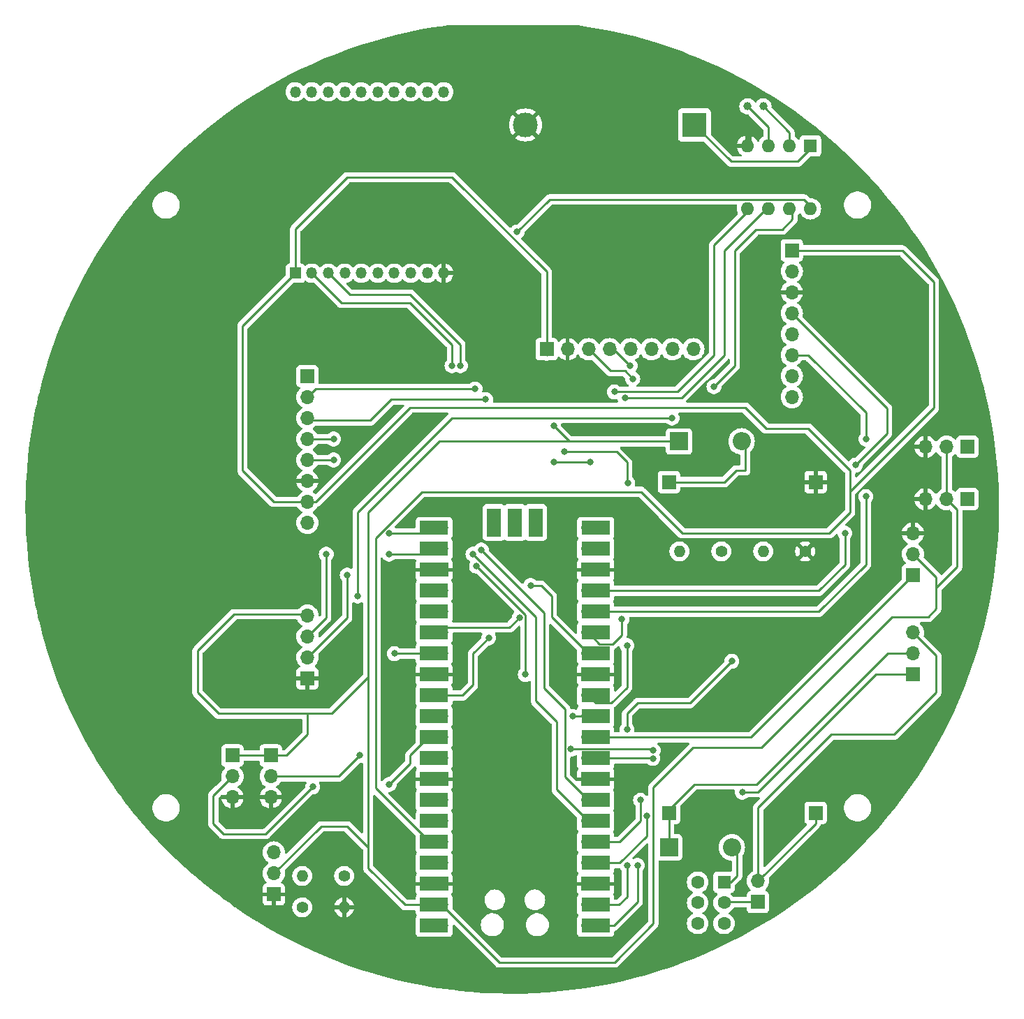
<source format=gbr>
%TF.GenerationSoftware,KiCad,Pcbnew,8.0.2*%
%TF.CreationDate,2024-09-20T16:54:16+02:00*%
%TF.ProjectId,liberocan1,6c696265-726f-4636-916e-312e6b696361,v1.2*%
%TF.SameCoordinates,Original*%
%TF.FileFunction,Copper,L1,Top*%
%TF.FilePolarity,Positive*%
%FSLAX46Y46*%
G04 Gerber Fmt 4.6, Leading zero omitted, Abs format (unit mm)*
G04 Created by KiCad (PCBNEW 8.0.2) date 2024-09-20 16:54:16*
%MOMM*%
%LPD*%
G01*
G04 APERTURE LIST*
%TA.AperFunction,ComponentPad*%
%ADD10R,1.700000X1.700000*%
%TD*%
%TA.AperFunction,ComponentPad*%
%ADD11O,1.700000X1.700000*%
%TD*%
%TA.AperFunction,ComponentPad*%
%ADD12C,1.400000*%
%TD*%
%TA.AperFunction,ComponentPad*%
%ADD13O,1.400000X1.400000*%
%TD*%
%TA.AperFunction,ComponentPad*%
%ADD14R,2.200000X2.200000*%
%TD*%
%TA.AperFunction,ComponentPad*%
%ADD15O,2.200000X2.200000*%
%TD*%
%TA.AperFunction,SMDPad,CuDef*%
%ADD16R,3.500000X1.700000*%
%TD*%
%TA.AperFunction,SMDPad,CuDef*%
%ADD17R,1.700000X3.500000*%
%TD*%
%TA.AperFunction,ComponentPad*%
%ADD18R,3.000000X3.000000*%
%TD*%
%TA.AperFunction,ComponentPad*%
%ADD19C,3.000000*%
%TD*%
%TA.AperFunction,ComponentPad*%
%ADD20R,1.600000X1.600000*%
%TD*%
%TA.AperFunction,ComponentPad*%
%ADD21O,1.600000X1.600000*%
%TD*%
%TA.AperFunction,ComponentPad*%
%ADD22R,1.350000X1.350000*%
%TD*%
%TA.AperFunction,ComponentPad*%
%ADD23O,1.350000X1.350000*%
%TD*%
%TA.AperFunction,ComponentPad*%
%ADD24C,1.000000*%
%TD*%
%TA.AperFunction,ComponentPad*%
%ADD25C,1.600000*%
%TD*%
%TA.AperFunction,ViaPad*%
%ADD26C,0.800000*%
%TD*%
%TA.AperFunction,Conductor*%
%ADD27C,0.250000*%
%TD*%
G04 APERTURE END LIST*
D10*
%TO.P,J2,1,Pin_1*%
%TO.N,VSYS*%
X122555000Y-124460000D03*
D11*
%TO.P,J2,2,Pin_2*%
%TO.N,/GPIO19*%
X122555000Y-127000000D03*
%TO.P,J2,3,Pin_3*%
%TO.N,GND1*%
X122555000Y-129540000D03*
%TD*%
D10*
%TO.P,U2,1,GND*%
%TO.N,GND1*%
X122925000Y-141315000D03*
D11*
%TO.P,U2,2,+5V*%
%TO.N,VSYS*%
X122925000Y-138775000D03*
%TO.P,U2,3,A*%
%TO.N,Net-(U2-A)*%
X122925000Y-136235000D03*
%TD*%
D10*
%TO.P,U6,1,CD*%
%TO.N,unconnected-(U6-CD-Pad1)*%
X127000000Y-78450000D03*
D11*
%TO.P,U6,2,CS*%
%TO.N,/GPIO9*%
X127000000Y-80990000D03*
%TO.P,U6,3,DI*%
%TO.N,/GPIO11*%
X127000000Y-83530000D03*
%TO.P,U6,4,DO*%
%TO.N,/GPIO8*%
X127000000Y-86070000D03*
%TO.P,U6,5,CLK*%
%TO.N,/GPIO10*%
X127000000Y-88610000D03*
%TO.P,U6,6,GND*%
%TO.N,GND1*%
X127000000Y-91150000D03*
%TO.P,U6,7,3V*%
%TO.N,3V3*%
X127000000Y-93690000D03*
%TO.P,U6,8,5V*%
%TO.N,unconnected-(U6-5V-Pad8)*%
X127000000Y-96230000D03*
%TD*%
D10*
%TO.P,U1,1,GND*%
%TO.N,GND1*%
X127000000Y-115095000D03*
D11*
%TO.P,U1,2,TX*%
%TO.N,/GPIO17*%
X127000000Y-112555000D03*
%TO.P,U1,3,RX*%
%TO.N,/GPIO16*%
X127000000Y-110015000D03*
%TO.P,U1,4,VCC*%
%TO.N,VSYS*%
X127000000Y-107475000D03*
%TD*%
D12*
%TO.P,R3,1*%
%TO.N,/GPIO26*%
X131445000Y-139065000D03*
D13*
%TO.P,R3,2*%
%TO.N,Net-(U2-A)*%
X126365000Y-139065000D03*
%TD*%
D10*
%TO.P,MainBT1,1,+*%
%TO.N,Net-(MainBT1-+)*%
X181610000Y-142240000D03*
D11*
%TO.P,MainBT1,2,-*%
%TO.N,GND2*%
X181610000Y-139700000D03*
%TD*%
D14*
%TO.P,D2,1,K*%
%TO.N,Net-(BigM1-+)*%
X170815000Y-135600000D03*
D15*
%TO.P,D2,2,A*%
%TO.N,Net-(D2-A)*%
X178435000Y-135600000D03*
%TD*%
D10*
%TO.P,SmallM3,1,PWM*%
%TO.N,/GPIO0*%
X206980000Y-93345000D03*
D11*
%TO.P,SmallM3,2,+*%
%TO.N,VSYS*%
X204440000Y-93345000D03*
%TO.P,SmallM3,3,-*%
%TO.N,GND1*%
X201900000Y-93345000D03*
%TD*%
D10*
%TO.P,U9,1,IN+*%
%TO.N,Net-(BigM1-+)*%
X170815000Y-131426000D03*
%TO.P,U9,2,IN-*%
%TO.N,GND2*%
X188595000Y-131426000D03*
%TO.P,U9,3,OUT-*%
%TO.N,GND1*%
X188595000Y-91294000D03*
%TO.P,U9,4,OUT+*%
%TO.N,Net-(D1-A)*%
X170815000Y-91294000D03*
%TD*%
%TO.P,J1,1,Pin_1*%
%TO.N,VSYS*%
X117905000Y-124460000D03*
D11*
%TO.P,J1,2,Pin_2*%
%TO.N,/GPIO18*%
X117905000Y-127000000D03*
%TO.P,J1,3,Pin_3*%
%TO.N,GND1*%
X117905000Y-129540000D03*
%TD*%
%TO.P,U5,1,GPIO0*%
%TO.N,/GPIO0*%
X161025000Y-145125000D03*
D16*
X161925000Y-145125000D03*
D11*
%TO.P,U5,2,GPIO1*%
%TO.N,/GPIO1*%
X161025000Y-142585000D03*
D16*
X161925000Y-142585000D03*
D10*
%TO.P,U5,3,GND*%
%TO.N,GND1*%
X161025000Y-140045000D03*
D16*
X161925000Y-140045000D03*
D11*
%TO.P,U5,4,GPIO2*%
%TO.N,/GPIO2*%
X161025000Y-137505000D03*
D16*
X161925000Y-137505000D03*
D11*
%TO.P,U5,5,GPIO3*%
%TO.N,/GPIO3*%
X161025000Y-134965000D03*
D16*
X161925000Y-134965000D03*
D11*
%TO.P,U5,6,GPIO4*%
%TO.N,/GPIO4*%
X161025000Y-132425000D03*
D16*
X161925000Y-132425000D03*
D11*
%TO.P,U5,7,GPIO5*%
%TO.N,/GPIO5*%
X161025000Y-129885000D03*
D16*
X161925000Y-129885000D03*
D10*
%TO.P,U5,8,GND*%
%TO.N,GND1*%
X161025000Y-127345000D03*
D16*
X161925000Y-127345000D03*
D11*
%TO.P,U5,9,GPIO6*%
%TO.N,/GPIO6*%
X161025000Y-124805000D03*
D16*
X161925000Y-124805000D03*
D11*
%TO.P,U5,10,GPIO7*%
%TO.N,/GPIO7*%
X161025000Y-122265000D03*
D16*
X161925000Y-122265000D03*
D11*
%TO.P,U5,11,GPIO8*%
%TO.N,/GPIO8*%
X161025000Y-119725000D03*
D16*
X161925000Y-119725000D03*
D11*
%TO.P,U5,12,GPIO9*%
%TO.N,/GPIO9*%
X161025000Y-117185000D03*
D16*
X161925000Y-117185000D03*
D10*
%TO.P,U5,13,GND*%
%TO.N,GND1*%
X161025000Y-114645000D03*
D16*
X161925000Y-114645000D03*
D11*
%TO.P,U5,14,GPIO10*%
%TO.N,/GPIO10*%
X161025000Y-112105000D03*
D16*
X161925000Y-112105000D03*
D11*
%TO.P,U5,15,GPIO11*%
%TO.N,/GPIO11*%
X161025000Y-109565000D03*
D16*
X161925000Y-109565000D03*
D11*
%TO.P,U5,16,GPIO12*%
%TO.N,/GPIO12*%
X161025000Y-107025000D03*
D16*
X161925000Y-107025000D03*
D11*
%TO.P,U5,17,GPIO13*%
%TO.N,/GPIO13*%
X161025000Y-104485000D03*
D16*
X161925000Y-104485000D03*
D10*
%TO.P,U5,18,GND*%
%TO.N,GND1*%
X161025000Y-101945000D03*
D16*
X161925000Y-101945000D03*
D11*
%TO.P,U5,19,GPIO14*%
%TO.N,unconnected-(U5-GPIO14-Pad19)*%
X161025000Y-99405000D03*
D16*
X161925000Y-99405000D03*
D11*
%TO.P,U5,20,GPIO15*%
%TO.N,unconnected-(U5-GPIO15-Pad20)*%
X161025000Y-96865000D03*
D16*
X161925000Y-96865000D03*
D11*
%TO.P,U5,21,GPIO16*%
%TO.N,/GPIO16*%
X143245000Y-96865000D03*
D16*
X142345000Y-96865000D03*
D11*
%TO.P,U5,22,GPIO17*%
%TO.N,/GPIO17*%
X143245000Y-99405000D03*
D16*
X142345000Y-99405000D03*
D10*
%TO.P,U5,23,GND*%
%TO.N,GND1*%
X143245000Y-101945000D03*
D16*
X142345000Y-101945000D03*
D11*
%TO.P,U5,24,GPIO18*%
%TO.N,/GPIO18*%
X143245000Y-104485000D03*
D16*
X142345000Y-104485000D03*
D11*
%TO.P,U5,25,GPIO19*%
%TO.N,/GPIO19*%
X143245000Y-107025000D03*
D16*
X142345000Y-107025000D03*
D11*
%TO.P,U5,26,GPIO20*%
%TO.N,/GPIO20*%
X143245000Y-109565000D03*
D16*
X142345000Y-109565000D03*
D11*
%TO.P,U5,27,GPIO21*%
%TO.N,/GPIO21*%
X143245000Y-112105000D03*
D16*
X142345000Y-112105000D03*
D10*
%TO.P,U5,28,GND*%
%TO.N,GND1*%
X143245000Y-114645000D03*
D16*
X142345000Y-114645000D03*
D11*
%TO.P,U5,29,GPIO22*%
%TO.N,/GPIO22*%
X143245000Y-117185000D03*
D16*
X142345000Y-117185000D03*
D11*
%TO.P,U5,30,RUN*%
%TO.N,unconnected-(U5-RUN-Pad30)*%
X143245000Y-119725000D03*
D16*
X142345000Y-119725000D03*
D11*
%TO.P,U5,31,GPIO26_ADC0*%
%TO.N,/GPIO26*%
X143245000Y-122265000D03*
D16*
X142345000Y-122265000D03*
D11*
%TO.P,U5,32,GPIO27_ADC1*%
%TO.N,/GPIO27*%
X143245000Y-124805000D03*
D16*
X142345000Y-124805000D03*
D10*
%TO.P,U5,33,AGND*%
%TO.N,GND1*%
X143245000Y-127345000D03*
D16*
X142345000Y-127345000D03*
D11*
%TO.P,U5,34,GPIO28_ADC2*%
%TO.N,unconnected-(U5-GPIO28_ADC2-Pad34)*%
X143245000Y-129885000D03*
D16*
X142345000Y-129885000D03*
D11*
%TO.P,U5,35,ADC_VREF*%
%TO.N,unconnected-(U5-ADC_VREF-Pad35)*%
X143245000Y-132425000D03*
D16*
X142345000Y-132425000D03*
D11*
%TO.P,U5,36,3V3*%
%TO.N,3V3*%
X143245000Y-134965000D03*
D16*
X142345000Y-134965000D03*
D11*
%TO.P,U5,37,3V3_EN*%
%TO.N,unconnected-(U5-3V3_EN-Pad37)*%
X143245000Y-137505000D03*
D16*
X142345000Y-137505000D03*
D10*
%TO.P,U5,38,GND*%
%TO.N,GND1*%
X143245000Y-140045000D03*
D16*
X142345000Y-140045000D03*
D11*
%TO.P,U5,39,VSYS*%
%TO.N,VSYS*%
X143245000Y-142585000D03*
D16*
X142345000Y-142585000D03*
D11*
%TO.P,U5,40,VBUS*%
%TO.N,unconnected-(U5-VBUS-Pad40)*%
X143245000Y-145125000D03*
D16*
X142345000Y-145125000D03*
D11*
%TO.P,U5,41,SWCLK*%
%TO.N,unconnected-(U5-SWCLK-Pad41)*%
X154675000Y-97095000D03*
D17*
X154675000Y-96195000D03*
D10*
%TO.P,U5,42,GND*%
%TO.N,unconnected-(U5-GND-Pad42)*%
X152135000Y-97095000D03*
D17*
X152135000Y-96195000D03*
D11*
%TO.P,U5,43,SWDIO*%
%TO.N,unconnected-(U5-SWDIO-Pad43)*%
X149595000Y-97095000D03*
D17*
X149595000Y-96195000D03*
%TD*%
D18*
%TO.P,CellBT1,1,+*%
%TO.N,Net-(CellBT1-+)*%
X173910000Y-47970001D03*
D19*
%TO.P,CellBT1,2,-*%
%TO.N,GND1*%
X153420000Y-47970001D03*
%TD*%
D20*
%TO.P,U3,1,VCC2*%
%TO.N,Net-(CellBT1-+)*%
X187960000Y-50520000D03*
D21*
%TO.P,U3,2,X1*%
%TO.N,Net-(U3-X1)*%
X185420000Y-50520000D03*
%TO.P,U3,3,X2*%
%TO.N,Net-(U3-X2)*%
X182880000Y-50520000D03*
%TO.P,U3,4,GND*%
%TO.N,GND1*%
X180340000Y-50520000D03*
%TO.P,U3,5,CE*%
%TO.N,/GPIO22*%
X180340000Y-58140000D03*
%TO.P,U3,6,I/O*%
%TO.N,/GPIO20*%
X182880000Y-58140000D03*
%TO.P,U3,7,SCLK*%
%TO.N,/GPIO21*%
X185420000Y-58140000D03*
%TO.P,U3,8,VCC1*%
%TO.N,VSYS*%
X187960000Y-58140000D03*
%TD*%
D10*
%TO.P,BigM1,1,PWM*%
%TO.N,/GPIO6*%
X200395000Y-114630000D03*
D11*
%TO.P,BigM1,2,+*%
%TO.N,Net-(BigM1-+)*%
X200395000Y-112090000D03*
%TO.P,BigM1,3,-*%
%TO.N,GND2*%
X200395000Y-109550000D03*
%TD*%
D10*
%TO.P,SmallM2,1,PWM*%
%TO.N,/GPIO1*%
X207010000Y-86995000D03*
D11*
%TO.P,SmallM2,2,+*%
%TO.N,VSYS*%
X204470000Y-86995000D03*
%TO.P,SmallM2,3,-*%
%TO.N,GND1*%
X201930000Y-86995000D03*
%TD*%
D22*
%TO.P,U4,1,VCC*%
%TO.N,3V3*%
X125520000Y-65955000D03*
D23*
%TO.P,U4,2,DOUT*%
%TO.N,/GPIO4*%
X127520000Y-65955000D03*
%TO.P,U4,3,DIN/~{CON}*%
%TO.N,/GPIO5*%
X129520000Y-65955000D03*
%TO.P,U4,4,DI012*%
%TO.N,unconnected-(U4-DI012-Pad4)*%
X131520000Y-65955000D03*
%TO.P,U4,5,~{RESET}*%
%TO.N,unconnected-(U4-~{RESET}-Pad5)*%
X133520000Y-65955000D03*
%TO.P,U4,6,DIO10*%
%TO.N,unconnected-(U4-DIO10-Pad6)*%
X135520000Y-65955000D03*
%TO.P,U4,7,DIO11*%
%TO.N,unconnected-(U4-DIO11-Pad7)*%
X137520000Y-65955000D03*
%TO.P,U4,8,RESERV*%
%TO.N,unconnected-(U4-RESERV-Pad8)*%
X139520000Y-65955000D03*
%TO.P,U4,9,DIO8*%
%TO.N,unconnected-(U4-DIO8-Pad9)*%
X141520000Y-65955000D03*
%TO.P,U4,10,GND*%
%TO.N,GND1*%
X143520000Y-65955000D03*
%TO.P,U4,11,DIO4*%
%TO.N,unconnected-(U4-DIO4-Pad11)*%
X143520000Y-43955000D03*
%TO.P,U4,12,DIO7*%
%TO.N,unconnected-(U4-DIO7-Pad12)*%
X141520000Y-43955000D03*
%TO.P,U4,13,ON/~{SLP}*%
%TO.N,unconnected-(U4-ON{slash}~{SLP}-Pad13)*%
X139520000Y-43955000D03*
%TO.P,U4,14,VREF*%
%TO.N,unconnected-(U4-VREF-Pad14)*%
X137520000Y-43955000D03*
%TO.P,U4,15,DIO5*%
%TO.N,unconnected-(U4-DIO5-Pad15)*%
X135520000Y-43955000D03*
%TO.P,U4,16,DIO6*%
%TO.N,unconnected-(U4-DIO6-Pad16)*%
X133520000Y-43955000D03*
%TO.P,U4,17,AD3/DIO3*%
%TO.N,unconnected-(U4-AD3{slash}DIO3-Pad17)*%
X131520000Y-43955000D03*
%TO.P,U4,18,AD2/DIO2*%
%TO.N,unconnected-(U4-AD2{slash}DIO2-Pad18)*%
X129520000Y-43955000D03*
%TO.P,U4,19,AD1/DIO1*%
%TO.N,unconnected-(U4-AD1{slash}DIO1-Pad19)*%
X127520000Y-43955000D03*
%TO.P,U4,20,BTN*%
%TO.N,unconnected-(U4-BTN-Pad20)*%
X125520000Y-43955000D03*
%TD*%
D24*
%TO.P,Y1,1,1*%
%TO.N,Net-(U3-X2)*%
X180340000Y-45720000D03*
%TO.P,Y1,2,2*%
%TO.N,Net-(U3-X1)*%
X182240000Y-45720000D03*
%TD*%
D12*
%TO.P,R2,1*%
%TO.N,GND1*%
X187325000Y-99695000D03*
D13*
%TO.P,R2,2*%
%TO.N,/GPIO27*%
X182245000Y-99695000D03*
%TD*%
D12*
%TO.P,R4,1*%
%TO.N,/GPIO26*%
X126365000Y-142875000D03*
D13*
%TO.P,R4,2*%
%TO.N,GND1*%
X131445000Y-142875000D03*
%TD*%
D10*
%TO.P,SmallM1,1,PWM*%
%TO.N,/GPIO7*%
X200395000Y-102565000D03*
D11*
%TO.P,SmallM1,2,+*%
%TO.N,VSYS*%
X200395000Y-100025000D03*
%TO.P,SmallM1,3,-*%
%TO.N,GND1*%
X200395000Y-97485000D03*
%TD*%
D20*
%TO.P,SW1,1,A*%
%TO.N,Net-(D2-A)*%
X177495000Y-139832500D03*
D25*
%TO.P,SW1,2,B*%
%TO.N,Net-(MainBT1-+)*%
X177495000Y-142332500D03*
%TO.P,SW1,3,C*%
%TO.N,unconnected-(SW1-C-Pad3)*%
X177495000Y-144832500D03*
%TO.P,SW1,4*%
%TO.N,N/C*%
X174295000Y-139832500D03*
%TO.P,SW1,5*%
X174295000Y-142332500D03*
%TO.P,SW1,6*%
X174295000Y-144832500D03*
%TD*%
D10*
%TO.P,U7,1,Vin*%
%TO.N,3V3*%
X185710000Y-63190000D03*
D11*
%TO.P,U7,2,3Vo*%
%TO.N,unconnected-(U7-3Vo-Pad2)*%
X185710000Y-65730000D03*
%TO.P,U7,3,GND*%
%TO.N,GND1*%
X185710000Y-68270000D03*
%TO.P,U7,4,SCK*%
%TO.N,/GPIO13*%
X185710000Y-70810000D03*
%TO.P,U7,5,SDO*%
%TO.N,unconnected-(U7-SDO-Pad5)*%
X185710000Y-73350000D03*
%TO.P,U7,6,SDI*%
%TO.N,/GPIO12*%
X185710000Y-75890000D03*
%TO.P,U7,7,CS*%
%TO.N,unconnected-(U7-CS-Pad7)*%
X185710000Y-78430000D03*
%TO.P,U7,8,INT*%
%TO.N,unconnected-(U7-INT-Pad8)*%
X185710000Y-80970000D03*
%TD*%
D12*
%TO.P,R1,1*%
%TO.N,/GPIO27*%
X177165000Y-99695000D03*
D13*
%TO.P,R1,2*%
%TO.N,Net-(D1-A)*%
X172085000Y-99695000D03*
%TD*%
D10*
%TO.P,U8,1,VCC*%
%TO.N,3V3*%
X155985000Y-75175000D03*
D11*
%TO.P,U8,2,GND*%
%TO.N,GND1*%
X158525000Y-75175000D03*
%TO.P,U8,3,SCL*%
%TO.N,/GPIO3*%
X161065000Y-75175000D03*
%TO.P,U8,4,SDA*%
%TO.N,/GPIO2*%
X163605000Y-75175000D03*
%TO.P,U8,5,XDA*%
%TO.N,unconnected-(U8-XDA-Pad5)*%
X166145000Y-75175000D03*
%TO.P,U8,6,XCL*%
%TO.N,unconnected-(U8-XCL-Pad6)*%
X168685000Y-75175000D03*
%TO.P,U8,7,AD0*%
%TO.N,unconnected-(U8-AD0-Pad7)*%
X171225000Y-75175000D03*
%TO.P,U8,8,INT*%
%TO.N,unconnected-(U8-INT-Pad8)*%
X173765000Y-75175000D03*
%TD*%
D14*
%TO.P,D1,1,K*%
%TO.N,VSYS*%
X172005000Y-86360000D03*
D15*
%TO.P,D1,2,A*%
%TO.N,Net-(D1-A)*%
X179625000Y-86360000D03*
%TD*%
D26*
%TO.N,/GPIO22*%
X148960000Y-110200000D03*
X164200000Y-80355000D03*
%TO.N,/GPIO20*%
X165470000Y-81079500D03*
X152680500Y-107732098D03*
%TO.N,/GPIO21*%
X176265000Y-79720000D03*
X171185000Y-83530000D03*
X133085000Y-105120000D03*
X137530000Y-112105000D03*
%TO.N,VSYS*%
X156845000Y-84455000D03*
X152400000Y-60960000D03*
%TO.N,/GPIO0*%
X167005000Y-137795000D03*
%TO.N,/GPIO1*%
X165735000Y-137795000D03*
X165735000Y-121285000D03*
X178435000Y-113030000D03*
%TO.N,/GPIO2*%
X168099500Y-131790000D03*
X166105000Y-77180000D03*
%TO.N,/GPIO3*%
X167375000Y-129885000D03*
X166422500Y-78767500D03*
%TO.N,/GPIO5*%
X148071000Y-99532000D03*
X145531000Y-77180000D03*
%TO.N,/GPIO4*%
X144515000Y-77180000D03*
X147055000Y-100040000D03*
%TO.N,/GPIO6*%
X179705000Y-128905000D03*
X168859200Y-124815600D03*
%TO.N,/GPIO8*%
X153405000Y-114645000D03*
X159120000Y-119725000D03*
X130175000Y-86070000D03*
X147495201Y-101504799D03*
%TO.N,/GPIO9*%
X165735000Y-111125000D03*
X158115000Y-87630000D03*
X165824500Y-91440000D03*
X147320000Y-80010000D03*
%TO.N,/GPIO10*%
X130175000Y-88610000D03*
X154040000Y-103850000D03*
%TO.N,/GPIO11*%
X148590000Y-81280000D03*
X161290000Y-88900000D03*
X156845000Y-88900000D03*
X165100000Y-107950000D03*
%TO.N,/GPIO12*%
X194680000Y-86070000D03*
X194680000Y-93055000D03*
%TO.N,/GPIO13*%
X193410000Y-89245000D03*
X192140000Y-97500000D03*
%TO.N,/GPIO16*%
X136895000Y-97500000D03*
X129275000Y-100040000D03*
%TO.N,/GPIO17*%
X136895000Y-100040000D03*
X131815000Y-102580000D03*
%TO.N,/GPIO26*%
X136895000Y-127980000D03*
%TO.N,/GPIO27*%
X168910000Y-123825000D03*
X158905500Y-123698000D03*
%TO.N,/GPIO18*%
X127635000Y-128270000D03*
%TO.N,/GPIO19*%
X133350000Y-124460000D03*
%TD*%
D27*
%TO.N,Net-(CellBT1-+)*%
X188320000Y-50520000D02*
X186425000Y-52415000D01*
X178354999Y-52415000D02*
X173910000Y-47970001D01*
X186425000Y-52415000D02*
X178354999Y-52415000D01*
%TO.N,Net-(U3-X1)*%
X185420000Y-50520000D02*
X185420000Y-48900000D01*
X185420000Y-48900000D02*
X182240000Y-45720000D01*
%TO.N,Net-(U3-X2)*%
X182880000Y-50520000D02*
X182880000Y-48260000D01*
X182880000Y-48260000D02*
X180340000Y-45720000D01*
%TO.N,/GPIO22*%
X180700000Y-58140000D02*
X176265000Y-62575000D01*
X164835000Y-80355000D02*
X164200000Y-80355000D01*
X145785000Y-117185000D02*
X143245000Y-117185000D01*
X147055000Y-115915000D02*
X145785000Y-117185000D01*
X148960000Y-110200000D02*
X147055000Y-112105000D01*
X147055000Y-112105000D02*
X147055000Y-115915000D01*
X176265000Y-62575000D02*
X176265000Y-63210000D01*
X176265000Y-75910000D02*
X173725000Y-78450000D01*
X173725000Y-78450000D02*
X171820000Y-80355000D01*
X171820000Y-80355000D02*
X164835000Y-80355000D01*
X176265000Y-63210000D02*
X176265000Y-75910000D01*
%TO.N,/GPIO20*%
X177535000Y-75910000D02*
X172365000Y-81080000D01*
X143880000Y-108930000D02*
X143245000Y-109565000D01*
X165470500Y-81080000D02*
X165470000Y-81079500D01*
X183240000Y-58140000D02*
X182605000Y-58140000D01*
X177535000Y-63210000D02*
X177535000Y-75910000D01*
X172365000Y-81080000D02*
X165470500Y-81080000D01*
X151482598Y-108930000D02*
X143880000Y-108930000D01*
X182605000Y-58140000D02*
X177535000Y-63210000D01*
X152680500Y-107732098D02*
X151482598Y-108930000D01*
%TO.N,/GPIO21*%
X137530000Y-112105000D02*
X143245000Y-112105000D01*
X178805000Y-77180000D02*
X176265000Y-79720000D01*
X184520000Y-60670000D02*
X181345000Y-60670000D01*
X178805000Y-63210000D02*
X178805000Y-77180000D01*
X185780000Y-58140000D02*
X185780000Y-59410000D01*
X181345000Y-60670000D02*
X178805000Y-63210000D01*
X185780000Y-59410000D02*
X184520000Y-60670000D01*
X144515000Y-83530000D02*
X133085000Y-94960000D01*
X133085000Y-94960000D02*
X133085000Y-103215000D01*
X171185000Y-83530000D02*
X144515000Y-83530000D01*
X133085000Y-103215000D02*
X133085000Y-105120000D01*
%TO.N,VSYS*%
X204440000Y-93345000D02*
X205740000Y-94645000D01*
X116205000Y-119380000D02*
X113665000Y-116840000D01*
X203200000Y-106680000D02*
X202220000Y-107660000D01*
X134355000Y-122900000D02*
X134355000Y-125440000D01*
X173725000Y-123535000D02*
X168910000Y-128350000D01*
X158750000Y-86360000D02*
X142955000Y-86360000D01*
X113665000Y-116840000D02*
X113665000Y-111760000D01*
X134355000Y-94960000D02*
X134355000Y-114935000D01*
X127000000Y-119380000D02*
X129910000Y-119380000D01*
X124460000Y-124460000D02*
X127000000Y-121920000D01*
X138800000Y-142585000D02*
X143245000Y-142585000D01*
X164200000Y-149570000D02*
X150230000Y-149570000D01*
X134355000Y-125440000D02*
X134355000Y-133060000D01*
X129910000Y-119380000D02*
X134355000Y-114935000D01*
X172005000Y-86360000D02*
X158750000Y-86360000D01*
X168910000Y-128350000D02*
X168910000Y-144860000D01*
X131815000Y-133060000D02*
X134355000Y-135600000D01*
X187195000Y-57015000D02*
X156345000Y-57015000D01*
X203200000Y-104140000D02*
X203200000Y-106680000D01*
X197855000Y-107660000D02*
X181980000Y-123535000D01*
X204470000Y-93315000D02*
X204440000Y-93345000D01*
X122925000Y-138775000D02*
X128640000Y-133060000D01*
X168910000Y-144860000D02*
X164200000Y-149570000D01*
X200395000Y-100025000D02*
X203200000Y-102830000D01*
X122555000Y-124460000D02*
X124460000Y-124460000D01*
X204470000Y-86995000D02*
X204470000Y-93315000D01*
X205740000Y-94645000D02*
X205740000Y-101600000D01*
X118110000Y-107315000D02*
X126434314Y-107315000D01*
X150230000Y-149570000D02*
X143245000Y-142585000D01*
X117905000Y-124460000D02*
X122555000Y-124460000D01*
X205740000Y-101600000D02*
X203200000Y-104140000D01*
X127000000Y-121920000D02*
X127000000Y-119380000D01*
X134355000Y-114935000D02*
X134355000Y-122900000D01*
X156845000Y-84455000D02*
X158750000Y-86360000D01*
X181980000Y-123535000D02*
X173725000Y-123535000D01*
X127000000Y-119380000D02*
X116205000Y-119380000D01*
X113665000Y-111760000D02*
X118110000Y-107315000D01*
X134355000Y-135600000D02*
X134355000Y-138140000D01*
X126434314Y-107315000D02*
X126637157Y-107112157D01*
X188320000Y-58140000D02*
X187195000Y-57015000D01*
X134355000Y-138140000D02*
X138800000Y-142585000D01*
X134355000Y-133060000D02*
X134355000Y-135600000D01*
X202220000Y-107660000D02*
X197855000Y-107660000D01*
X128640000Y-133060000D02*
X131815000Y-133060000D01*
X203200000Y-102830000D02*
X203200000Y-104140000D01*
X142955000Y-86360000D02*
X134355000Y-94960000D01*
X156345000Y-57015000D02*
X152400000Y-60960000D01*
%TO.N,/GPIO0*%
X167005000Y-137795000D02*
X167005000Y-142240000D01*
X167005000Y-142240000D02*
X164120000Y-145125000D01*
X164120000Y-145125000D02*
X161025000Y-145125000D01*
%TO.N,/GPIO1*%
X164755000Y-142585000D02*
X161025000Y-142585000D01*
X165735000Y-141605000D02*
X164755000Y-142585000D01*
X167005000Y-118110000D02*
X165735000Y-119380000D01*
X178435000Y-113030000D02*
X173355000Y-118110000D01*
X173355000Y-118110000D02*
X167005000Y-118110000D01*
X165735000Y-119380000D02*
X165735000Y-121285000D01*
X165735000Y-137795000D02*
X165735000Y-141605000D01*
%TO.N,GND1*%
X180700000Y-50520000D02*
X180700000Y-48620000D01*
X180700000Y-48620000D02*
X173700000Y-41620000D01*
X173700000Y-41620000D02*
X159755000Y-41620000D01*
X159755000Y-41620000D02*
X159755000Y-41635001D01*
X159755000Y-41635001D02*
X153420000Y-47970001D01*
%TO.N,/GPIO2*%
X166105000Y-77180000D02*
X164100000Y-75175000D01*
X164835000Y-137505000D02*
X168099500Y-134240500D01*
X161025000Y-137505000D02*
X164835000Y-137505000D01*
X164100000Y-75175000D02*
X163605000Y-75175000D01*
X168099500Y-134240500D02*
X168099500Y-131790000D01*
%TO.N,/GPIO3*%
X167375000Y-129885000D02*
X167375000Y-132425000D01*
X166422500Y-78767500D02*
X165470000Y-77815000D01*
X164835000Y-134965000D02*
X161025000Y-134965000D01*
X165470000Y-77815000D02*
X163705000Y-77815000D01*
X163705000Y-77815000D02*
X161065000Y-75175000D01*
X167375000Y-132425000D02*
X164835000Y-134965000D01*
%TO.N,/GPIO5*%
X145531000Y-77180000D02*
X145531000Y-74640000D01*
X132109000Y-68544000D02*
X129520000Y-65955000D01*
X148071000Y-99532000D02*
X155691000Y-107152000D01*
X145531000Y-74640000D02*
X139435000Y-68544000D01*
X139435000Y-68544000D02*
X132109000Y-68544000D01*
X155691000Y-107152000D02*
X155691000Y-116296000D01*
X155691000Y-116296000D02*
X158231000Y-118836000D01*
X158231000Y-118836000D02*
X158231000Y-127091000D01*
X158231000Y-127091000D02*
X161025000Y-129885000D01*
%TO.N,/GPIO4*%
X154675000Y-117820000D02*
X157215000Y-120360000D01*
X127520000Y-65955000D02*
X131125000Y-69560000D01*
X139435000Y-69560000D02*
X144515000Y-74640000D01*
X144515000Y-74640000D02*
X144515000Y-77180000D01*
X131125000Y-69560000D02*
X139435000Y-69560000D01*
X147055000Y-100040000D02*
X154675000Y-107660000D01*
X154675000Y-107660000D02*
X154675000Y-117820000D01*
X157215000Y-128615000D02*
X161025000Y-132425000D01*
X157215000Y-120360000D02*
X157215000Y-128615000D01*
%TO.N,/GPIO6*%
X168848600Y-124805000D02*
X161025000Y-124805000D01*
X181610000Y-128905000D02*
X179705000Y-128905000D01*
X200395000Y-114630000D02*
X195885000Y-114630000D01*
X195885000Y-114630000D02*
X181610000Y-128905000D01*
X168859200Y-124815600D02*
X168848600Y-124805000D01*
%TO.N,/GPIO7*%
X180710000Y-122265000D02*
X161025000Y-122265000D01*
X200395000Y-102565000D02*
X200395000Y-102580000D01*
X200395000Y-102580000D02*
X180710000Y-122265000D01*
%TO.N,/GPIO8*%
X147495201Y-101504799D02*
X153405000Y-107414598D01*
X130175000Y-86070000D02*
X127000000Y-86070000D01*
X153405000Y-107414598D02*
X153405000Y-114645000D01*
X159120000Y-119725000D02*
X161025000Y-119725000D01*
%TO.N,/GPIO9*%
X165735000Y-111125000D02*
X165735000Y-116205000D01*
X163830000Y-118110000D02*
X161950000Y-118110000D01*
X147320000Y-80010000D02*
X127980000Y-80010000D01*
X158115000Y-87630000D02*
X164465000Y-87630000D01*
X164465000Y-87630000D02*
X165735000Y-88900000D01*
X161950000Y-118110000D02*
X161025000Y-117185000D01*
X127980000Y-80010000D02*
X127000000Y-80990000D01*
X165735000Y-116205000D02*
X163830000Y-118110000D01*
X165735000Y-91350500D02*
X165824500Y-91440000D01*
X165735000Y-88900000D02*
X165735000Y-91350500D01*
%TO.N,/GPIO10*%
X130175000Y-88610000D02*
X127000000Y-88610000D01*
X154040000Y-103850000D02*
X155310000Y-103850000D01*
X155310000Y-103850000D02*
X156580000Y-105120000D01*
X156580000Y-105120000D02*
X156580000Y-107660000D01*
X156580000Y-107660000D02*
X161025000Y-112105000D01*
%TO.N,/GPIO11*%
X127290000Y-83820000D02*
X127000000Y-83530000D01*
X137160000Y-81280000D02*
X134620000Y-83820000D01*
X148590000Y-81280000D02*
X137160000Y-81280000D01*
X165100000Y-107950000D02*
X165100000Y-109855000D01*
X162390000Y-110930000D02*
X161025000Y-109565000D01*
X156845000Y-88900000D02*
X161290000Y-88900000D01*
X134620000Y-83820000D02*
X127290000Y-83820000D01*
X164025000Y-110930000D02*
X162390000Y-110930000D01*
X165100000Y-109855000D02*
X164025000Y-110930000D01*
%TO.N,/GPIO12*%
X185710000Y-75890000D02*
X187675000Y-75890000D01*
X188965000Y-107025000D02*
X161025000Y-107025000D01*
X194680000Y-82895000D02*
X194680000Y-86070000D01*
X194680000Y-101310000D02*
X188965000Y-107025000D01*
X187675000Y-75890000D02*
X194680000Y-82895000D01*
X194680000Y-93055000D02*
X194680000Y-101310000D01*
%TO.N,/GPIO13*%
X192140000Y-101310000D02*
X188965000Y-104485000D01*
X192140000Y-97500000D02*
X192140000Y-101310000D01*
X197220000Y-85435000D02*
X193410000Y-89245000D01*
X188965000Y-104485000D02*
X161025000Y-104485000D01*
X197220000Y-84800000D02*
X197220000Y-85435000D01*
X185710000Y-70810000D02*
X197220000Y-82320000D01*
X197220000Y-82320000D02*
X197220000Y-84800000D01*
%TO.N,/GPIO16*%
X129275000Y-100040000D02*
X129275000Y-107740000D01*
X142610000Y-97500000D02*
X143245000Y-96865000D01*
X136895000Y-97500000D02*
X142610000Y-97500000D01*
X129275000Y-107740000D02*
X127000000Y-110015000D01*
%TO.N,/GPIO17*%
X131815000Y-102580000D02*
X131815000Y-107740000D01*
X136895000Y-100040000D02*
X142610000Y-100040000D01*
X131815000Y-107740000D02*
X127000000Y-112555000D01*
X142610000Y-100040000D02*
X143245000Y-99405000D01*
%TO.N,/GPIO26*%
X139435000Y-125440000D02*
X139435000Y-124465000D01*
X139435000Y-124465000D02*
X141635000Y-122265000D01*
X141635000Y-122265000D02*
X143245000Y-122265000D01*
X136895000Y-127980000D02*
X139435000Y-125440000D01*
%TO.N,/GPIO27*%
X168765000Y-123680000D02*
X168910000Y-123825000D01*
X158905500Y-123698000D02*
X158923500Y-123680000D01*
X158923500Y-123680000D02*
X168765000Y-123680000D01*
%TO.N,3V3*%
X131815000Y-54320000D02*
X125520000Y-60615000D01*
X180075000Y-82260000D02*
X162295000Y-82260000D01*
X125520000Y-65955000D02*
X119115000Y-72360000D01*
X135255000Y-98114695D02*
X140900695Y-92469000D01*
X128005000Y-93690000D02*
X126100000Y-93690000D01*
X135255000Y-128430000D02*
X135255000Y-98114695D01*
X199105000Y-63190000D02*
X202935000Y-67020000D01*
X125520000Y-60615000D02*
X125520000Y-65955000D01*
X187695000Y-84800000D02*
X182615000Y-84800000D01*
X155985000Y-75175000D02*
X155985000Y-75950000D01*
X202935000Y-82260000D02*
X192775000Y-92420000D01*
X155985000Y-75175000D02*
X155985000Y-65790000D01*
X141790000Y-134965000D02*
X135255000Y-128430000D01*
X119115000Y-89880000D02*
X122925000Y-93690000D01*
X122925000Y-93690000D02*
X126100000Y-93690000D01*
X182615000Y-84800000D02*
X180075000Y-82260000D01*
X192775000Y-89880000D02*
X187695000Y-84800000D01*
X185710000Y-63190000D02*
X199105000Y-63190000D01*
X190235000Y-97500000D02*
X192775000Y-94960000D01*
X143245000Y-134965000D02*
X141790000Y-134965000D01*
X139435000Y-82260000D02*
X128005000Y-93690000D01*
X172455000Y-97500000D02*
X190235000Y-97500000D01*
X140900695Y-92469000D02*
X167424000Y-92469000D01*
X155985000Y-65790000D02*
X144515000Y-54320000D01*
X119115000Y-72360000D02*
X119115000Y-89880000D01*
X192775000Y-94960000D02*
X192775000Y-92420000D01*
X144515000Y-54320000D02*
X131815000Y-54320000D01*
X192775000Y-92420000D02*
X192775000Y-89880000D01*
X167424000Y-92469000D02*
X172455000Y-97500000D01*
X202935000Y-67020000D02*
X202935000Y-82260000D01*
X162295000Y-82260000D02*
X139435000Y-82260000D01*
%TO.N,Net-(D1-A)*%
X177551000Y-91294000D02*
X178965000Y-89880000D01*
X180075000Y-86810000D02*
X179625000Y-86360000D01*
X178965000Y-89880000D02*
X180075000Y-89880000D01*
X180075000Y-89880000D02*
X180075000Y-86810000D01*
X170815000Y-91294000D02*
X177551000Y-91294000D01*
%TO.N,Net-(BigM1-+)*%
X181425000Y-127980000D02*
X173885000Y-127980000D01*
X170815000Y-135600000D02*
X170815000Y-131426000D01*
X197315000Y-112090000D02*
X181425000Y-127980000D01*
X200395000Y-112090000D02*
X197315000Y-112090000D01*
X173885000Y-127980000D02*
X170815000Y-131050000D01*
X170815000Y-131050000D02*
X170815000Y-131426000D01*
%TO.N,Net-(D2-A)*%
X179070000Y-139065000D02*
X179070000Y-136235000D01*
X178302500Y-139832500D02*
X179070000Y-139065000D01*
X179070000Y-136235000D02*
X178435000Y-135600000D01*
X177495000Y-139832500D02*
X178302500Y-139832500D01*
%TO.N,GND2*%
X203200000Y-112355000D02*
X203200000Y-116840000D01*
X200395000Y-109550000D02*
X203200000Y-112355000D01*
X198120000Y-121920000D02*
X190500000Y-121920000D01*
X181610000Y-130810000D02*
X181610000Y-139700000D01*
X190500000Y-121920000D02*
X181610000Y-130810000D01*
X188595000Y-132715000D02*
X181610000Y-139700000D01*
X203200000Y-116840000D02*
X198120000Y-121920000D01*
X188595000Y-131426000D02*
X188595000Y-132715000D01*
%TO.N,Net-(MainBT1-+)*%
X181610000Y-142240000D02*
X177587500Y-142240000D01*
X177587500Y-142240000D02*
X177495000Y-142332500D01*
%TO.N,/GPIO18*%
X115570000Y-129540000D02*
X115570000Y-132715000D01*
X116840000Y-133985000D02*
X117475000Y-133985000D01*
X115570000Y-129335000D02*
X115570000Y-129540000D01*
X117475000Y-133985000D02*
X121920000Y-133985000D01*
X121920000Y-133985000D02*
X127635000Y-128270000D01*
X115570000Y-132715000D02*
X116840000Y-133985000D01*
X117905000Y-127000000D02*
X115570000Y-129335000D01*
%TO.N,/GPIO19*%
X122555000Y-127000000D02*
X130810000Y-127000000D01*
X130810000Y-127000000D02*
X133350000Y-124460000D01*
%TD*%
%TA.AperFunction,Conductor*%
%TO.N,GND1*%
G36*
X152698834Y-108700867D02*
G01*
X152754767Y-108742739D01*
X152779184Y-108808203D01*
X152779500Y-108817049D01*
X152779500Y-113946312D01*
X152759815Y-114013351D01*
X152747650Y-114029284D01*
X152672466Y-114112784D01*
X152577821Y-114276715D01*
X152577818Y-114276722D01*
X152522119Y-114448147D01*
X152519326Y-114456744D01*
X152499540Y-114645000D01*
X152519326Y-114833256D01*
X152519327Y-114833259D01*
X152577818Y-115013277D01*
X152577821Y-115013284D01*
X152672467Y-115177216D01*
X152775656Y-115291819D01*
X152799129Y-115317888D01*
X152952265Y-115429148D01*
X152952270Y-115429151D01*
X153125192Y-115506142D01*
X153125197Y-115506144D01*
X153310354Y-115545500D01*
X153310355Y-115545500D01*
X153499644Y-115545500D01*
X153499646Y-115545500D01*
X153684803Y-115506144D01*
X153857730Y-115429151D01*
X153857733Y-115429148D01*
X153863363Y-115425899D01*
X153864904Y-115428569D01*
X153917948Y-115409415D01*
X153986062Y-115424980D01*
X154034948Y-115474900D01*
X154049500Y-115533185D01*
X154049500Y-117881611D01*
X154073535Y-118002444D01*
X154073540Y-118002461D01*
X154120685Y-118116281D01*
X154120690Y-118116290D01*
X154138193Y-118142484D01*
X154138194Y-118142485D01*
X154189140Y-118218731D01*
X154189141Y-118218732D01*
X154189142Y-118218733D01*
X154276267Y-118305858D01*
X154276268Y-118305858D01*
X154283335Y-118312925D01*
X154283334Y-118312925D01*
X154283338Y-118312928D01*
X156553181Y-120582771D01*
X156586666Y-120644094D01*
X156589500Y-120670452D01*
X156589500Y-128553393D01*
X156589500Y-128676607D01*
X156589500Y-128676609D01*
X156589499Y-128676609D01*
X156596042Y-128709497D01*
X156596042Y-128709499D01*
X156612586Y-128792671D01*
X156613537Y-128797452D01*
X156626494Y-128828733D01*
X156626495Y-128828735D01*
X156626494Y-128828735D01*
X156660685Y-128911281D01*
X156687532Y-128951461D01*
X156687534Y-128951463D01*
X156729140Y-129013731D01*
X156729141Y-129013732D01*
X156729142Y-129013733D01*
X156816267Y-129100858D01*
X156816268Y-129100858D01*
X156823335Y-129107925D01*
X156823334Y-129107925D01*
X156823338Y-129107928D01*
X159638181Y-131922771D01*
X159671666Y-131984094D01*
X159674500Y-132010452D01*
X159674500Y-132360616D01*
X159674028Y-132371423D01*
X159669341Y-132424997D01*
X159669341Y-132425002D01*
X159674028Y-132478576D01*
X159674500Y-132489383D01*
X159674500Y-133322870D01*
X159674501Y-133322876D01*
X159680908Y-133382483D01*
X159731202Y-133517328D01*
X159731203Y-133517330D01*
X159808578Y-133620689D01*
X159832995Y-133686153D01*
X159818144Y-133754426D01*
X159808578Y-133769311D01*
X159731203Y-133872669D01*
X159731202Y-133872671D01*
X159680908Y-134007517D01*
X159675674Y-134056204D01*
X159674501Y-134067123D01*
X159674500Y-134067135D01*
X159674500Y-134900616D01*
X159674028Y-134911423D01*
X159669341Y-134964997D01*
X159669341Y-134965002D01*
X159674028Y-135018576D01*
X159674500Y-135029383D01*
X159674500Y-135862870D01*
X159674501Y-135862876D01*
X159680908Y-135922483D01*
X159731202Y-136057328D01*
X159731203Y-136057330D01*
X159808578Y-136160689D01*
X159832995Y-136226153D01*
X159818144Y-136294426D01*
X159808578Y-136309311D01*
X159731203Y-136412669D01*
X159731202Y-136412671D01*
X159680908Y-136547517D01*
X159676498Y-136588544D01*
X159674501Y-136607123D01*
X159674500Y-136607135D01*
X159674500Y-137440616D01*
X159674028Y-137451423D01*
X159669341Y-137504997D01*
X159669341Y-137505002D01*
X159674028Y-137558576D01*
X159674500Y-137569383D01*
X159674500Y-138402870D01*
X159674501Y-138402876D01*
X159680908Y-138462483D01*
X159731202Y-138597328D01*
X159731206Y-138597335D01*
X159808889Y-138701105D01*
X159833307Y-138766569D01*
X159818456Y-138834842D01*
X159808890Y-138849727D01*
X159731647Y-138952910D01*
X159731645Y-138952913D01*
X159681403Y-139087620D01*
X159681401Y-139087627D01*
X159675000Y-139147155D01*
X159675000Y-139795000D01*
X160580440Y-139795000D01*
X160549755Y-139848147D01*
X160515000Y-139977857D01*
X160515000Y-140112143D01*
X160549755Y-140241853D01*
X160580440Y-140295000D01*
X159675000Y-140295000D01*
X159675000Y-140942844D01*
X159681401Y-141002372D01*
X159681403Y-141002379D01*
X159731645Y-141137086D01*
X159731646Y-141137088D01*
X159808890Y-141240272D01*
X159833307Y-141305736D01*
X159818456Y-141374009D01*
X159808890Y-141388894D01*
X159731204Y-141492669D01*
X159731202Y-141492671D01*
X159680908Y-141627517D01*
X159675291Y-141679766D01*
X159674501Y-141687123D01*
X159674500Y-141687135D01*
X159674500Y-142520616D01*
X159674028Y-142531423D01*
X159669341Y-142584997D01*
X159669341Y-142585002D01*
X159674028Y-142638576D01*
X159674500Y-142649383D01*
X159674500Y-143482870D01*
X159674501Y-143482876D01*
X159680908Y-143542483D01*
X159731202Y-143677328D01*
X159731203Y-143677330D01*
X159808578Y-143780689D01*
X159832995Y-143846153D01*
X159818144Y-143914426D01*
X159808578Y-143929311D01*
X159731203Y-144032669D01*
X159731202Y-144032671D01*
X159680908Y-144167517D01*
X159674501Y-144227116D01*
X159674500Y-144227135D01*
X159674500Y-145060616D01*
X159674028Y-145071423D01*
X159669341Y-145124997D01*
X159669341Y-145125002D01*
X159674028Y-145178576D01*
X159674500Y-145189383D01*
X159674500Y-146022870D01*
X159674501Y-146022876D01*
X159680908Y-146082483D01*
X159731202Y-146217328D01*
X159731206Y-146217335D01*
X159817452Y-146332544D01*
X159817455Y-146332547D01*
X159932664Y-146418793D01*
X159932671Y-146418797D01*
X160067517Y-146469091D01*
X160067516Y-146469091D01*
X160074444Y-146469835D01*
X160127127Y-146475500D01*
X160960616Y-146475499D01*
X160971425Y-146475971D01*
X161025000Y-146480659D01*
X161078575Y-146475971D01*
X161089384Y-146475499D01*
X163722871Y-146475499D01*
X163722872Y-146475499D01*
X163782483Y-146469091D01*
X163917331Y-146418796D01*
X164032546Y-146332546D01*
X164118796Y-146217331D01*
X164169091Y-146082483D01*
X164175500Y-146022873D01*
X164175500Y-145853479D01*
X164195185Y-145786440D01*
X164247989Y-145740685D01*
X164275307Y-145731862D01*
X164302452Y-145726463D01*
X164335792Y-145712652D01*
X164416286Y-145679312D01*
X164489317Y-145630513D01*
X164518733Y-145610858D01*
X164605858Y-145523733D01*
X164605859Y-145523730D01*
X164612925Y-145516665D01*
X164612928Y-145516661D01*
X167403729Y-142725860D01*
X167403733Y-142725858D01*
X167490858Y-142638733D01*
X167544006Y-142559192D01*
X167559312Y-142536286D01*
X167606463Y-142422451D01*
X167630500Y-142301607D01*
X167630500Y-142178393D01*
X167630500Y-138493687D01*
X167650185Y-138426648D01*
X167662350Y-138410715D01*
X167699032Y-138369975D01*
X167737533Y-138327216D01*
X167832179Y-138163284D01*
X167890674Y-137983256D01*
X167910460Y-137795000D01*
X167890674Y-137606744D01*
X167832179Y-137426716D01*
X167737533Y-137262784D01*
X167610871Y-137122112D01*
X167589247Y-137106401D01*
X167457734Y-137010851D01*
X167457729Y-137010848D01*
X167284807Y-136933857D01*
X167284802Y-136933855D01*
X167139001Y-136902865D01*
X167099646Y-136894500D01*
X166910354Y-136894500D01*
X166877897Y-136901398D01*
X166725197Y-136933855D01*
X166725192Y-136933857D01*
X166553256Y-137010410D01*
X166484006Y-137019695D01*
X166420730Y-136990067D01*
X166383516Y-136930933D01*
X166384181Y-136861066D01*
X166415139Y-136809450D01*
X167225003Y-135999586D01*
X168072820Y-135151768D01*
X168134142Y-135118285D01*
X168203834Y-135123269D01*
X168259767Y-135165141D01*
X168284184Y-135230605D01*
X168284500Y-135239451D01*
X168284500Y-144549548D01*
X168264815Y-144616587D01*
X168248181Y-144637229D01*
X163977229Y-148908181D01*
X163915906Y-148941666D01*
X163889548Y-148944500D01*
X150540453Y-148944500D01*
X150473414Y-148924815D01*
X150452772Y-148908181D01*
X146539584Y-144994993D01*
X148004700Y-144994993D01*
X148004700Y-144995006D01*
X148023864Y-145226297D01*
X148023866Y-145226308D01*
X148080842Y-145451300D01*
X148174075Y-145663848D01*
X148301016Y-145858147D01*
X148301019Y-145858151D01*
X148301021Y-145858153D01*
X148458216Y-146028913D01*
X148458219Y-146028915D01*
X148458222Y-146028918D01*
X148641365Y-146171464D01*
X148641371Y-146171468D01*
X148641374Y-146171470D01*
X148845497Y-146281936D01*
X148959487Y-146321068D01*
X149065015Y-146357297D01*
X149065017Y-146357297D01*
X149065019Y-146357298D01*
X149293951Y-146395500D01*
X149293952Y-146395500D01*
X149526048Y-146395500D01*
X149526049Y-146395500D01*
X149754981Y-146357298D01*
X149974503Y-146281936D01*
X150178626Y-146171470D01*
X150361784Y-146028913D01*
X150518979Y-145858153D01*
X150645924Y-145663849D01*
X150739157Y-145451300D01*
X150796134Y-145226305D01*
X150796135Y-145226297D01*
X150815300Y-144995006D01*
X150815300Y-144994993D01*
X153454700Y-144994993D01*
X153454700Y-144995006D01*
X153473864Y-145226297D01*
X153473866Y-145226308D01*
X153530842Y-145451300D01*
X153624075Y-145663848D01*
X153751016Y-145858147D01*
X153751019Y-145858151D01*
X153751021Y-145858153D01*
X153908216Y-146028913D01*
X153908219Y-146028915D01*
X153908222Y-146028918D01*
X154091365Y-146171464D01*
X154091371Y-146171468D01*
X154091374Y-146171470D01*
X154295497Y-146281936D01*
X154409487Y-146321068D01*
X154515015Y-146357297D01*
X154515017Y-146357297D01*
X154515019Y-146357298D01*
X154743951Y-146395500D01*
X154743952Y-146395500D01*
X154976048Y-146395500D01*
X154976049Y-146395500D01*
X155204981Y-146357298D01*
X155424503Y-146281936D01*
X155628626Y-146171470D01*
X155811784Y-146028913D01*
X155968979Y-145858153D01*
X156095924Y-145663849D01*
X156189157Y-145451300D01*
X156246134Y-145226305D01*
X156246135Y-145226297D01*
X156265300Y-144995006D01*
X156265300Y-144994993D01*
X156246135Y-144763702D01*
X156246133Y-144763691D01*
X156189157Y-144538699D01*
X156095924Y-144326151D01*
X155968983Y-144131852D01*
X155968980Y-144131849D01*
X155968979Y-144131847D01*
X155811784Y-143961087D01*
X155811779Y-143961083D01*
X155811777Y-143961081D01*
X155628634Y-143818535D01*
X155628628Y-143818531D01*
X155424504Y-143708064D01*
X155424495Y-143708061D01*
X155204984Y-143632702D01*
X155033282Y-143604050D01*
X154976049Y-143594500D01*
X154743951Y-143594500D01*
X154698164Y-143602140D01*
X154515015Y-143632702D01*
X154295504Y-143708061D01*
X154295495Y-143708064D01*
X154091371Y-143818531D01*
X154091365Y-143818535D01*
X153908222Y-143961081D01*
X153908219Y-143961084D01*
X153751016Y-144131852D01*
X153624075Y-144326151D01*
X153530842Y-144538699D01*
X153473866Y-144763691D01*
X153473864Y-144763702D01*
X153454700Y-144994993D01*
X150815300Y-144994993D01*
X150796135Y-144763702D01*
X150796133Y-144763691D01*
X150739157Y-144538699D01*
X150645924Y-144326151D01*
X150518983Y-144131852D01*
X150518980Y-144131849D01*
X150518979Y-144131847D01*
X150361784Y-143961087D01*
X150361779Y-143961083D01*
X150361777Y-143961081D01*
X150178634Y-143818535D01*
X150178628Y-143818531D01*
X149974504Y-143708064D01*
X149974495Y-143708061D01*
X149754984Y-143632702D01*
X149583282Y-143604050D01*
X149526049Y-143594500D01*
X149293951Y-143594500D01*
X149248164Y-143602140D01*
X149065015Y-143632702D01*
X148845504Y-143708061D01*
X148845495Y-143708064D01*
X148641371Y-143818531D01*
X148641365Y-143818535D01*
X148458222Y-143961081D01*
X148458219Y-143961084D01*
X148301016Y-144131852D01*
X148174075Y-144326151D01*
X148080842Y-144538699D01*
X148023866Y-144763691D01*
X148023864Y-144763702D01*
X148004700Y-144994993D01*
X146539584Y-144994993D01*
X144631818Y-143087227D01*
X144598333Y-143025904D01*
X144595499Y-142999546D01*
X144595499Y-142649385D01*
X144595971Y-142638576D01*
X144598616Y-142608354D01*
X144600659Y-142585000D01*
X144595971Y-142531421D01*
X144595499Y-142520613D01*
X144595499Y-141964997D01*
X148454723Y-141964997D01*
X148454723Y-141965002D01*
X148473793Y-142182975D01*
X148473793Y-142182979D01*
X148530422Y-142394322D01*
X148530424Y-142394326D01*
X148530425Y-142394330D01*
X148536577Y-142407522D01*
X148622897Y-142592638D01*
X148622898Y-142592639D01*
X148748402Y-142771877D01*
X148903123Y-142926598D01*
X149082361Y-143052102D01*
X149280670Y-143144575D01*
X149492023Y-143201207D01*
X149674926Y-143217208D01*
X149709998Y-143220277D01*
X149710000Y-143220277D01*
X149710002Y-143220277D01*
X149738254Y-143217805D01*
X149927977Y-143201207D01*
X150139330Y-143144575D01*
X150337639Y-143052102D01*
X150516877Y-142926598D01*
X150671598Y-142771877D01*
X150797102Y-142592639D01*
X150889575Y-142394330D01*
X150946207Y-142182977D01*
X150965277Y-141965000D01*
X150965277Y-141964997D01*
X153304723Y-141964997D01*
X153304723Y-141965002D01*
X153323793Y-142182975D01*
X153323793Y-142182979D01*
X153380422Y-142394322D01*
X153380424Y-142394326D01*
X153380425Y-142394330D01*
X153386577Y-142407522D01*
X153472897Y-142592638D01*
X153472898Y-142592639D01*
X153598402Y-142771877D01*
X153753123Y-142926598D01*
X153932361Y-143052102D01*
X154130670Y-143144575D01*
X154342023Y-143201207D01*
X154524926Y-143217208D01*
X154559998Y-143220277D01*
X154560000Y-143220277D01*
X154560002Y-143220277D01*
X154588254Y-143217805D01*
X154777977Y-143201207D01*
X154989330Y-143144575D01*
X155187639Y-143052102D01*
X155366877Y-142926598D01*
X155521598Y-142771877D01*
X155647102Y-142592639D01*
X155739575Y-142394330D01*
X155796207Y-142182977D01*
X155815277Y-141965000D01*
X155813815Y-141948294D01*
X155810717Y-141912874D01*
X155796207Y-141747023D01*
X155739575Y-141535670D01*
X155647102Y-141337362D01*
X155647100Y-141337359D01*
X155647099Y-141337357D01*
X155521599Y-141158124D01*
X155444993Y-141081518D01*
X155366877Y-141003402D01*
X155228978Y-140906844D01*
X155187638Y-140877897D01*
X155088484Y-140831661D01*
X154989330Y-140785425D01*
X154989326Y-140785424D01*
X154989322Y-140785422D01*
X154777977Y-140728793D01*
X154560002Y-140709723D01*
X154559998Y-140709723D01*
X154424470Y-140721580D01*
X154342023Y-140728793D01*
X154342020Y-140728793D01*
X154130677Y-140785422D01*
X154130668Y-140785426D01*
X153932361Y-140877898D01*
X153932357Y-140877900D01*
X153753121Y-141003402D01*
X153598402Y-141158121D01*
X153472900Y-141337357D01*
X153472898Y-141337361D01*
X153380426Y-141535668D01*
X153380422Y-141535677D01*
X153323793Y-141747020D01*
X153323793Y-141747024D01*
X153304723Y-141964997D01*
X150965277Y-141964997D01*
X150963815Y-141948294D01*
X150960717Y-141912874D01*
X150946207Y-141747023D01*
X150889575Y-141535670D01*
X150797102Y-141337362D01*
X150797100Y-141337359D01*
X150797099Y-141337357D01*
X150671599Y-141158124D01*
X150594993Y-141081518D01*
X150516877Y-141003402D01*
X150378978Y-140906844D01*
X150337638Y-140877897D01*
X150238484Y-140831661D01*
X150139330Y-140785425D01*
X150139326Y-140785424D01*
X150139322Y-140785422D01*
X149927977Y-140728793D01*
X149710002Y-140709723D01*
X149709998Y-140709723D01*
X149574470Y-140721580D01*
X149492023Y-140728793D01*
X149492020Y-140728793D01*
X149280677Y-140785422D01*
X149280668Y-140785426D01*
X149082361Y-140877898D01*
X149082357Y-140877900D01*
X148903121Y-141003402D01*
X148748402Y-141158121D01*
X148622900Y-141337357D01*
X148622898Y-141337361D01*
X148530426Y-141535668D01*
X148530422Y-141535677D01*
X148473793Y-141747020D01*
X148473793Y-141747024D01*
X148454723Y-141964997D01*
X144595499Y-141964997D01*
X144595499Y-141687129D01*
X144595498Y-141687123D01*
X144595497Y-141687116D01*
X144589091Y-141627517D01*
X144580056Y-141603294D01*
X144538797Y-141492671D01*
X144538795Y-141492668D01*
X144537172Y-141490500D01*
X144461109Y-141388893D01*
X144436692Y-141323430D01*
X144451543Y-141255157D01*
X144461110Y-141240271D01*
X144538352Y-141137089D01*
X144538354Y-141137086D01*
X144588596Y-141002379D01*
X144588598Y-141002372D01*
X144594999Y-140942844D01*
X144595000Y-140942827D01*
X144595000Y-140295000D01*
X143689560Y-140295000D01*
X143720245Y-140241853D01*
X143755000Y-140112143D01*
X143755000Y-139977857D01*
X143720245Y-139848147D01*
X143689560Y-139795000D01*
X144595000Y-139795000D01*
X144595000Y-139147172D01*
X144594999Y-139147155D01*
X144588598Y-139087627D01*
X144588596Y-139087620D01*
X144538354Y-138952913D01*
X144538352Y-138952910D01*
X144461110Y-138849729D01*
X144436692Y-138784265D01*
X144451543Y-138715992D01*
X144461105Y-138701111D01*
X144538796Y-138597331D01*
X144589091Y-138462483D01*
X144595500Y-138402873D01*
X144595499Y-137569383D01*
X144595971Y-137558576D01*
X144600659Y-137505000D01*
X144600659Y-137504999D01*
X144595971Y-137451421D01*
X144595499Y-137440613D01*
X144595499Y-136607129D01*
X144595498Y-136607123D01*
X144595497Y-136607116D01*
X144589091Y-136547517D01*
X144566933Y-136488109D01*
X144538797Y-136412671D01*
X144538795Y-136412668D01*
X144461421Y-136309309D01*
X144437004Y-136243848D01*
X144451855Y-136175575D01*
X144461416Y-136160696D01*
X144538796Y-136057331D01*
X144589091Y-135922483D01*
X144595500Y-135862873D01*
X144595499Y-135029383D01*
X144595971Y-135018576D01*
X144600659Y-134965000D01*
X144600659Y-134964999D01*
X144595971Y-134911421D01*
X144595499Y-134900613D01*
X144595499Y-134067129D01*
X144595498Y-134067123D01*
X144595497Y-134067116D01*
X144589091Y-134007517D01*
X144588491Y-134005909D01*
X144538797Y-133872671D01*
X144538795Y-133872668D01*
X144477319Y-133790547D01*
X144461421Y-133769309D01*
X144437004Y-133703848D01*
X144451855Y-133635575D01*
X144461416Y-133620696D01*
X144538796Y-133517331D01*
X144589091Y-133382483D01*
X144595500Y-133322873D01*
X144595499Y-132489383D01*
X144595971Y-132478576D01*
X144598074Y-132454548D01*
X144600659Y-132425000D01*
X144598869Y-132404548D01*
X144595971Y-132371421D01*
X144595499Y-132360613D01*
X144595499Y-131527129D01*
X144595498Y-131527123D01*
X144595497Y-131527116D01*
X144589091Y-131467517D01*
X144538796Y-131332669D01*
X144461421Y-131229309D01*
X144437004Y-131163848D01*
X144451855Y-131095575D01*
X144461416Y-131080696D01*
X144538796Y-130977331D01*
X144589091Y-130842483D01*
X144595500Y-130782873D01*
X144595499Y-129949384D01*
X144595971Y-129938576D01*
X144600659Y-129885000D01*
X144600659Y-129884999D01*
X144595971Y-129831421D01*
X144595499Y-129820613D01*
X144595499Y-128987129D01*
X144595498Y-128987123D01*
X144595497Y-128987116D01*
X144590032Y-128936267D01*
X144589091Y-128927516D01*
X144538797Y-128792671D01*
X144538795Y-128792668D01*
X144501211Y-128742462D01*
X144461109Y-128688893D01*
X144436692Y-128623430D01*
X144451543Y-128555157D01*
X144461110Y-128540271D01*
X144538352Y-128437089D01*
X144538354Y-128437086D01*
X144588596Y-128302379D01*
X144588598Y-128302372D01*
X144594999Y-128242844D01*
X144595000Y-128242827D01*
X144595000Y-127595000D01*
X143689560Y-127595000D01*
X143720245Y-127541853D01*
X143755000Y-127412143D01*
X143755000Y-127277857D01*
X143720245Y-127148147D01*
X143689560Y-127095000D01*
X144595000Y-127095000D01*
X144595000Y-126447172D01*
X144594999Y-126447155D01*
X144588598Y-126387627D01*
X144588596Y-126387620D01*
X144538354Y-126252913D01*
X144538352Y-126252910D01*
X144461110Y-126149729D01*
X144436692Y-126084265D01*
X144451543Y-126015992D01*
X144461105Y-126001111D01*
X144538796Y-125897331D01*
X144589091Y-125762483D01*
X144595500Y-125702873D01*
X144595499Y-124869383D01*
X144595971Y-124858576D01*
X144600659Y-124805000D01*
X144600659Y-124804999D01*
X144595971Y-124751421D01*
X144595499Y-124740613D01*
X144595499Y-123907129D01*
X144595498Y-123907123D01*
X144589091Y-123847516D01*
X144538797Y-123712671D01*
X144538795Y-123712668D01*
X144511234Y-123675851D01*
X144461421Y-123609309D01*
X144437004Y-123543848D01*
X144451855Y-123475575D01*
X144461416Y-123460696D01*
X144538796Y-123357331D01*
X144589091Y-123222483D01*
X144595500Y-123162873D01*
X144595499Y-122329383D01*
X144595971Y-122318576D01*
X144600659Y-122265000D01*
X144600659Y-122264999D01*
X144595971Y-122211421D01*
X144595499Y-122200613D01*
X144595499Y-121367129D01*
X144595498Y-121367123D01*
X144595497Y-121367116D01*
X144589091Y-121307517D01*
X144585359Y-121297512D01*
X144538797Y-121172671D01*
X144538795Y-121172668D01*
X144461421Y-121069309D01*
X144437004Y-121003848D01*
X144451855Y-120935575D01*
X144461416Y-120920696D01*
X144538796Y-120817331D01*
X144589091Y-120682483D01*
X144595500Y-120622873D01*
X144595499Y-119789384D01*
X144595971Y-119778576D01*
X144600659Y-119725000D01*
X144600659Y-119724999D01*
X144595971Y-119671421D01*
X144595499Y-119660613D01*
X144595499Y-118827129D01*
X144595498Y-118827123D01*
X144595497Y-118827116D01*
X144589830Y-118774394D01*
X144589091Y-118767516D01*
X144538797Y-118632671D01*
X144538795Y-118632668D01*
X144536863Y-118630087D01*
X144461421Y-118529309D01*
X144437004Y-118463848D01*
X144451855Y-118395575D01*
X144461416Y-118380696D01*
X144538796Y-118277331D01*
X144589091Y-118142483D01*
X144595500Y-118082873D01*
X144595500Y-117934500D01*
X144615185Y-117867461D01*
X144667989Y-117821706D01*
X144719500Y-117810500D01*
X145846607Y-117810500D01*
X145907029Y-117798481D01*
X145967452Y-117786463D01*
X145967455Y-117786461D01*
X145967458Y-117786461D01*
X146000787Y-117772654D01*
X146000786Y-117772654D01*
X146000792Y-117772652D01*
X146081286Y-117739312D01*
X146132509Y-117705084D01*
X146183733Y-117670858D01*
X146270858Y-117583733D01*
X146270859Y-117583731D01*
X146277925Y-117576665D01*
X146277928Y-117576661D01*
X147453729Y-116400860D01*
X147453733Y-116400858D01*
X147540858Y-116313733D01*
X147609311Y-116211286D01*
X147656463Y-116097452D01*
X147668506Y-116036909D01*
X147675905Y-115999713D01*
X147678722Y-115985547D01*
X147680500Y-115976607D01*
X147680500Y-115853393D01*
X147680500Y-112415452D01*
X147700185Y-112348413D01*
X147716819Y-112327771D01*
X148907771Y-111136819D01*
X148969094Y-111103334D01*
X148995452Y-111100500D01*
X149054644Y-111100500D01*
X149054646Y-111100500D01*
X149239803Y-111061144D01*
X149412730Y-110984151D01*
X149565871Y-110872888D01*
X149692533Y-110732216D01*
X149787179Y-110568284D01*
X149845674Y-110388256D01*
X149865460Y-110200000D01*
X149845674Y-110011744D01*
X149787179Y-109831716D01*
X149735093Y-109741500D01*
X149718620Y-109673599D01*
X149741473Y-109607573D01*
X149796394Y-109564382D01*
X149842480Y-109555500D01*
X151544206Y-109555500D01*
X151544206Y-109555499D01*
X151621074Y-109540210D01*
X151621075Y-109540210D01*
X151635866Y-109537267D01*
X151665050Y-109531463D01*
X151665055Y-109531460D01*
X151665058Y-109531460D01*
X151698385Y-109517654D01*
X151698384Y-109517654D01*
X151698390Y-109517652D01*
X151778884Y-109484312D01*
X151830107Y-109450084D01*
X151881331Y-109415858D01*
X151968456Y-109328733D01*
X151968457Y-109328731D01*
X151975523Y-109321665D01*
X151975525Y-109321661D01*
X152567820Y-108729366D01*
X152629142Y-108695883D01*
X152698834Y-108700867D01*
G37*
%TD.AperFunction*%
%TA.AperFunction,Conductor*%
G36*
X135185703Y-129245739D02*
G01*
X135192181Y-129251771D01*
X140058181Y-134117771D01*
X140091666Y-134179094D01*
X140094500Y-134205452D01*
X140094500Y-135862870D01*
X140094501Y-135862876D01*
X140100908Y-135922483D01*
X140151202Y-136057328D01*
X140151203Y-136057330D01*
X140228578Y-136160689D01*
X140252995Y-136226153D01*
X140238144Y-136294426D01*
X140228578Y-136309311D01*
X140151203Y-136412669D01*
X140151202Y-136412671D01*
X140100908Y-136547517D01*
X140096498Y-136588544D01*
X140094501Y-136607123D01*
X140094500Y-136607135D01*
X140094500Y-138402870D01*
X140094501Y-138402876D01*
X140100908Y-138462483D01*
X140151202Y-138597328D01*
X140151206Y-138597335D01*
X140228889Y-138701105D01*
X140253307Y-138766569D01*
X140238456Y-138834842D01*
X140228890Y-138849727D01*
X140151647Y-138952910D01*
X140151645Y-138952913D01*
X140101403Y-139087620D01*
X140101401Y-139087627D01*
X140095000Y-139147155D01*
X140095000Y-139795000D01*
X142800440Y-139795000D01*
X142769755Y-139848147D01*
X142735000Y-139977857D01*
X142735000Y-140112143D01*
X142769755Y-140241853D01*
X142800440Y-140295000D01*
X140095000Y-140295000D01*
X140095000Y-140942844D01*
X140101401Y-141002372D01*
X140101403Y-141002379D01*
X140151645Y-141137086D01*
X140151646Y-141137088D01*
X140228890Y-141240272D01*
X140253307Y-141305736D01*
X140238456Y-141374009D01*
X140228890Y-141388894D01*
X140151204Y-141492669D01*
X140151202Y-141492671D01*
X140100908Y-141627517D01*
X140095291Y-141679766D01*
X140094501Y-141687123D01*
X140094500Y-141687135D01*
X140094500Y-141835500D01*
X140074815Y-141902539D01*
X140022011Y-141948294D01*
X139970500Y-141959500D01*
X139110452Y-141959500D01*
X139043413Y-141939815D01*
X139022771Y-141923181D01*
X135016819Y-137917229D01*
X134983334Y-137855906D01*
X134980500Y-137829548D01*
X134980500Y-129339452D01*
X135000185Y-129272413D01*
X135052989Y-129226658D01*
X135122147Y-129216714D01*
X135185703Y-129245739D01*
G37*
%TD.AperFunction*%
%TA.AperFunction,Conductor*%
G36*
X164884341Y-138150185D02*
G01*
X164924688Y-138192499D01*
X165002467Y-138327216D01*
X165040338Y-138369276D01*
X165077650Y-138410715D01*
X165107880Y-138473706D01*
X165109500Y-138493687D01*
X165109500Y-141294548D01*
X165089815Y-141361587D01*
X165073181Y-141382229D01*
X164532229Y-141923181D01*
X164470906Y-141956666D01*
X164444548Y-141959500D01*
X164299499Y-141959500D01*
X164232460Y-141939815D01*
X164186705Y-141887011D01*
X164175499Y-141835500D01*
X164175499Y-141687129D01*
X164175498Y-141687123D01*
X164175497Y-141687116D01*
X164169091Y-141627517D01*
X164160056Y-141603294D01*
X164118797Y-141492671D01*
X164118795Y-141492668D01*
X164117172Y-141490500D01*
X164041109Y-141388893D01*
X164016692Y-141323430D01*
X164031543Y-141255157D01*
X164041110Y-141240271D01*
X164118352Y-141137089D01*
X164118354Y-141137086D01*
X164168596Y-141002379D01*
X164168598Y-141002372D01*
X164174999Y-140942844D01*
X164175000Y-140942827D01*
X164175000Y-140295000D01*
X161469560Y-140295000D01*
X161500245Y-140241853D01*
X161535000Y-140112143D01*
X161535000Y-139977857D01*
X161500245Y-139848147D01*
X161469560Y-139795000D01*
X164175000Y-139795000D01*
X164175000Y-139147172D01*
X164174999Y-139147155D01*
X164168598Y-139087627D01*
X164168596Y-139087620D01*
X164118354Y-138952913D01*
X164118352Y-138952910D01*
X164041110Y-138849729D01*
X164016692Y-138784265D01*
X164031543Y-138715992D01*
X164041105Y-138701111D01*
X164118796Y-138597331D01*
X164169091Y-138462483D01*
X164175500Y-138402873D01*
X164175500Y-138254500D01*
X164195185Y-138187461D01*
X164247989Y-138141706D01*
X164299500Y-138130500D01*
X164817302Y-138130500D01*
X164884341Y-138150185D01*
G37*
%TD.AperFunction*%
%TA.AperFunction,Conductor*%
G36*
X173252586Y-122910185D02*
G01*
X173298341Y-122962989D01*
X173308285Y-123032147D01*
X173279260Y-123095703D01*
X173273228Y-123102181D01*
X173239142Y-123136267D01*
X173239139Y-123136270D01*
X168511270Y-127864139D01*
X168511267Y-127864142D01*
X168473694Y-127901715D01*
X168424142Y-127951266D01*
X168391247Y-128000498D01*
X168391246Y-128000500D01*
X168355688Y-128053712D01*
X168344078Y-128081744D01*
X168324445Y-128129143D01*
X168308537Y-128167547D01*
X168308535Y-128167553D01*
X168296517Y-128227968D01*
X168296518Y-128227969D01*
X168286910Y-128276278D01*
X168286910Y-128276279D01*
X168284500Y-128288396D01*
X168284500Y-129226295D01*
X168264815Y-129293334D01*
X168212011Y-129339089D01*
X168142853Y-129349033D01*
X168079297Y-129320008D01*
X168068350Y-129309267D01*
X167980870Y-129212111D01*
X167827734Y-129100851D01*
X167827729Y-129100848D01*
X167654807Y-129023857D01*
X167654802Y-129023855D01*
X167509001Y-128992865D01*
X167469646Y-128984500D01*
X167280354Y-128984500D01*
X167247897Y-128991398D01*
X167095197Y-129023855D01*
X167095192Y-129023857D01*
X166922270Y-129100848D01*
X166922265Y-129100851D01*
X166769129Y-129212111D01*
X166642466Y-129352785D01*
X166547821Y-129516715D01*
X166547818Y-129516722D01*
X166518867Y-129605826D01*
X166489326Y-129696744D01*
X166469540Y-129885000D01*
X166489326Y-130073256D01*
X166489327Y-130073259D01*
X166547818Y-130253277D01*
X166547821Y-130253284D01*
X166642467Y-130417216D01*
X166662360Y-130439309D01*
X166717650Y-130500715D01*
X166747880Y-130563706D01*
X166749500Y-130583687D01*
X166749500Y-132114547D01*
X166729815Y-132181586D01*
X166713181Y-132202228D01*
X164612229Y-134303181D01*
X164550906Y-134336666D01*
X164524548Y-134339500D01*
X164299499Y-134339500D01*
X164232460Y-134319815D01*
X164186705Y-134267011D01*
X164175499Y-134215500D01*
X164175499Y-134067129D01*
X164175498Y-134067123D01*
X164175497Y-134067116D01*
X164169091Y-134007517D01*
X164168491Y-134005909D01*
X164118797Y-133872671D01*
X164118795Y-133872668D01*
X164057319Y-133790547D01*
X164041421Y-133769309D01*
X164017004Y-133703848D01*
X164031855Y-133635575D01*
X164041416Y-133620696D01*
X164118796Y-133517331D01*
X164169091Y-133382483D01*
X164175500Y-133322873D01*
X164175499Y-131527128D01*
X164169091Y-131467517D01*
X164118796Y-131332669D01*
X164041421Y-131229309D01*
X164017004Y-131163848D01*
X164031855Y-131095575D01*
X164041416Y-131080696D01*
X164118796Y-130977331D01*
X164169091Y-130842483D01*
X164175500Y-130782873D01*
X164175499Y-128987128D01*
X164170032Y-128936267D01*
X164169091Y-128927516D01*
X164118797Y-128792671D01*
X164118795Y-128792668D01*
X164081211Y-128742462D01*
X164041109Y-128688893D01*
X164016692Y-128623430D01*
X164031543Y-128555157D01*
X164041110Y-128540271D01*
X164118352Y-128437089D01*
X164118354Y-128437086D01*
X164168596Y-128302379D01*
X164168598Y-128302372D01*
X164174999Y-128242844D01*
X164175000Y-128242827D01*
X164175000Y-127595000D01*
X161469560Y-127595000D01*
X161500245Y-127541853D01*
X161535000Y-127412143D01*
X161535000Y-127277857D01*
X161500245Y-127148147D01*
X161469560Y-127095000D01*
X164175000Y-127095000D01*
X164175000Y-126447172D01*
X164174999Y-126447155D01*
X164168598Y-126387627D01*
X164168596Y-126387620D01*
X164118354Y-126252913D01*
X164118352Y-126252910D01*
X164041110Y-126149729D01*
X164016692Y-126084265D01*
X164031543Y-126015992D01*
X164041105Y-126001111D01*
X164118796Y-125897331D01*
X164169091Y-125762483D01*
X164175500Y-125702873D01*
X164175500Y-125554500D01*
X164195185Y-125487461D01*
X164247989Y-125441706D01*
X164299500Y-125430500D01*
X168145908Y-125430500D01*
X168212947Y-125450185D01*
X168238054Y-125471523D01*
X168253329Y-125488488D01*
X168253333Y-125488492D01*
X168253335Y-125488493D01*
X168406465Y-125599748D01*
X168406470Y-125599751D01*
X168579392Y-125676742D01*
X168579397Y-125676744D01*
X168764554Y-125716100D01*
X168764555Y-125716100D01*
X168953844Y-125716100D01*
X168953846Y-125716100D01*
X169139003Y-125676744D01*
X169311930Y-125599751D01*
X169465071Y-125488488D01*
X169591733Y-125347816D01*
X169686379Y-125183884D01*
X169744874Y-125003856D01*
X169764660Y-124815600D01*
X169744874Y-124627344D01*
X169686379Y-124447316D01*
X169680923Y-124437866D01*
X169674242Y-124426293D01*
X169657769Y-124358393D01*
X169674241Y-124302295D01*
X169737179Y-124193284D01*
X169795674Y-124013256D01*
X169815460Y-123825000D01*
X169795674Y-123636744D01*
X169737179Y-123456716D01*
X169642533Y-123292784D01*
X169515871Y-123152112D01*
X169464539Y-123114817D01*
X169421874Y-123059489D01*
X169415895Y-122989875D01*
X169448500Y-122928080D01*
X169509339Y-122893723D01*
X169537425Y-122890500D01*
X173185547Y-122890500D01*
X173252586Y-122910185D01*
G37*
%TD.AperFunction*%
%TA.AperFunction,Conductor*%
G36*
X121147540Y-125105185D02*
G01*
X121193295Y-125157989D01*
X121204501Y-125209500D01*
X121204501Y-125357876D01*
X121210908Y-125417483D01*
X121261202Y-125552328D01*
X121261206Y-125552335D01*
X121347452Y-125667544D01*
X121347455Y-125667547D01*
X121462664Y-125753793D01*
X121462671Y-125753797D01*
X121594081Y-125802810D01*
X121650015Y-125844681D01*
X121674432Y-125910145D01*
X121659580Y-125978418D01*
X121638430Y-126006673D01*
X121516503Y-126128600D01*
X121380965Y-126322169D01*
X121380964Y-126322171D01*
X121281098Y-126536335D01*
X121281094Y-126536344D01*
X121219938Y-126764586D01*
X121219936Y-126764596D01*
X121199341Y-126999999D01*
X121199341Y-127000000D01*
X121219936Y-127235403D01*
X121219938Y-127235413D01*
X121281094Y-127463655D01*
X121281096Y-127463659D01*
X121281097Y-127463663D01*
X121356563Y-127625499D01*
X121380965Y-127677830D01*
X121380967Y-127677834D01*
X121464248Y-127796771D01*
X121516501Y-127871396D01*
X121516506Y-127871402D01*
X121683597Y-128038493D01*
X121683603Y-128038498D01*
X121869594Y-128168730D01*
X121913219Y-128223307D01*
X121920413Y-128292805D01*
X121888890Y-128355160D01*
X121869595Y-128371880D01*
X121683922Y-128501890D01*
X121683920Y-128501891D01*
X121516891Y-128668920D01*
X121516886Y-128668926D01*
X121381400Y-128862420D01*
X121381399Y-128862422D01*
X121281570Y-129076507D01*
X121281567Y-129076513D01*
X121224364Y-129289999D01*
X121224364Y-129290000D01*
X122121988Y-129290000D01*
X122089075Y-129347007D01*
X122055000Y-129474174D01*
X122055000Y-129605826D01*
X122089075Y-129732993D01*
X122121988Y-129790000D01*
X121224364Y-129790000D01*
X121281567Y-130003486D01*
X121281570Y-130003492D01*
X121381399Y-130217578D01*
X121516894Y-130411082D01*
X121683917Y-130578105D01*
X121877421Y-130713600D01*
X122091507Y-130813429D01*
X122091516Y-130813433D01*
X122305000Y-130870634D01*
X122305000Y-129973012D01*
X122362007Y-130005925D01*
X122489174Y-130040000D01*
X122620826Y-130040000D01*
X122747993Y-130005925D01*
X122805000Y-129973012D01*
X122805000Y-130870633D01*
X123018483Y-130813433D01*
X123018492Y-130813429D01*
X123232578Y-130713600D01*
X123426082Y-130578105D01*
X123593105Y-130411082D01*
X123728600Y-130217578D01*
X123828429Y-130003492D01*
X123828432Y-130003486D01*
X123885636Y-129790000D01*
X122988012Y-129790000D01*
X123020925Y-129732993D01*
X123055000Y-129605826D01*
X123055000Y-129474174D01*
X123020925Y-129347007D01*
X122988012Y-129290000D01*
X123885636Y-129290000D01*
X123885635Y-129289999D01*
X123828432Y-129076513D01*
X123828429Y-129076507D01*
X123728600Y-128862422D01*
X123728599Y-128862420D01*
X123593113Y-128668926D01*
X123593108Y-128668920D01*
X123426078Y-128501890D01*
X123240405Y-128371879D01*
X123196780Y-128317302D01*
X123189588Y-128247804D01*
X123221110Y-128185449D01*
X123240406Y-128168730D01*
X123242094Y-128167548D01*
X123426401Y-128038495D01*
X123593495Y-127871401D01*
X123728652Y-127678377D01*
X123783229Y-127634752D01*
X123830227Y-127625500D01*
X126752520Y-127625500D01*
X126819559Y-127645185D01*
X126865314Y-127697989D01*
X126875258Y-127767147D01*
X126859907Y-127811500D01*
X126807821Y-127901715D01*
X126807818Y-127901722D01*
X126749327Y-128081740D01*
X126749326Y-128081744D01*
X126734448Y-128223307D01*
X126731679Y-128249649D01*
X126705094Y-128314263D01*
X126696039Y-128324368D01*
X121697229Y-133323181D01*
X121635906Y-133356666D01*
X121609548Y-133359500D01*
X117150452Y-133359500D01*
X117083413Y-133339815D01*
X117062771Y-133323181D01*
X116231819Y-132492229D01*
X116198334Y-132430906D01*
X116195500Y-132404548D01*
X116195500Y-129645451D01*
X116215185Y-129578412D01*
X116231814Y-129557775D01*
X116463271Y-129326318D01*
X116524593Y-129292834D01*
X116550951Y-129290000D01*
X117471988Y-129290000D01*
X117439075Y-129347007D01*
X117405000Y-129474174D01*
X117405000Y-129605826D01*
X117439075Y-129732993D01*
X117471988Y-129790000D01*
X116574364Y-129790000D01*
X116631567Y-130003486D01*
X116631570Y-130003492D01*
X116731399Y-130217578D01*
X116866894Y-130411082D01*
X117033917Y-130578105D01*
X117227421Y-130713600D01*
X117441507Y-130813429D01*
X117441516Y-130813433D01*
X117655000Y-130870634D01*
X117655000Y-129973012D01*
X117712007Y-130005925D01*
X117839174Y-130040000D01*
X117970826Y-130040000D01*
X118097993Y-130005925D01*
X118155000Y-129973012D01*
X118155000Y-130870633D01*
X118368483Y-130813433D01*
X118368492Y-130813429D01*
X118582578Y-130713600D01*
X118776082Y-130578105D01*
X118943105Y-130411082D01*
X119078600Y-130217578D01*
X119178429Y-130003492D01*
X119178432Y-130003486D01*
X119235636Y-129790000D01*
X118338012Y-129790000D01*
X118370925Y-129732993D01*
X118405000Y-129605826D01*
X118405000Y-129474174D01*
X118370925Y-129347007D01*
X118338012Y-129290000D01*
X119235636Y-129290000D01*
X119235635Y-129289999D01*
X119178432Y-129076513D01*
X119178429Y-129076507D01*
X119078600Y-128862422D01*
X119078599Y-128862420D01*
X118943113Y-128668926D01*
X118943108Y-128668920D01*
X118776078Y-128501890D01*
X118590405Y-128371879D01*
X118546780Y-128317302D01*
X118539588Y-128247804D01*
X118571110Y-128185449D01*
X118590406Y-128168730D01*
X118592094Y-128167548D01*
X118776401Y-128038495D01*
X118943495Y-127871401D01*
X119079035Y-127677830D01*
X119178903Y-127463663D01*
X119240063Y-127235408D01*
X119260659Y-127000000D01*
X119240063Y-126764592D01*
X119178903Y-126536337D01*
X119079035Y-126322171D01*
X119078651Y-126321623D01*
X118943496Y-126128600D01*
X118899161Y-126084265D01*
X118821567Y-126006671D01*
X118788084Y-125945351D01*
X118793068Y-125875659D01*
X118834939Y-125819725D01*
X118865915Y-125802810D01*
X118997331Y-125753796D01*
X119112546Y-125667546D01*
X119198796Y-125552331D01*
X119249091Y-125417483D01*
X119255500Y-125357873D01*
X119255500Y-125209500D01*
X119275185Y-125142461D01*
X119327989Y-125096706D01*
X119379500Y-125085500D01*
X121080501Y-125085500D01*
X121147540Y-125105185D01*
G37*
%TD.AperFunction*%
%TA.AperFunction,Conductor*%
G36*
X140106004Y-125816579D02*
G01*
X140139332Y-125865502D01*
X140151202Y-125897328D01*
X140151206Y-125897335D01*
X140228889Y-126001105D01*
X140253307Y-126066569D01*
X140238456Y-126134842D01*
X140228890Y-126149727D01*
X140151647Y-126252910D01*
X140151645Y-126252913D01*
X140101403Y-126387620D01*
X140101401Y-126387627D01*
X140095000Y-126447155D01*
X140095000Y-127095000D01*
X142800440Y-127095000D01*
X142769755Y-127148147D01*
X142735000Y-127277857D01*
X142735000Y-127412143D01*
X142769755Y-127541853D01*
X142800440Y-127595000D01*
X140095000Y-127595000D01*
X140095000Y-128242844D01*
X140101401Y-128302372D01*
X140101403Y-128302379D01*
X140151645Y-128437086D01*
X140151646Y-128437088D01*
X140228890Y-128540272D01*
X140253307Y-128605736D01*
X140238456Y-128674009D01*
X140228890Y-128688894D01*
X140151204Y-128792669D01*
X140151202Y-128792671D01*
X140100908Y-128927517D01*
X140094782Y-128984500D01*
X140094501Y-128987123D01*
X140094500Y-128987135D01*
X140094500Y-130782870D01*
X140094501Y-130782876D01*
X140100908Y-130842483D01*
X140151202Y-130977328D01*
X140151203Y-130977330D01*
X140228578Y-131080689D01*
X140252995Y-131146153D01*
X140238144Y-131214426D01*
X140228578Y-131229311D01*
X140151203Y-131332669D01*
X140151202Y-131332671D01*
X140100908Y-131467517D01*
X140094501Y-131527116D01*
X140094501Y-131527123D01*
X140094500Y-131527135D01*
X140094500Y-132085547D01*
X140074815Y-132152586D01*
X140022011Y-132198341D01*
X139952853Y-132208285D01*
X139889297Y-132179260D01*
X139882819Y-132173228D01*
X138345043Y-130635452D01*
X136801770Y-129092180D01*
X136768286Y-129030858D01*
X136773270Y-128961166D01*
X136815142Y-128905233D01*
X136880606Y-128880816D01*
X136889452Y-128880500D01*
X136989644Y-128880500D01*
X136989646Y-128880500D01*
X137174803Y-128841144D01*
X137347730Y-128764151D01*
X137500871Y-128652888D01*
X137627533Y-128512216D01*
X137722179Y-128348284D01*
X137780674Y-128168256D01*
X137798321Y-128000344D01*
X137824904Y-127935734D01*
X137833951Y-127925638D01*
X139920857Y-125838734D01*
X139920862Y-125838725D01*
X139924724Y-125834022D01*
X139925941Y-125835021D01*
X139973650Y-125795144D01*
X140042974Y-125786430D01*
X140106004Y-125816579D01*
G37*
%TD.AperFunction*%
%TA.AperFunction,Conductor*%
G36*
X136085703Y-100452895D02*
G01*
X136111885Y-100484605D01*
X136147682Y-100546608D01*
X136162467Y-100572216D01*
X136289129Y-100712888D01*
X136442265Y-100824148D01*
X136442270Y-100824151D01*
X136615192Y-100901142D01*
X136615197Y-100901144D01*
X136800354Y-100940500D01*
X136800355Y-100940500D01*
X136989644Y-100940500D01*
X136989646Y-100940500D01*
X137174803Y-100901144D01*
X137347730Y-100824151D01*
X137500871Y-100712888D01*
X137503788Y-100709647D01*
X137506600Y-100706526D01*
X137566087Y-100669879D01*
X137598748Y-100665500D01*
X140044990Y-100665500D01*
X140112029Y-100685185D01*
X140157784Y-100737989D01*
X140167728Y-100807147D01*
X140153821Y-100848928D01*
X140151647Y-100852908D01*
X140101403Y-100987620D01*
X140101401Y-100987627D01*
X140095000Y-101047155D01*
X140095000Y-101695000D01*
X142800440Y-101695000D01*
X142769755Y-101748147D01*
X142735000Y-101877857D01*
X142735000Y-102012143D01*
X142769755Y-102141853D01*
X142800440Y-102195000D01*
X140095000Y-102195000D01*
X140095000Y-102842844D01*
X140101401Y-102902372D01*
X140101403Y-102902379D01*
X140151645Y-103037086D01*
X140151646Y-103037088D01*
X140228890Y-103140272D01*
X140253307Y-103205736D01*
X140238456Y-103274009D01*
X140228890Y-103288894D01*
X140151204Y-103392669D01*
X140151202Y-103392671D01*
X140100908Y-103527517D01*
X140095369Y-103579046D01*
X140094501Y-103587123D01*
X140094500Y-103587135D01*
X140094500Y-105382870D01*
X140094501Y-105382876D01*
X140100908Y-105442483D01*
X140151202Y-105577328D01*
X140151203Y-105577330D01*
X140228578Y-105680689D01*
X140252995Y-105746153D01*
X140238144Y-105814426D01*
X140228578Y-105829311D01*
X140151203Y-105932669D01*
X140151202Y-105932671D01*
X140100908Y-106067517D01*
X140095337Y-106119341D01*
X140094501Y-106127123D01*
X140094500Y-106127135D01*
X140094500Y-107922870D01*
X140094501Y-107922876D01*
X140100908Y-107982483D01*
X140151202Y-108117328D01*
X140151203Y-108117330D01*
X140228578Y-108220689D01*
X140252995Y-108286153D01*
X140238144Y-108354426D01*
X140228578Y-108369311D01*
X140151203Y-108472669D01*
X140151202Y-108472671D01*
X140100908Y-108607517D01*
X140096445Y-108649035D01*
X140094501Y-108667123D01*
X140094500Y-108667135D01*
X140094500Y-110462870D01*
X140094501Y-110462876D01*
X140100908Y-110522483D01*
X140151202Y-110657328D01*
X140151203Y-110657330D01*
X140228578Y-110760689D01*
X140252995Y-110826153D01*
X140238144Y-110894426D01*
X140228578Y-110909311D01*
X140151203Y-111012669D01*
X140151202Y-111012671D01*
X140100908Y-111147517D01*
X140097048Y-111183425D01*
X140094501Y-111207123D01*
X140094500Y-111207135D01*
X140094500Y-111355500D01*
X140074815Y-111422539D01*
X140022011Y-111468294D01*
X139970500Y-111479500D01*
X138233748Y-111479500D01*
X138166709Y-111459815D01*
X138141600Y-111438474D01*
X138135873Y-111432114D01*
X138135869Y-111432110D01*
X137982734Y-111320851D01*
X137982729Y-111320848D01*
X137809807Y-111243857D01*
X137809802Y-111243855D01*
X137664001Y-111212865D01*
X137624646Y-111204500D01*
X137435354Y-111204500D01*
X137402897Y-111211398D01*
X137250197Y-111243855D01*
X137250192Y-111243857D01*
X137077270Y-111320848D01*
X137077265Y-111320851D01*
X136924129Y-111432111D01*
X136797466Y-111572785D01*
X136702821Y-111736715D01*
X136702818Y-111736722D01*
X136644327Y-111916740D01*
X136644326Y-111916744D01*
X136624540Y-112105000D01*
X136644326Y-112293256D01*
X136644327Y-112293259D01*
X136702818Y-112473277D01*
X136702821Y-112473284D01*
X136797467Y-112637216D01*
X136885679Y-112735185D01*
X136924129Y-112777888D01*
X137077265Y-112889148D01*
X137077270Y-112889151D01*
X137250192Y-112966142D01*
X137250197Y-112966144D01*
X137435354Y-113005500D01*
X137435355Y-113005500D01*
X137624644Y-113005500D01*
X137624646Y-113005500D01*
X137809803Y-112966144D01*
X137982730Y-112889151D01*
X138135871Y-112777888D01*
X138138788Y-112774647D01*
X138141600Y-112771526D01*
X138201087Y-112734879D01*
X138233748Y-112730500D01*
X139970501Y-112730500D01*
X140037540Y-112750185D01*
X140083295Y-112802989D01*
X140094501Y-112854500D01*
X140094501Y-113002876D01*
X140100908Y-113062483D01*
X140151202Y-113197328D01*
X140151206Y-113197335D01*
X140228889Y-113301105D01*
X140253307Y-113366569D01*
X140238456Y-113434842D01*
X140228890Y-113449727D01*
X140151647Y-113552910D01*
X140151645Y-113552913D01*
X140101403Y-113687620D01*
X140101401Y-113687627D01*
X140095000Y-113747155D01*
X140095000Y-114395000D01*
X142800440Y-114395000D01*
X142769755Y-114448147D01*
X142735000Y-114577857D01*
X142735000Y-114712143D01*
X142769755Y-114841853D01*
X142800440Y-114895000D01*
X140095000Y-114895000D01*
X140095000Y-115542844D01*
X140101401Y-115602372D01*
X140101403Y-115602379D01*
X140151645Y-115737086D01*
X140151646Y-115737088D01*
X140228890Y-115840272D01*
X140253307Y-115905736D01*
X140238456Y-115974009D01*
X140228890Y-115988894D01*
X140151204Y-116092669D01*
X140151202Y-116092671D01*
X140100908Y-116227517D01*
X140094501Y-116287116D01*
X140094500Y-116287135D01*
X140094500Y-118082870D01*
X140094501Y-118082876D01*
X140100908Y-118142483D01*
X140151202Y-118277328D01*
X140151203Y-118277330D01*
X140228578Y-118380689D01*
X140252995Y-118446153D01*
X140238144Y-118514426D01*
X140228578Y-118529311D01*
X140151203Y-118632669D01*
X140151202Y-118632671D01*
X140100908Y-118767517D01*
X140094782Y-118824500D01*
X140094501Y-118827123D01*
X140094500Y-118827135D01*
X140094500Y-120622870D01*
X140094501Y-120622876D01*
X140100908Y-120682483D01*
X140151202Y-120817328D01*
X140151203Y-120817330D01*
X140228578Y-120920689D01*
X140252995Y-120986153D01*
X140238144Y-121054426D01*
X140228578Y-121069311D01*
X140151203Y-121172669D01*
X140151202Y-121172671D01*
X140100908Y-121307517D01*
X140097624Y-121338067D01*
X140094501Y-121367123D01*
X140094500Y-121367135D01*
X140094500Y-122869547D01*
X140074815Y-122936586D01*
X140058181Y-122957228D01*
X139036270Y-123979139D01*
X139036267Y-123979142D01*
X139002153Y-124013256D01*
X138949142Y-124066266D01*
X138933745Y-124089310D01*
X138916513Y-124115100D01*
X138902238Y-124136464D01*
X138880688Y-124168714D01*
X138880686Y-124168716D01*
X138853288Y-124234864D01*
X138853288Y-124234865D01*
X138833537Y-124282546D01*
X138833536Y-124282550D01*
X138831473Y-124292925D01*
X138831472Y-124292929D01*
X138810494Y-124398395D01*
X138810493Y-124398403D01*
X138809500Y-124403389D01*
X138809500Y-125129547D01*
X138789815Y-125196586D01*
X138773181Y-125217228D01*
X136947229Y-127043181D01*
X136885906Y-127076666D01*
X136859548Y-127079500D01*
X136800354Y-127079500D01*
X136767897Y-127086398D01*
X136615197Y-127118855D01*
X136615192Y-127118857D01*
X136442270Y-127195848D01*
X136442265Y-127195851D01*
X136289129Y-127307111D01*
X136162466Y-127447785D01*
X136111887Y-127535391D01*
X136061320Y-127583606D01*
X135992713Y-127596830D01*
X135927848Y-127570862D01*
X135887320Y-127513948D01*
X135880500Y-127473391D01*
X135880500Y-100546608D01*
X135900185Y-100479569D01*
X135952989Y-100433814D01*
X136022147Y-100423870D01*
X136085703Y-100452895D01*
G37*
%TD.AperFunction*%
%TA.AperFunction,Conductor*%
G36*
X159611475Y-124387760D02*
G01*
X159660170Y-124437866D01*
X159674500Y-124495732D01*
X159674500Y-124740616D01*
X159674028Y-124751423D01*
X159669341Y-124804997D01*
X159669341Y-124805002D01*
X159674028Y-124858576D01*
X159674500Y-124869383D01*
X159674500Y-125702870D01*
X159674501Y-125702876D01*
X159680908Y-125762483D01*
X159731202Y-125897328D01*
X159731206Y-125897335D01*
X159808889Y-126001105D01*
X159833307Y-126066569D01*
X159818456Y-126134842D01*
X159808890Y-126149727D01*
X159731647Y-126252910D01*
X159731645Y-126252913D01*
X159681403Y-126387620D01*
X159681401Y-126387627D01*
X159675000Y-126447155D01*
X159675000Y-127095000D01*
X160580440Y-127095000D01*
X160549755Y-127148147D01*
X160515000Y-127277857D01*
X160515000Y-127412143D01*
X160549755Y-127541853D01*
X160580440Y-127595000D01*
X159670953Y-127595000D01*
X159603914Y-127575315D01*
X159583272Y-127558681D01*
X158892819Y-126868228D01*
X158859334Y-126806905D01*
X158856500Y-126780547D01*
X158856500Y-124722500D01*
X158876185Y-124655461D01*
X158928989Y-124609706D01*
X158980500Y-124598500D01*
X159000144Y-124598500D01*
X159000146Y-124598500D01*
X159185303Y-124559144D01*
X159358230Y-124482151D01*
X159369181Y-124474194D01*
X159477615Y-124395414D01*
X159543421Y-124371934D01*
X159611475Y-124387760D01*
G37*
%TD.AperFunction*%
%TA.AperFunction,Conductor*%
G36*
X156521703Y-108486739D02*
G01*
X156528181Y-108492771D01*
X159638181Y-111602771D01*
X159671666Y-111664094D01*
X159674500Y-111690452D01*
X159674500Y-112040616D01*
X159674028Y-112051423D01*
X159669341Y-112104997D01*
X159669341Y-112105002D01*
X159674028Y-112158576D01*
X159674500Y-112169383D01*
X159674500Y-113002870D01*
X159674501Y-113002876D01*
X159680908Y-113062483D01*
X159731202Y-113197328D01*
X159731206Y-113197335D01*
X159808889Y-113301105D01*
X159833307Y-113366569D01*
X159818456Y-113434842D01*
X159808890Y-113449727D01*
X159731647Y-113552910D01*
X159731645Y-113552913D01*
X159681403Y-113687620D01*
X159681401Y-113687627D01*
X159675000Y-113747155D01*
X159675000Y-114395000D01*
X160580440Y-114395000D01*
X160549755Y-114448147D01*
X160515000Y-114577857D01*
X160515000Y-114712143D01*
X160549755Y-114841853D01*
X160580440Y-114895000D01*
X159675000Y-114895000D01*
X159675000Y-115542844D01*
X159681401Y-115602372D01*
X159681403Y-115602379D01*
X159731645Y-115737086D01*
X159731646Y-115737088D01*
X159808890Y-115840272D01*
X159833307Y-115905736D01*
X159818456Y-115974009D01*
X159808890Y-115988894D01*
X159731204Y-116092669D01*
X159731202Y-116092671D01*
X159680908Y-116227517D01*
X159674501Y-116287116D01*
X159674500Y-116287135D01*
X159674500Y-117120616D01*
X159674028Y-117131423D01*
X159669341Y-117184997D01*
X159669341Y-117185000D01*
X159674028Y-117238576D01*
X159674500Y-117249383D01*
X159674500Y-118082870D01*
X159674501Y-118082876D01*
X159680908Y-118142483D01*
X159731202Y-118277328D01*
X159731203Y-118277330D01*
X159808578Y-118380689D01*
X159832995Y-118446153D01*
X159818144Y-118514426D01*
X159808578Y-118529311D01*
X159731203Y-118632669D01*
X159731202Y-118632671D01*
X159680908Y-118767516D01*
X159676381Y-118809627D01*
X159649642Y-118874177D01*
X159592250Y-118914025D01*
X159522424Y-118916518D01*
X159502656Y-118909649D01*
X159399807Y-118863857D01*
X159399802Y-118863855D01*
X159244196Y-118830781D01*
X159214646Y-118824500D01*
X159025354Y-118824500D01*
X159025350Y-118824500D01*
X158995796Y-118830781D01*
X158926129Y-118825463D01*
X158870397Y-118783324D01*
X158848402Y-118733683D01*
X158832463Y-118653548D01*
X158785311Y-118539714D01*
X158785310Y-118539713D01*
X158785307Y-118539707D01*
X158716859Y-118437268D01*
X158675166Y-118395575D01*
X158629733Y-118350142D01*
X158629732Y-118350141D01*
X156352819Y-116073228D01*
X156319334Y-116011905D01*
X156316500Y-115985547D01*
X156316500Y-108580452D01*
X156336185Y-108513413D01*
X156388989Y-108467658D01*
X156458147Y-108457714D01*
X156521703Y-108486739D01*
G37*
%TD.AperFunction*%
%TA.AperFunction,Conductor*%
G36*
X133666062Y-105899980D02*
G01*
X133714948Y-105949900D01*
X133729500Y-106008185D01*
X133729500Y-114624548D01*
X133709815Y-114691587D01*
X133693181Y-114712229D01*
X129687229Y-118718181D01*
X129625906Y-118751666D01*
X129599548Y-118754500D01*
X116515453Y-118754500D01*
X116448414Y-118734815D01*
X116427772Y-118718181D01*
X114326819Y-116617228D01*
X114293334Y-116555905D01*
X114290500Y-116529547D01*
X114290500Y-112070452D01*
X114310185Y-112003413D01*
X114326819Y-111982771D01*
X118332771Y-107976819D01*
X118394094Y-107943334D01*
X118420452Y-107940500D01*
X125647957Y-107940500D01*
X125714996Y-107960185D01*
X125760339Y-108012095D01*
X125825965Y-108152830D01*
X125825967Y-108152834D01*
X125902032Y-108261465D01*
X125944292Y-108321819D01*
X125961501Y-108346395D01*
X125961506Y-108346402D01*
X126128597Y-108513493D01*
X126128603Y-108513498D01*
X126314158Y-108643425D01*
X126357783Y-108698002D01*
X126364977Y-108767500D01*
X126333454Y-108829855D01*
X126314158Y-108846575D01*
X126128597Y-108976505D01*
X125961505Y-109143597D01*
X125825965Y-109337169D01*
X125825964Y-109337171D01*
X125749749Y-109500616D01*
X125726721Y-109550000D01*
X125726098Y-109551335D01*
X125726094Y-109551344D01*
X125664938Y-109779586D01*
X125664936Y-109779596D01*
X125644341Y-110014999D01*
X125644341Y-110015000D01*
X125664936Y-110250403D01*
X125664938Y-110250413D01*
X125726094Y-110478655D01*
X125726096Y-110478659D01*
X125726097Y-110478663D01*
X125825965Y-110692830D01*
X125825967Y-110692834D01*
X125961501Y-110886395D01*
X125961506Y-110886402D01*
X126128597Y-111053493D01*
X126128603Y-111053498D01*
X126314158Y-111183425D01*
X126357783Y-111238002D01*
X126364977Y-111307500D01*
X126333454Y-111369855D01*
X126314158Y-111386575D01*
X126128597Y-111516505D01*
X125961505Y-111683597D01*
X125825965Y-111877169D01*
X125825964Y-111877171D01*
X125747225Y-112046028D01*
X125726721Y-112090000D01*
X125726098Y-112091335D01*
X125726094Y-112091344D01*
X125664938Y-112319586D01*
X125664936Y-112319596D01*
X125644341Y-112554999D01*
X125644341Y-112555000D01*
X125664936Y-112790403D01*
X125664938Y-112790413D01*
X125726094Y-113018655D01*
X125726096Y-113018659D01*
X125726097Y-113018663D01*
X125809413Y-113197335D01*
X125825965Y-113232830D01*
X125825967Y-113232834D01*
X125919610Y-113366569D01*
X125961501Y-113426396D01*
X125961506Y-113426402D01*
X126083818Y-113548714D01*
X126117303Y-113610037D01*
X126112319Y-113679729D01*
X126070447Y-113735662D01*
X126039471Y-113752577D01*
X125907912Y-113801646D01*
X125907906Y-113801649D01*
X125792812Y-113887809D01*
X125792809Y-113887812D01*
X125706649Y-114002906D01*
X125706645Y-114002913D01*
X125656403Y-114137620D01*
X125656401Y-114137627D01*
X125650000Y-114197155D01*
X125650000Y-114845000D01*
X126566988Y-114845000D01*
X126534075Y-114902007D01*
X126500000Y-115029174D01*
X126500000Y-115160826D01*
X126534075Y-115287993D01*
X126566988Y-115345000D01*
X125650000Y-115345000D01*
X125650000Y-115992844D01*
X125656401Y-116052372D01*
X125656403Y-116052379D01*
X125706645Y-116187086D01*
X125706649Y-116187093D01*
X125792809Y-116302187D01*
X125792812Y-116302190D01*
X125907906Y-116388350D01*
X125907913Y-116388354D01*
X126042620Y-116438596D01*
X126042627Y-116438598D01*
X126102155Y-116444999D01*
X126102172Y-116445000D01*
X126750000Y-116445000D01*
X126750000Y-115528012D01*
X126807007Y-115560925D01*
X126934174Y-115595000D01*
X127065826Y-115595000D01*
X127192993Y-115560925D01*
X127250000Y-115528012D01*
X127250000Y-116445000D01*
X127897828Y-116445000D01*
X127897844Y-116444999D01*
X127957372Y-116438598D01*
X127957379Y-116438596D01*
X128092086Y-116388354D01*
X128092093Y-116388350D01*
X128207187Y-116302190D01*
X128207190Y-116302187D01*
X128293350Y-116187093D01*
X128293354Y-116187086D01*
X128343596Y-116052379D01*
X128343598Y-116052372D01*
X128349999Y-115992844D01*
X128350000Y-115992827D01*
X128350000Y-115345000D01*
X127433012Y-115345000D01*
X127465925Y-115287993D01*
X127500000Y-115160826D01*
X127500000Y-115029174D01*
X127465925Y-114902007D01*
X127433012Y-114845000D01*
X128350000Y-114845000D01*
X128350000Y-114197172D01*
X128349999Y-114197155D01*
X128343598Y-114137627D01*
X128343596Y-114137620D01*
X128293354Y-114002913D01*
X128293350Y-114002906D01*
X128207190Y-113887812D01*
X128207187Y-113887809D01*
X128092093Y-113801649D01*
X128092088Y-113801646D01*
X127960528Y-113752577D01*
X127904595Y-113710705D01*
X127880178Y-113645241D01*
X127895030Y-113576968D01*
X127916175Y-113548720D01*
X128038495Y-113426401D01*
X128174035Y-113232830D01*
X128273903Y-113018663D01*
X128335063Y-112790408D01*
X128355659Y-112555000D01*
X128352696Y-112521139D01*
X128338956Y-112364090D01*
X128335063Y-112319592D01*
X128308143Y-112219125D01*
X128309806Y-112149276D01*
X128340235Y-112099353D01*
X132213729Y-108225860D01*
X132213733Y-108225858D01*
X132300858Y-108138733D01*
X132369311Y-108036286D01*
X132416463Y-107922452D01*
X132428481Y-107862029D01*
X132440500Y-107801607D01*
X132440500Y-107678394D01*
X132440500Y-107678393D01*
X132440500Y-106008185D01*
X132460185Y-105941146D01*
X132512989Y-105895391D01*
X132582147Y-105885447D01*
X132625373Y-105903087D01*
X132626637Y-105900899D01*
X132632270Y-105904151D01*
X132805192Y-105981142D01*
X132805197Y-105981144D01*
X132990354Y-106020500D01*
X132990355Y-106020500D01*
X133179644Y-106020500D01*
X133179646Y-106020500D01*
X133364803Y-105981144D01*
X133537730Y-105904151D01*
X133537733Y-105904148D01*
X133543363Y-105900899D01*
X133544904Y-105903569D01*
X133597948Y-105884415D01*
X133666062Y-105899980D01*
G37*
%TD.AperFunction*%
%TA.AperFunction,Conductor*%
G36*
X164765794Y-111176308D02*
G01*
X164821727Y-111218180D01*
X164845780Y-111279526D01*
X164849325Y-111313253D01*
X164849326Y-111313257D01*
X164907818Y-111493277D01*
X164907821Y-111493284D01*
X165002467Y-111657216D01*
X165039544Y-111698394D01*
X165077650Y-111740715D01*
X165107880Y-111803706D01*
X165109500Y-111823687D01*
X165109500Y-115894547D01*
X165089815Y-115961586D01*
X165073181Y-115982228D01*
X164387180Y-116668229D01*
X164325857Y-116701714D01*
X164256165Y-116696730D01*
X164200232Y-116654858D01*
X164175815Y-116589394D01*
X164175499Y-116580548D01*
X164175499Y-116287126D01*
X164175498Y-116287116D01*
X164169091Y-116227516D01*
X164118797Y-116092671D01*
X164118795Y-116092668D01*
X164104242Y-116073228D01*
X164041109Y-115988893D01*
X164016692Y-115923430D01*
X164031543Y-115855157D01*
X164041110Y-115840271D01*
X164118352Y-115737089D01*
X164118354Y-115737086D01*
X164168596Y-115602379D01*
X164168598Y-115602372D01*
X164174999Y-115542844D01*
X164175000Y-115542827D01*
X164175000Y-114895000D01*
X161469560Y-114895000D01*
X161500245Y-114841853D01*
X161535000Y-114712143D01*
X161535000Y-114577857D01*
X161500245Y-114448147D01*
X161469560Y-114395000D01*
X164175000Y-114395000D01*
X164175000Y-113747172D01*
X164174999Y-113747155D01*
X164168598Y-113687627D01*
X164168596Y-113687620D01*
X164118354Y-113552913D01*
X164118352Y-113552910D01*
X164041110Y-113449729D01*
X164016692Y-113384265D01*
X164031543Y-113315992D01*
X164041105Y-113301111D01*
X164118796Y-113197331D01*
X164169091Y-113062483D01*
X164175500Y-113002873D01*
X164175499Y-111627550D01*
X164195184Y-111560512D01*
X164247987Y-111514757D01*
X164252028Y-111512998D01*
X164321286Y-111484312D01*
X164372509Y-111450084D01*
X164423733Y-111415858D01*
X164510858Y-111328733D01*
X164510858Y-111328731D01*
X164521066Y-111318524D01*
X164521067Y-111318521D01*
X164634782Y-111204807D01*
X164696102Y-111171324D01*
X164765794Y-111176308D01*
G37*
%TD.AperFunction*%
%TA.AperFunction,Conductor*%
G36*
X148144559Y-109575185D02*
G01*
X148190314Y-109627989D01*
X148200258Y-109697147D01*
X148184907Y-109741500D01*
X148132821Y-109831715D01*
X148132818Y-109831722D01*
X148076307Y-110005647D01*
X148074326Y-110011744D01*
X148071624Y-110037452D01*
X148056678Y-110179651D01*
X148030093Y-110244266D01*
X148021038Y-110254370D01*
X147291261Y-110984148D01*
X146656270Y-111619139D01*
X146656267Y-111619142D01*
X146618195Y-111657214D01*
X146569142Y-111706266D01*
X146548796Y-111736717D01*
X146548795Y-111736718D01*
X146500690Y-111808709D01*
X146500685Y-111808718D01*
X146475471Y-111869590D01*
X146475472Y-111869591D01*
X146459089Y-111909146D01*
X146459087Y-111909151D01*
X146455943Y-111916740D01*
X146453537Y-111922548D01*
X146432485Y-112028390D01*
X146432484Y-112028395D01*
X146429500Y-112043394D01*
X146429500Y-115604548D01*
X146409815Y-115671587D01*
X146393181Y-115692229D01*
X145562229Y-116523181D01*
X145500906Y-116556666D01*
X145474548Y-116559500D01*
X144719499Y-116559500D01*
X144652460Y-116539815D01*
X144606705Y-116487011D01*
X144595499Y-116435500D01*
X144595499Y-116287126D01*
X144595498Y-116287116D01*
X144589091Y-116227516D01*
X144538797Y-116092671D01*
X144538795Y-116092668D01*
X144524242Y-116073228D01*
X144461109Y-115988893D01*
X144436692Y-115923430D01*
X144451543Y-115855157D01*
X144461110Y-115840271D01*
X144538352Y-115737089D01*
X144538354Y-115737086D01*
X144588596Y-115602379D01*
X144588598Y-115602372D01*
X144594999Y-115542844D01*
X144595000Y-115542827D01*
X144595000Y-114895000D01*
X143689560Y-114895000D01*
X143720245Y-114841853D01*
X143755000Y-114712143D01*
X143755000Y-114577857D01*
X143720245Y-114448147D01*
X143689560Y-114395000D01*
X144595000Y-114395000D01*
X144595000Y-113747172D01*
X144594999Y-113747155D01*
X144588598Y-113687627D01*
X144588596Y-113687620D01*
X144538354Y-113552913D01*
X144538352Y-113552910D01*
X144461110Y-113449729D01*
X144436692Y-113384265D01*
X144451543Y-113315992D01*
X144461105Y-113301111D01*
X144538796Y-113197331D01*
X144589091Y-113062483D01*
X144595500Y-113002873D01*
X144595499Y-112169383D01*
X144595971Y-112158576D01*
X144600659Y-112105000D01*
X144600659Y-112104999D01*
X144595971Y-112051421D01*
X144595499Y-112040613D01*
X144595499Y-111207129D01*
X144595498Y-111207123D01*
X144595497Y-111207116D01*
X144589091Y-111147517D01*
X144556875Y-111061142D01*
X144538797Y-111012671D01*
X144538795Y-111012668D01*
X144517445Y-110984148D01*
X144461421Y-110909309D01*
X144437004Y-110843848D01*
X144451855Y-110775575D01*
X144461416Y-110760696D01*
X144538796Y-110657331D01*
X144589091Y-110522483D01*
X144595500Y-110462873D01*
X144595499Y-109679499D01*
X144615183Y-109612461D01*
X144667987Y-109566706D01*
X144719499Y-109555500D01*
X148077520Y-109555500D01*
X148144559Y-109575185D01*
G37*
%TD.AperFunction*%
%TA.AperFunction,Conductor*%
G36*
X167180587Y-93114185D02*
G01*
X167201228Y-93130818D01*
X169591317Y-95520908D01*
X171969141Y-97898732D01*
X172056267Y-97985858D01*
X172056266Y-97985858D01*
X172060502Y-97988687D01*
X172066758Y-97992868D01*
X172066764Y-97992875D01*
X172066766Y-97992873D01*
X172158714Y-98054311D01*
X172158715Y-98054311D01*
X172158716Y-98054312D01*
X172174109Y-98060688D01*
X172272548Y-98101463D01*
X172393388Y-98125499D01*
X172393392Y-98125500D01*
X172393393Y-98125500D01*
X190296608Y-98125500D01*
X190296608Y-98125499D01*
X190368479Y-98111204D01*
X190368480Y-98111204D01*
X190393304Y-98106266D01*
X190417452Y-98101463D01*
X190467496Y-98080734D01*
X190531286Y-98054312D01*
X190582509Y-98020084D01*
X190633733Y-97985858D01*
X190720858Y-97898733D01*
X190720858Y-97898731D01*
X190731066Y-97888524D01*
X190731068Y-97888521D01*
X191039781Y-97579807D01*
X191101102Y-97546324D01*
X191170794Y-97551308D01*
X191226727Y-97593180D01*
X191250780Y-97654526D01*
X191254325Y-97688253D01*
X191254326Y-97688257D01*
X191312818Y-97868277D01*
X191312821Y-97868284D01*
X191407467Y-98032216D01*
X191435706Y-98063578D01*
X191482650Y-98115715D01*
X191512880Y-98178706D01*
X191514500Y-98198687D01*
X191514500Y-100999548D01*
X191494815Y-101066587D01*
X191478181Y-101087229D01*
X188742229Y-103823181D01*
X188680906Y-103856666D01*
X188654548Y-103859500D01*
X164299499Y-103859500D01*
X164232460Y-103839815D01*
X164186705Y-103787011D01*
X164175499Y-103735500D01*
X164175499Y-103587129D01*
X164175498Y-103587123D01*
X164175497Y-103587116D01*
X164169091Y-103527517D01*
X164167213Y-103522483D01*
X164118797Y-103392671D01*
X164118795Y-103392668D01*
X164041109Y-103288893D01*
X164016692Y-103223430D01*
X164031543Y-103155157D01*
X164041110Y-103140271D01*
X164118352Y-103037089D01*
X164118354Y-103037086D01*
X164168596Y-102902379D01*
X164168598Y-102902372D01*
X164174999Y-102842844D01*
X164175000Y-102842827D01*
X164175000Y-102195000D01*
X161469560Y-102195000D01*
X161500245Y-102141853D01*
X161535000Y-102012143D01*
X161535000Y-101877857D01*
X161500245Y-101748147D01*
X161469560Y-101695000D01*
X164175000Y-101695000D01*
X164175000Y-101047172D01*
X164174999Y-101047155D01*
X164168598Y-100987627D01*
X164168596Y-100987620D01*
X164118354Y-100852913D01*
X164118352Y-100852910D01*
X164041110Y-100749729D01*
X164016692Y-100684265D01*
X164031543Y-100615992D01*
X164041105Y-100601111D01*
X164118796Y-100497331D01*
X164169091Y-100362483D01*
X164175500Y-100302873D01*
X164175500Y-99694999D01*
X170879357Y-99694999D01*
X170879357Y-99695000D01*
X170899884Y-99916535D01*
X170899885Y-99916537D01*
X170960769Y-100130523D01*
X170960775Y-100130538D01*
X171059938Y-100329683D01*
X171059943Y-100329691D01*
X171194020Y-100507238D01*
X171358437Y-100657123D01*
X171358439Y-100657125D01*
X171547595Y-100774245D01*
X171547596Y-100774245D01*
X171547599Y-100774247D01*
X171755060Y-100854618D01*
X171973757Y-100895500D01*
X171973759Y-100895500D01*
X172196241Y-100895500D01*
X172196243Y-100895500D01*
X172414940Y-100854618D01*
X172622401Y-100774247D01*
X172811562Y-100657124D01*
X172975981Y-100507236D01*
X173110058Y-100329689D01*
X173209229Y-100130528D01*
X173270115Y-99916536D01*
X173290643Y-99695000D01*
X173290643Y-99694999D01*
X175959357Y-99694999D01*
X175959357Y-99695000D01*
X175979884Y-99916535D01*
X175979885Y-99916537D01*
X176040769Y-100130523D01*
X176040775Y-100130538D01*
X176139938Y-100329683D01*
X176139943Y-100329691D01*
X176274020Y-100507238D01*
X176438437Y-100657123D01*
X176438439Y-100657125D01*
X176627595Y-100774245D01*
X176627596Y-100774245D01*
X176627599Y-100774247D01*
X176835060Y-100854618D01*
X177053757Y-100895500D01*
X177053759Y-100895500D01*
X177276241Y-100895500D01*
X177276243Y-100895500D01*
X177494940Y-100854618D01*
X177702401Y-100774247D01*
X177891562Y-100657124D01*
X178055981Y-100507236D01*
X178190058Y-100329689D01*
X178289229Y-100130528D01*
X178350115Y-99916536D01*
X178370643Y-99695000D01*
X178370643Y-99694999D01*
X181039357Y-99694999D01*
X181039357Y-99695000D01*
X181059884Y-99916535D01*
X181059885Y-99916537D01*
X181120769Y-100130523D01*
X181120775Y-100130538D01*
X181219938Y-100329683D01*
X181219943Y-100329691D01*
X181354020Y-100507238D01*
X181518437Y-100657123D01*
X181518439Y-100657125D01*
X181707595Y-100774245D01*
X181707596Y-100774245D01*
X181707599Y-100774247D01*
X181915060Y-100854618D01*
X182133757Y-100895500D01*
X182133759Y-100895500D01*
X182356241Y-100895500D01*
X182356243Y-100895500D01*
X182574940Y-100854618D01*
X182782401Y-100774247D01*
X182899280Y-100701879D01*
X186671672Y-100701879D01*
X186671672Y-100701880D01*
X186787821Y-100773797D01*
X186787822Y-100773798D01*
X186995195Y-100854134D01*
X187213807Y-100895000D01*
X187436193Y-100895000D01*
X187654809Y-100854133D01*
X187862168Y-100773801D01*
X187862181Y-100773795D01*
X187978326Y-100701879D01*
X187325001Y-100048553D01*
X187325000Y-100048553D01*
X186671672Y-100701879D01*
X182899280Y-100701879D01*
X182971562Y-100657124D01*
X183135981Y-100507236D01*
X183270058Y-100329689D01*
X183369229Y-100130528D01*
X183430115Y-99916536D01*
X183450643Y-99695000D01*
X183450643Y-99694999D01*
X186119859Y-99694999D01*
X186119859Y-99695000D01*
X186140378Y-99916439D01*
X186201240Y-100130350D01*
X186300369Y-100329428D01*
X186316137Y-100350308D01*
X186316138Y-100350308D01*
X186971447Y-99695000D01*
X186925369Y-99648922D01*
X186975000Y-99648922D01*
X186975000Y-99741078D01*
X186998852Y-99830095D01*
X187044930Y-99909905D01*
X187110095Y-99975070D01*
X187189905Y-100021148D01*
X187278922Y-100045000D01*
X187371078Y-100045000D01*
X187460095Y-100021148D01*
X187539905Y-99975070D01*
X187605070Y-99909905D01*
X187651148Y-99830095D01*
X187675000Y-99741078D01*
X187675000Y-99694999D01*
X187678553Y-99694999D01*
X187678553Y-99695000D01*
X188333861Y-100350308D01*
X188349631Y-100329425D01*
X188349633Y-100329422D01*
X188448759Y-100130350D01*
X188509621Y-99916439D01*
X188530141Y-99695000D01*
X188530141Y-99694999D01*
X188509621Y-99473560D01*
X188448759Y-99259649D01*
X188349635Y-99060580D01*
X188349630Y-99060572D01*
X188333860Y-99039690D01*
X187678553Y-99694999D01*
X187675000Y-99694999D01*
X187675000Y-99648922D01*
X187651148Y-99559905D01*
X187605070Y-99480095D01*
X187539905Y-99414930D01*
X187460095Y-99368852D01*
X187371078Y-99345000D01*
X187278922Y-99345000D01*
X187189905Y-99368852D01*
X187110095Y-99414930D01*
X187044930Y-99480095D01*
X186998852Y-99559905D01*
X186975000Y-99648922D01*
X186925369Y-99648922D01*
X186316138Y-99039691D01*
X186316137Y-99039691D01*
X186300368Y-99060574D01*
X186201240Y-99259649D01*
X186140378Y-99473560D01*
X186119859Y-99694999D01*
X183450643Y-99694999D01*
X183448485Y-99671716D01*
X183430115Y-99473464D01*
X183430114Y-99473462D01*
X183428953Y-99469383D01*
X183369229Y-99259472D01*
X183367425Y-99255849D01*
X183270061Y-99060316D01*
X183270056Y-99060308D01*
X183135979Y-98882761D01*
X182971562Y-98732876D01*
X182971560Y-98732874D01*
X182899278Y-98688119D01*
X186671671Y-98688119D01*
X187325000Y-99341447D01*
X187325001Y-99341447D01*
X187978327Y-98688119D01*
X187862178Y-98616202D01*
X187862177Y-98616201D01*
X187654804Y-98535865D01*
X187436193Y-98495000D01*
X187213807Y-98495000D01*
X186995195Y-98535865D01*
X186787824Y-98616200D01*
X186787823Y-98616201D01*
X186671671Y-98688119D01*
X182899278Y-98688119D01*
X182782404Y-98615754D01*
X182782398Y-98615752D01*
X182574940Y-98535382D01*
X182356243Y-98494500D01*
X182133757Y-98494500D01*
X181915060Y-98535382D01*
X181783864Y-98586207D01*
X181707601Y-98615752D01*
X181707595Y-98615754D01*
X181518439Y-98732874D01*
X181518437Y-98732876D01*
X181354020Y-98882761D01*
X181219943Y-99060308D01*
X181219938Y-99060316D01*
X181120775Y-99259461D01*
X181120769Y-99259476D01*
X181059885Y-99473462D01*
X181059884Y-99473464D01*
X181039357Y-99694999D01*
X178370643Y-99694999D01*
X178368485Y-99671716D01*
X178350115Y-99473464D01*
X178350114Y-99473462D01*
X178348953Y-99469383D01*
X178289229Y-99259472D01*
X178287425Y-99255849D01*
X178190061Y-99060316D01*
X178190056Y-99060308D01*
X178055979Y-98882761D01*
X177891562Y-98732876D01*
X177891560Y-98732874D01*
X177702404Y-98615754D01*
X177702398Y-98615752D01*
X177494940Y-98535382D01*
X177276243Y-98494500D01*
X177053757Y-98494500D01*
X176835060Y-98535382D01*
X176703864Y-98586207D01*
X176627601Y-98615752D01*
X176627595Y-98615754D01*
X176438439Y-98732874D01*
X176438437Y-98732876D01*
X176274020Y-98882761D01*
X176139943Y-99060308D01*
X176139938Y-99060316D01*
X176040775Y-99259461D01*
X176040769Y-99259476D01*
X175979885Y-99473462D01*
X175979884Y-99473464D01*
X175959357Y-99694999D01*
X173290643Y-99694999D01*
X173288485Y-99671716D01*
X173270115Y-99473464D01*
X173270114Y-99473462D01*
X173268953Y-99469383D01*
X173209229Y-99259472D01*
X173207425Y-99255849D01*
X173110061Y-99060316D01*
X173110056Y-99060308D01*
X172975979Y-98882761D01*
X172811562Y-98732876D01*
X172811560Y-98732874D01*
X172622404Y-98615754D01*
X172622398Y-98615752D01*
X172414940Y-98535382D01*
X172196243Y-98494500D01*
X171973757Y-98494500D01*
X171755060Y-98535382D01*
X171623864Y-98586207D01*
X171547601Y-98615752D01*
X171547595Y-98615754D01*
X171358439Y-98732874D01*
X171358437Y-98732876D01*
X171194020Y-98882761D01*
X171059943Y-99060308D01*
X171059938Y-99060316D01*
X170960775Y-99259461D01*
X170960769Y-99259476D01*
X170899885Y-99473462D01*
X170899884Y-99473464D01*
X170879357Y-99694999D01*
X164175500Y-99694999D01*
X164175499Y-98507128D01*
X164169091Y-98447517D01*
X164168514Y-98445971D01*
X164118797Y-98312671D01*
X164118795Y-98312668D01*
X164115996Y-98308929D01*
X164041421Y-98209309D01*
X164017004Y-98143848D01*
X164031855Y-98075575D01*
X164041416Y-98060696D01*
X164118796Y-97957331D01*
X164169091Y-97822483D01*
X164175500Y-97762873D01*
X164175499Y-95967128D01*
X164169091Y-95907517D01*
X164118796Y-95772669D01*
X164118795Y-95772668D01*
X164118793Y-95772664D01*
X164032547Y-95657455D01*
X164032544Y-95657452D01*
X163917335Y-95571206D01*
X163917328Y-95571202D01*
X163782482Y-95520908D01*
X163782483Y-95520908D01*
X163722883Y-95514501D01*
X163722881Y-95514500D01*
X163722873Y-95514500D01*
X163722865Y-95514500D01*
X161089385Y-95514500D01*
X161078578Y-95514028D01*
X161025001Y-95509341D01*
X161024997Y-95509341D01*
X160971419Y-95514028D01*
X160960613Y-95514500D01*
X160127129Y-95514500D01*
X160127123Y-95514501D01*
X160067516Y-95520908D01*
X159932671Y-95571202D01*
X159932664Y-95571206D01*
X159817455Y-95657452D01*
X159817452Y-95657455D01*
X159731206Y-95772664D01*
X159731202Y-95772671D01*
X159680908Y-95907517D01*
X159674501Y-95967116D01*
X159674501Y-95967123D01*
X159674500Y-95967135D01*
X159674500Y-96800616D01*
X159674028Y-96811423D01*
X159669341Y-96864997D01*
X159669341Y-96865002D01*
X159674028Y-96918576D01*
X159674500Y-96929383D01*
X159674500Y-97762870D01*
X159674501Y-97762876D01*
X159680908Y-97822483D01*
X159731202Y-97957328D01*
X159731203Y-97957330D01*
X159808578Y-98060689D01*
X159832995Y-98126153D01*
X159818144Y-98194426D01*
X159808578Y-98209311D01*
X159731203Y-98312669D01*
X159731202Y-98312671D01*
X159680908Y-98447517D01*
X159674501Y-98507116D01*
X159674501Y-98507123D01*
X159674500Y-98507135D01*
X159674500Y-99340616D01*
X159674028Y-99351423D01*
X159669341Y-99404997D01*
X159669341Y-99405002D01*
X159674028Y-99458576D01*
X159674500Y-99469383D01*
X159674500Y-100302870D01*
X159674501Y-100302876D01*
X159680908Y-100362483D01*
X159731202Y-100497328D01*
X159731206Y-100497335D01*
X159808889Y-100601105D01*
X159833307Y-100666569D01*
X159818456Y-100734842D01*
X159808890Y-100749727D01*
X159731647Y-100852910D01*
X159731645Y-100852913D01*
X159681403Y-100987620D01*
X159681401Y-100987627D01*
X159675000Y-101047155D01*
X159675000Y-101695000D01*
X160580440Y-101695000D01*
X160549755Y-101748147D01*
X160515000Y-101877857D01*
X160515000Y-102012143D01*
X160549755Y-102141853D01*
X160580440Y-102195000D01*
X159675000Y-102195000D01*
X159675000Y-102842844D01*
X159681401Y-102902372D01*
X159681403Y-102902379D01*
X159731645Y-103037086D01*
X159731646Y-103037088D01*
X159808890Y-103140272D01*
X159833307Y-103205736D01*
X159818456Y-103274009D01*
X159808890Y-103288894D01*
X159731204Y-103392669D01*
X159731202Y-103392671D01*
X159680908Y-103527517D01*
X159675369Y-103579046D01*
X159674501Y-103587123D01*
X159674500Y-103587135D01*
X159674500Y-104420616D01*
X159674028Y-104431423D01*
X159669341Y-104484997D01*
X159669341Y-104485002D01*
X159674028Y-104538576D01*
X159674500Y-104549383D01*
X159674500Y-105382870D01*
X159674501Y-105382876D01*
X159680908Y-105442483D01*
X159731202Y-105577328D01*
X159731203Y-105577330D01*
X159808578Y-105680689D01*
X159832995Y-105746153D01*
X159818144Y-105814426D01*
X159808578Y-105829311D01*
X159731203Y-105932669D01*
X159731202Y-105932671D01*
X159680908Y-106067517D01*
X159675337Y-106119341D01*
X159674501Y-106127123D01*
X159674500Y-106127135D01*
X159674500Y-106960616D01*
X159674028Y-106971423D01*
X159669341Y-107024997D01*
X159669341Y-107025002D01*
X159674028Y-107078576D01*
X159674500Y-107089383D01*
X159674500Y-107922870D01*
X159674501Y-107922876D01*
X159680908Y-107982483D01*
X159731202Y-108117328D01*
X159731203Y-108117330D01*
X159808578Y-108220689D01*
X159832995Y-108286153D01*
X159818144Y-108354426D01*
X159808578Y-108369311D01*
X159731203Y-108472669D01*
X159731202Y-108472671D01*
X159680908Y-108607517D01*
X159676445Y-108649035D01*
X159674501Y-108667123D01*
X159674500Y-108667135D01*
X159674500Y-109500616D01*
X159674028Y-109511423D01*
X159669341Y-109564997D01*
X159669341Y-109565389D01*
X159669292Y-109565555D01*
X159668869Y-109570393D01*
X159667896Y-109570307D01*
X159649656Y-109632428D01*
X159596852Y-109678183D01*
X159527694Y-109688127D01*
X159464138Y-109659102D01*
X159457660Y-109653070D01*
X157241819Y-107437229D01*
X157208334Y-107375906D01*
X157205500Y-107349548D01*
X157205500Y-105058391D01*
X157201705Y-105039318D01*
X157201705Y-105039311D01*
X157201704Y-105039312D01*
X157193481Y-104997971D01*
X157193481Y-104997970D01*
X157181464Y-104937555D01*
X157181463Y-104937548D01*
X157134311Y-104823714D01*
X157134310Y-104823713D01*
X157134307Y-104823707D01*
X157065858Y-104721267D01*
X157065855Y-104721263D01*
X156975637Y-104631045D01*
X156975606Y-104631016D01*
X155800198Y-103455608D01*
X155800178Y-103455586D01*
X155708733Y-103364141D01*
X155657509Y-103329915D01*
X155606286Y-103295688D01*
X155606283Y-103295686D01*
X155606280Y-103295685D01*
X155525792Y-103262347D01*
X155492453Y-103248537D01*
X155482427Y-103246543D01*
X155432029Y-103236518D01*
X155371610Y-103224500D01*
X155371607Y-103224500D01*
X155371606Y-103224500D01*
X154743748Y-103224500D01*
X154676709Y-103204815D01*
X154651600Y-103183474D01*
X154645873Y-103177114D01*
X154645869Y-103177110D01*
X154492734Y-103065851D01*
X154492729Y-103065848D01*
X154319807Y-102988857D01*
X154319802Y-102988855D01*
X154174001Y-102957865D01*
X154134646Y-102949500D01*
X153945354Y-102949500D01*
X153912897Y-102956398D01*
X153760197Y-102988855D01*
X153760192Y-102988857D01*
X153587270Y-103065848D01*
X153587265Y-103065851D01*
X153434129Y-103177111D01*
X153307466Y-103317785D01*
X153212821Y-103481715D01*
X153212819Y-103481719D01*
X153199936Y-103521371D01*
X153160498Y-103579046D01*
X153096139Y-103606244D01*
X153027293Y-103594329D01*
X152994324Y-103570733D01*
X149009960Y-99586370D01*
X148976475Y-99525047D01*
X148974323Y-99511671D01*
X148956674Y-99343744D01*
X148898179Y-99163716D01*
X148803533Y-98999784D01*
X148676871Y-98859112D01*
X148649945Y-98839549D01*
X148523734Y-98747851D01*
X148523729Y-98747848D01*
X148350807Y-98670857D01*
X148350802Y-98670855D01*
X148205001Y-98639865D01*
X148165646Y-98631500D01*
X147976354Y-98631500D01*
X147943897Y-98638398D01*
X147791197Y-98670855D01*
X147791192Y-98670857D01*
X147618270Y-98747848D01*
X147618265Y-98747851D01*
X147465129Y-98859111D01*
X147338465Y-98999785D01*
X147291025Y-99081955D01*
X147240458Y-99130171D01*
X147171851Y-99143393D01*
X147157861Y-99141246D01*
X147154960Y-99140629D01*
X147149646Y-99139500D01*
X146960354Y-99139500D01*
X146952140Y-99141246D01*
X146775197Y-99178855D01*
X146775192Y-99178857D01*
X146602270Y-99255848D01*
X146602265Y-99255851D01*
X146449129Y-99367111D01*
X146322466Y-99507785D01*
X146227821Y-99671715D01*
X146227818Y-99671722D01*
X146189519Y-99789596D01*
X146169326Y-99851744D01*
X146149540Y-100040000D01*
X146169326Y-100228256D01*
X146169327Y-100228259D01*
X146227818Y-100408277D01*
X146227821Y-100408284D01*
X146322467Y-100572216D01*
X146439216Y-100701879D01*
X146449129Y-100712888D01*
X146602265Y-100824148D01*
X146602267Y-100824149D01*
X146602270Y-100824151D01*
X146672233Y-100855301D01*
X146725469Y-100900550D01*
X146745790Y-100967399D01*
X146729184Y-101030578D01*
X146668021Y-101136517D01*
X146668019Y-101136521D01*
X146609528Y-101316539D01*
X146609527Y-101316543D01*
X146589741Y-101504799D01*
X146609527Y-101693055D01*
X146609528Y-101693058D01*
X146668019Y-101873076D01*
X146668022Y-101873083D01*
X146762668Y-102037015D01*
X146857065Y-102141853D01*
X146889330Y-102177687D01*
X147042466Y-102288947D01*
X147042471Y-102288950D01*
X147215393Y-102365941D01*
X147215398Y-102365943D01*
X147400555Y-102405299D01*
X147459749Y-102405299D01*
X147526788Y-102424984D01*
X147547430Y-102441618D01*
X152034250Y-106928438D01*
X152067735Y-106989761D01*
X152062751Y-107059453D01*
X152038719Y-107099091D01*
X151947966Y-107199882D01*
X151853321Y-107363813D01*
X151853318Y-107363820D01*
X151805542Y-107510861D01*
X151794826Y-107543842D01*
X151791098Y-107579311D01*
X151777178Y-107711749D01*
X151750593Y-107776364D01*
X151741538Y-107786468D01*
X151259827Y-108268181D01*
X151198504Y-108301666D01*
X151172146Y-108304500D01*
X144645585Y-108304500D01*
X144578546Y-108284815D01*
X144532791Y-108232011D01*
X144522847Y-108162853D01*
X144536754Y-108121071D01*
X144538793Y-108117333D01*
X144538796Y-108117331D01*
X144589091Y-107982483D01*
X144595500Y-107922873D01*
X144595499Y-107089383D01*
X144595971Y-107078576D01*
X144600659Y-107025000D01*
X144600659Y-107024999D01*
X144595971Y-106971421D01*
X144595499Y-106960613D01*
X144595499Y-106127129D01*
X144595498Y-106127123D01*
X144595497Y-106127116D01*
X144589091Y-106067517D01*
X144556875Y-105981142D01*
X144538797Y-105932671D01*
X144538795Y-105932668D01*
X144517447Y-105904151D01*
X144461421Y-105829309D01*
X144437004Y-105763848D01*
X144451855Y-105695575D01*
X144461416Y-105680696D01*
X144538796Y-105577331D01*
X144589091Y-105442483D01*
X144595500Y-105382873D01*
X144595499Y-104549383D01*
X144595971Y-104538576D01*
X144600659Y-104485000D01*
X144600659Y-104484999D01*
X144595971Y-104431421D01*
X144595499Y-104420613D01*
X144595499Y-103587129D01*
X144595498Y-103587123D01*
X144595497Y-103587116D01*
X144589091Y-103527517D01*
X144587213Y-103522483D01*
X144538797Y-103392671D01*
X144538795Y-103392668D01*
X144461109Y-103288893D01*
X144436692Y-103223430D01*
X144451543Y-103155157D01*
X144461110Y-103140271D01*
X144538352Y-103037089D01*
X144538354Y-103037086D01*
X144588596Y-102902379D01*
X144588598Y-102902372D01*
X144594999Y-102842844D01*
X144595000Y-102842827D01*
X144595000Y-102195000D01*
X143689560Y-102195000D01*
X143720245Y-102141853D01*
X143755000Y-102012143D01*
X143755000Y-101877857D01*
X143720245Y-101748147D01*
X143689560Y-101695000D01*
X144595000Y-101695000D01*
X144595000Y-101047172D01*
X144594999Y-101047155D01*
X144588598Y-100987627D01*
X144588596Y-100987620D01*
X144538354Y-100852913D01*
X144538352Y-100852910D01*
X144461110Y-100749729D01*
X144436692Y-100684265D01*
X144451543Y-100615992D01*
X144461105Y-100601111D01*
X144538796Y-100497331D01*
X144589091Y-100362483D01*
X144595500Y-100302873D01*
X144595499Y-99469383D01*
X144595971Y-99458576D01*
X144600659Y-99405000D01*
X144600659Y-99404999D01*
X144595971Y-99351421D01*
X144595499Y-99340613D01*
X144595499Y-98507129D01*
X144595498Y-98507123D01*
X144595497Y-98507116D01*
X144589091Y-98447517D01*
X144588514Y-98445971D01*
X144538797Y-98312671D01*
X144538795Y-98312668D01*
X144535996Y-98308929D01*
X144461421Y-98209309D01*
X144437004Y-98143848D01*
X144451855Y-98075575D01*
X144461416Y-98060696D01*
X144538796Y-97957331D01*
X144589091Y-97822483D01*
X144595500Y-97762873D01*
X144595499Y-97094997D01*
X148239341Y-97094997D01*
X148239341Y-97095001D01*
X148244028Y-97148578D01*
X148244500Y-97159385D01*
X148244501Y-97992866D01*
X148244501Y-97992873D01*
X148250908Y-98052483D01*
X148301202Y-98187328D01*
X148301206Y-98187335D01*
X148387452Y-98302544D01*
X148387455Y-98302547D01*
X148502664Y-98388793D01*
X148502671Y-98388797D01*
X148637517Y-98439091D01*
X148637516Y-98439091D01*
X148644444Y-98439835D01*
X148697127Y-98445500D01*
X149530613Y-98445499D01*
X149541422Y-98445971D01*
X149595000Y-98450659D01*
X149648578Y-98445971D01*
X149659387Y-98445499D01*
X150492871Y-98445499D01*
X150492872Y-98445499D01*
X150552483Y-98439091D01*
X150687331Y-98388796D01*
X150790690Y-98311421D01*
X150856152Y-98287004D01*
X150924425Y-98301855D01*
X150939303Y-98311416D01*
X151005731Y-98361144D01*
X151042668Y-98388795D01*
X151042671Y-98388797D01*
X151177517Y-98439091D01*
X151177516Y-98439091D01*
X151184444Y-98439835D01*
X151237127Y-98445500D01*
X153032872Y-98445499D01*
X153092483Y-98439091D01*
X153227331Y-98388796D01*
X153330690Y-98311421D01*
X153396152Y-98287004D01*
X153464425Y-98301855D01*
X153479303Y-98311416D01*
X153545731Y-98361144D01*
X153582668Y-98388795D01*
X153582671Y-98388797D01*
X153717517Y-98439091D01*
X153717516Y-98439091D01*
X153724444Y-98439835D01*
X153777127Y-98445500D01*
X154610613Y-98445499D01*
X154621422Y-98445971D01*
X154675000Y-98450659D01*
X154728578Y-98445971D01*
X154739387Y-98445499D01*
X155572871Y-98445499D01*
X155572872Y-98445499D01*
X155632483Y-98439091D01*
X155767331Y-98388796D01*
X155882546Y-98302546D01*
X155968796Y-98187331D01*
X156019091Y-98052483D01*
X156025500Y-97992873D01*
X156025499Y-97159381D01*
X156025971Y-97148572D01*
X156030659Y-97095000D01*
X156025971Y-97041420D01*
X156025499Y-97030615D01*
X156025499Y-94397129D01*
X156025498Y-94397123D01*
X156025497Y-94397116D01*
X156019091Y-94337517D01*
X156018221Y-94335185D01*
X155968797Y-94202671D01*
X155968793Y-94202664D01*
X155882547Y-94087455D01*
X155882544Y-94087452D01*
X155767335Y-94001206D01*
X155767328Y-94001202D01*
X155632482Y-93950908D01*
X155632483Y-93950908D01*
X155572883Y-93944501D01*
X155572881Y-93944500D01*
X155572873Y-93944500D01*
X155572864Y-93944500D01*
X153777129Y-93944500D01*
X153777123Y-93944501D01*
X153717516Y-93950908D01*
X153582671Y-94001202D01*
X153582669Y-94001203D01*
X153479311Y-94078578D01*
X153413847Y-94102995D01*
X153345574Y-94088144D01*
X153330689Y-94078578D01*
X153227330Y-94001203D01*
X153227328Y-94001202D01*
X153092482Y-93950908D01*
X153092483Y-93950908D01*
X153032883Y-93944501D01*
X153032881Y-93944500D01*
X153032873Y-93944500D01*
X153032864Y-93944500D01*
X151237129Y-93944500D01*
X151237123Y-93944501D01*
X151177516Y-93950908D01*
X151042671Y-94001202D01*
X151042669Y-94001203D01*
X150939311Y-94078578D01*
X150873847Y-94102995D01*
X150805574Y-94088144D01*
X150790689Y-94078578D01*
X150687330Y-94001203D01*
X150687328Y-94001202D01*
X150552482Y-93950908D01*
X150552483Y-93950908D01*
X150492883Y-93944501D01*
X150492881Y-93944500D01*
X150492873Y-93944500D01*
X150492864Y-93944500D01*
X148697129Y-93944500D01*
X148697123Y-93944501D01*
X148637516Y-93950908D01*
X148502671Y-94001202D01*
X148502664Y-94001206D01*
X148387455Y-94087452D01*
X148387452Y-94087455D01*
X148301206Y-94202664D01*
X148301202Y-94202671D01*
X148250908Y-94337517D01*
X148245965Y-94383498D01*
X148244501Y-94397123D01*
X148244500Y-94397135D01*
X148244500Y-97030614D01*
X148244028Y-97041420D01*
X148239341Y-97094997D01*
X144595499Y-97094997D01*
X144595499Y-96929383D01*
X144595971Y-96918576D01*
X144600659Y-96865000D01*
X144600659Y-96864999D01*
X144595971Y-96811421D01*
X144595499Y-96800613D01*
X144595499Y-95967129D01*
X144595498Y-95967123D01*
X144595497Y-95967116D01*
X144589091Y-95907517D01*
X144538796Y-95772669D01*
X144538795Y-95772668D01*
X144538793Y-95772664D01*
X144452547Y-95657455D01*
X144452544Y-95657452D01*
X144337335Y-95571206D01*
X144337328Y-95571202D01*
X144202482Y-95520908D01*
X144202483Y-95520908D01*
X144142883Y-95514501D01*
X144142881Y-95514500D01*
X144142873Y-95514500D01*
X144142865Y-95514500D01*
X143309380Y-95514500D01*
X143298573Y-95514028D01*
X143272024Y-95511705D01*
X143245001Y-95509341D01*
X143244998Y-95509341D01*
X143191424Y-95514028D01*
X143180617Y-95514500D01*
X140547129Y-95514500D01*
X140547123Y-95514501D01*
X140487516Y-95520908D01*
X140352671Y-95571202D01*
X140352664Y-95571206D01*
X140237455Y-95657452D01*
X140237452Y-95657455D01*
X140151206Y-95772664D01*
X140151202Y-95772671D01*
X140100908Y-95907517D01*
X140094501Y-95967116D01*
X140094500Y-95967127D01*
X140094500Y-96400400D01*
X140094501Y-96750500D01*
X140074817Y-96817539D01*
X140022013Y-96863294D01*
X139970501Y-96874500D01*
X137679146Y-96874500D01*
X137612107Y-96854815D01*
X137566352Y-96802011D01*
X137556408Y-96732853D01*
X137585433Y-96669297D01*
X137591465Y-96662819D01*
X141123467Y-93130819D01*
X141184790Y-93097334D01*
X141211148Y-93094500D01*
X167113548Y-93094500D01*
X167180587Y-93114185D01*
G37*
%TD.AperFunction*%
%TA.AperFunction,Conductor*%
G36*
X179831587Y-82905185D02*
G01*
X179852229Y-82921819D01*
X182216262Y-85285854D01*
X182216265Y-85285857D01*
X182261590Y-85316142D01*
X182318714Y-85354311D01*
X182432548Y-85401463D01*
X182549949Y-85424815D01*
X182553388Y-85425499D01*
X182553392Y-85425500D01*
X182553393Y-85425500D01*
X182553394Y-85425500D01*
X187384548Y-85425500D01*
X187451587Y-85445185D01*
X187472229Y-85461819D01*
X192113181Y-90102771D01*
X192146666Y-90164094D01*
X192149500Y-90190452D01*
X192149500Y-94649547D01*
X192129815Y-94716586D01*
X192113181Y-94737228D01*
X190012229Y-96838181D01*
X189950906Y-96871666D01*
X189924548Y-96874500D01*
X172765453Y-96874500D01*
X172698414Y-96854815D01*
X172677772Y-96838181D01*
X167916928Y-92077338D01*
X167916925Y-92077334D01*
X167916925Y-92077335D01*
X167909858Y-92070268D01*
X167909858Y-92070267D01*
X167822733Y-91983142D01*
X167822732Y-91983141D01*
X167822731Y-91983140D01*
X167771509Y-91948915D01*
X167720287Y-91914689D01*
X167720286Y-91914688D01*
X167720283Y-91914686D01*
X167720280Y-91914685D01*
X167639792Y-91881347D01*
X167606453Y-91867537D01*
X167596427Y-91865543D01*
X167546029Y-91855518D01*
X167485610Y-91843500D01*
X167485607Y-91843500D01*
X167485606Y-91843500D01*
X166810908Y-91843500D01*
X166743869Y-91823815D01*
X166698114Y-91771011D01*
X166688170Y-91701853D01*
X166692975Y-91681186D01*
X166710174Y-91628256D01*
X166729960Y-91440000D01*
X166710174Y-91251744D01*
X166651679Y-91071716D01*
X166557033Y-90907784D01*
X166430371Y-90767112D01*
X166411611Y-90753482D01*
X166368948Y-90698152D01*
X166360500Y-90653166D01*
X166360500Y-90396135D01*
X169464500Y-90396135D01*
X169464500Y-92191870D01*
X169464501Y-92191876D01*
X169470908Y-92251483D01*
X169521202Y-92386328D01*
X169521206Y-92386335D01*
X169607452Y-92501544D01*
X169607455Y-92501547D01*
X169722664Y-92587793D01*
X169722671Y-92587797D01*
X169857517Y-92638091D01*
X169857516Y-92638091D01*
X169864444Y-92638835D01*
X169917127Y-92644500D01*
X171712872Y-92644499D01*
X171772483Y-92638091D01*
X171907331Y-92587796D01*
X172022546Y-92501546D01*
X172108796Y-92386331D01*
X172159091Y-92251483D01*
X172165500Y-92191873D01*
X172165500Y-92043500D01*
X172185185Y-91976461D01*
X172237989Y-91930706D01*
X172289500Y-91919500D01*
X177612608Y-91919500D01*
X177612608Y-91919499D01*
X177686455Y-91904811D01*
X177686456Y-91904811D01*
X177702409Y-91901637D01*
X177733452Y-91895463D01*
X177766792Y-91881652D01*
X177847286Y-91848312D01*
X177898509Y-91814084D01*
X177949733Y-91779858D01*
X178036858Y-91692733D01*
X178036859Y-91692731D01*
X178043925Y-91685665D01*
X178043927Y-91685661D01*
X179187771Y-90541819D01*
X179249094Y-90508334D01*
X179275452Y-90505500D01*
X180136607Y-90505500D01*
X180136608Y-90505499D01*
X180257452Y-90481463D01*
X180371286Y-90434311D01*
X180428390Y-90396155D01*
X187245000Y-90396155D01*
X187245000Y-91044000D01*
X188161988Y-91044000D01*
X188129075Y-91101007D01*
X188095000Y-91228174D01*
X188095000Y-91359826D01*
X188129075Y-91486993D01*
X188161988Y-91544000D01*
X187245000Y-91544000D01*
X187245000Y-92191844D01*
X187251401Y-92251372D01*
X187251403Y-92251379D01*
X187301645Y-92386086D01*
X187301649Y-92386093D01*
X187387809Y-92501187D01*
X187387812Y-92501190D01*
X187502906Y-92587350D01*
X187502913Y-92587354D01*
X187637620Y-92637596D01*
X187637627Y-92637598D01*
X187697155Y-92643999D01*
X187697172Y-92644000D01*
X188345000Y-92644000D01*
X188345000Y-91727012D01*
X188402007Y-91759925D01*
X188529174Y-91794000D01*
X188660826Y-91794000D01*
X188787993Y-91759925D01*
X188845000Y-91727012D01*
X188845000Y-92644000D01*
X189492828Y-92644000D01*
X189492844Y-92643999D01*
X189552372Y-92637598D01*
X189552379Y-92637596D01*
X189687086Y-92587354D01*
X189687093Y-92587350D01*
X189802187Y-92501190D01*
X189802190Y-92501187D01*
X189888350Y-92386093D01*
X189888354Y-92386086D01*
X189938596Y-92251379D01*
X189938598Y-92251372D01*
X189944999Y-92191844D01*
X189945000Y-92191827D01*
X189945000Y-91544000D01*
X189028012Y-91544000D01*
X189060925Y-91486993D01*
X189095000Y-91359826D01*
X189095000Y-91228174D01*
X189060925Y-91101007D01*
X189028012Y-91044000D01*
X189945000Y-91044000D01*
X189945000Y-90396172D01*
X189944999Y-90396155D01*
X189938598Y-90336627D01*
X189938596Y-90336620D01*
X189888354Y-90201913D01*
X189888350Y-90201906D01*
X189802190Y-90086812D01*
X189802187Y-90086809D01*
X189687093Y-90000649D01*
X189687086Y-90000645D01*
X189552379Y-89950403D01*
X189552372Y-89950401D01*
X189492844Y-89944000D01*
X188845000Y-89944000D01*
X188845000Y-90860988D01*
X188787993Y-90828075D01*
X188660826Y-90794000D01*
X188529174Y-90794000D01*
X188402007Y-90828075D01*
X188345000Y-90860988D01*
X188345000Y-89944000D01*
X187697155Y-89944000D01*
X187637627Y-89950401D01*
X187637620Y-89950403D01*
X187502913Y-90000645D01*
X187502906Y-90000649D01*
X187387812Y-90086809D01*
X187387809Y-90086812D01*
X187301649Y-90201906D01*
X187301645Y-90201913D01*
X187251403Y-90336620D01*
X187251401Y-90336627D01*
X187245000Y-90396155D01*
X180428390Y-90396155D01*
X180473733Y-90365858D01*
X180560858Y-90278733D01*
X180629311Y-90176286D01*
X180676463Y-90062452D01*
X180700500Y-89941606D01*
X180700500Y-87603397D01*
X180720185Y-87536358D01*
X180743970Y-87509106D01*
X180745424Y-87507864D01*
X180760224Y-87495224D01*
X180923836Y-87303659D01*
X181055466Y-87088859D01*
X181151873Y-86856111D01*
X181210683Y-86611148D01*
X181230449Y-86360000D01*
X181210683Y-86108852D01*
X181151873Y-85863889D01*
X181055466Y-85631140D01*
X180929029Y-85424815D01*
X180923838Y-85416345D01*
X180923838Y-85416343D01*
X180870857Y-85354311D01*
X180760224Y-85224776D01*
X180633571Y-85116604D01*
X180568656Y-85061161D01*
X180568653Y-85061160D01*
X180353859Y-84929533D01*
X180121110Y-84833126D01*
X179876151Y-84774317D01*
X179625000Y-84754551D01*
X179373848Y-84774317D01*
X179128889Y-84833126D01*
X178896140Y-84929533D01*
X178681346Y-85061160D01*
X178681343Y-85061161D01*
X178489776Y-85224776D01*
X178326161Y-85416343D01*
X178326160Y-85416346D01*
X178194533Y-85631140D01*
X178098126Y-85863889D01*
X178039317Y-86108848D01*
X178019551Y-86360000D01*
X178039317Y-86611151D01*
X178098126Y-86856110D01*
X178194533Y-87088859D01*
X178326160Y-87303653D01*
X178326161Y-87303656D01*
X178326164Y-87303659D01*
X178489776Y-87495224D01*
X178579085Y-87571501D01*
X178681343Y-87658838D01*
X178681346Y-87658839D01*
X178896140Y-87790466D01*
X178981561Y-87825848D01*
X179128889Y-87886873D01*
X179354449Y-87941024D01*
X179415038Y-87975813D01*
X179447203Y-88037839D01*
X179449500Y-88061597D01*
X179449500Y-89130500D01*
X179429815Y-89197539D01*
X179377011Y-89243294D01*
X179325500Y-89254500D01*
X178903389Y-89254500D01*
X178848858Y-89265347D01*
X178842971Y-89266518D01*
X178782548Y-89278537D01*
X178782546Y-89278537D01*
X178782545Y-89278538D01*
X178782543Y-89278538D01*
X178760112Y-89287830D01*
X178668713Y-89325688D01*
X178668708Y-89325690D01*
X178566272Y-89394138D01*
X178566264Y-89394144D01*
X178489267Y-89471142D01*
X178479142Y-89481267D01*
X178479139Y-89481270D01*
X177897949Y-90062461D01*
X177328229Y-90632181D01*
X177266906Y-90665666D01*
X177240548Y-90668500D01*
X172289499Y-90668500D01*
X172222460Y-90648815D01*
X172176705Y-90596011D01*
X172165499Y-90544500D01*
X172165499Y-90396129D01*
X172165498Y-90396123D01*
X172165497Y-90396116D01*
X172159091Y-90336517D01*
X172108796Y-90201669D01*
X172108793Y-90201664D01*
X172022547Y-90086455D01*
X172022544Y-90086452D01*
X171907335Y-90000206D01*
X171907328Y-90000202D01*
X171772482Y-89949908D01*
X171772483Y-89949908D01*
X171712883Y-89943501D01*
X171712881Y-89943500D01*
X171712873Y-89943500D01*
X171712864Y-89943500D01*
X169917129Y-89943500D01*
X169917123Y-89943501D01*
X169857516Y-89949908D01*
X169722671Y-90000202D01*
X169722664Y-90000206D01*
X169607455Y-90086452D01*
X169607452Y-90086455D01*
X169521206Y-90201664D01*
X169521204Y-90201669D01*
X169470908Y-90336517D01*
X169466994Y-90372928D01*
X169464501Y-90396123D01*
X169464500Y-90396135D01*
X166360500Y-90396135D01*
X166360500Y-88838393D01*
X166360499Y-88838389D01*
X166336464Y-88717555D01*
X166336463Y-88717548D01*
X166289311Y-88603714D01*
X166289310Y-88603713D01*
X166289307Y-88603707D01*
X166220858Y-88501267D01*
X166220855Y-88501263D01*
X166130637Y-88411045D01*
X166130606Y-88411016D01*
X164955198Y-87235608D01*
X164955178Y-87235586D01*
X164916773Y-87197181D01*
X164883288Y-87135858D01*
X164888272Y-87066166D01*
X164930144Y-87010233D01*
X164995608Y-86985816D01*
X165004454Y-86985500D01*
X170280501Y-86985500D01*
X170347540Y-87005185D01*
X170393295Y-87057989D01*
X170404501Y-87109500D01*
X170404501Y-87507876D01*
X170410908Y-87567483D01*
X170461202Y-87702328D01*
X170461206Y-87702335D01*
X170547452Y-87817544D01*
X170547455Y-87817547D01*
X170662664Y-87903793D01*
X170662671Y-87903797D01*
X170797517Y-87954091D01*
X170797516Y-87954091D01*
X170804444Y-87954835D01*
X170857127Y-87960500D01*
X173152872Y-87960499D01*
X173212483Y-87954091D01*
X173347331Y-87903796D01*
X173462546Y-87817546D01*
X173548796Y-87702331D01*
X173599091Y-87567483D01*
X173605500Y-87507873D01*
X173605499Y-85212128D01*
X173599091Y-85152517D01*
X173565017Y-85061161D01*
X173548797Y-85017671D01*
X173548793Y-85017664D01*
X173462547Y-84902455D01*
X173462544Y-84902452D01*
X173347335Y-84816206D01*
X173347328Y-84816202D01*
X173212482Y-84765908D01*
X173212483Y-84765908D01*
X173152883Y-84759501D01*
X173152881Y-84759500D01*
X173152873Y-84759500D01*
X173152864Y-84759500D01*
X170857129Y-84759500D01*
X170857123Y-84759501D01*
X170797516Y-84765908D01*
X170662671Y-84816202D01*
X170662664Y-84816206D01*
X170547455Y-84902452D01*
X170547452Y-84902455D01*
X170461206Y-85017664D01*
X170461202Y-85017671D01*
X170410908Y-85152517D01*
X170404501Y-85212116D01*
X170404501Y-85212123D01*
X170404500Y-85212135D01*
X170404500Y-85610500D01*
X170384815Y-85677539D01*
X170332011Y-85723294D01*
X170280500Y-85734500D01*
X159060452Y-85734500D01*
X158993413Y-85714815D01*
X158972771Y-85698181D01*
X157783960Y-84509370D01*
X157750475Y-84448047D01*
X157748323Y-84434671D01*
X157733376Y-84292457D01*
X157745946Y-84223731D01*
X157793678Y-84172708D01*
X157856697Y-84155500D01*
X170481252Y-84155500D01*
X170548291Y-84175185D01*
X170573400Y-84196526D01*
X170579126Y-84202885D01*
X170579130Y-84202889D01*
X170732265Y-84314148D01*
X170732270Y-84314151D01*
X170905192Y-84391142D01*
X170905197Y-84391144D01*
X171090354Y-84430500D01*
X171090355Y-84430500D01*
X171279644Y-84430500D01*
X171279646Y-84430500D01*
X171464803Y-84391144D01*
X171637730Y-84314151D01*
X171790871Y-84202888D01*
X171917533Y-84062216D01*
X172012179Y-83898284D01*
X172070674Y-83718256D01*
X172090460Y-83530000D01*
X172070674Y-83341744D01*
X172012179Y-83161716D01*
X171960093Y-83071500D01*
X171943620Y-83003599D01*
X171966473Y-82937573D01*
X172021394Y-82894382D01*
X172067480Y-82885500D01*
X179764548Y-82885500D01*
X179831587Y-82905185D01*
G37*
%TD.AperFunction*%
%TA.AperFunction,Conductor*%
G36*
X144271587Y-54965185D02*
G01*
X144292229Y-54981819D01*
X155323181Y-66012771D01*
X155356666Y-66074094D01*
X155359500Y-66100452D01*
X155359500Y-73700500D01*
X155339815Y-73767539D01*
X155287011Y-73813294D01*
X155235501Y-73824500D01*
X155087130Y-73824500D01*
X155087123Y-73824501D01*
X155027516Y-73830908D01*
X154892671Y-73881202D01*
X154892664Y-73881206D01*
X154777455Y-73967452D01*
X154777452Y-73967455D01*
X154691206Y-74082664D01*
X154691202Y-74082671D01*
X154640908Y-74217517D01*
X154634501Y-74277116D01*
X154634500Y-74277135D01*
X154634500Y-76072870D01*
X154634501Y-76072876D01*
X154640908Y-76132483D01*
X154691202Y-76267328D01*
X154691206Y-76267335D01*
X154777452Y-76382544D01*
X154777455Y-76382547D01*
X154892664Y-76468793D01*
X154892671Y-76468797D01*
X154919955Y-76478973D01*
X155027517Y-76519091D01*
X155087127Y-76525500D01*
X155715200Y-76525499D01*
X155762652Y-76534938D01*
X155791506Y-76546889D01*
X155802548Y-76551463D01*
X155923394Y-76575500D01*
X155923396Y-76575500D01*
X156046604Y-76575500D01*
X156046606Y-76575500D01*
X156167452Y-76551463D01*
X156207346Y-76534938D01*
X156254799Y-76525499D01*
X156882871Y-76525499D01*
X156882872Y-76525499D01*
X156942483Y-76519091D01*
X157077331Y-76468796D01*
X157192546Y-76382546D01*
X157278796Y-76267331D01*
X157328002Y-76135401D01*
X157369872Y-76079468D01*
X157435337Y-76055050D01*
X157503610Y-76069901D01*
X157531865Y-76091053D01*
X157653917Y-76213105D01*
X157847421Y-76348600D01*
X158061507Y-76448429D01*
X158061516Y-76448433D01*
X158275000Y-76505634D01*
X158275000Y-75608012D01*
X158332007Y-75640925D01*
X158459174Y-75675000D01*
X158590826Y-75675000D01*
X158717993Y-75640925D01*
X158775000Y-75608012D01*
X158775000Y-76505633D01*
X158988483Y-76448433D01*
X158988492Y-76448429D01*
X159202578Y-76348600D01*
X159396082Y-76213105D01*
X159563105Y-76046082D01*
X159693119Y-75860405D01*
X159747696Y-75816781D01*
X159817195Y-75809588D01*
X159879549Y-75841110D01*
X159896269Y-75860405D01*
X160026505Y-76046401D01*
X160193599Y-76213495D01*
X160290384Y-76281265D01*
X160387165Y-76349032D01*
X160387167Y-76349033D01*
X160387170Y-76349035D01*
X160601337Y-76448903D01*
X160601343Y-76448904D01*
X160601344Y-76448905D01*
X160656285Y-76463626D01*
X160829592Y-76510063D01*
X161006034Y-76525500D01*
X161064999Y-76530659D01*
X161065000Y-76530659D01*
X161065001Y-76530659D01*
X161123966Y-76525500D01*
X161300408Y-76510063D01*
X161400873Y-76483143D01*
X161470722Y-76484806D01*
X161520647Y-76515237D01*
X163216016Y-78210606D01*
X163216045Y-78210637D01*
X163306263Y-78300855D01*
X163306268Y-78300859D01*
X163352062Y-78331457D01*
X163352064Y-78331460D01*
X163399527Y-78363172D01*
X163408715Y-78369312D01*
X163475396Y-78396931D01*
X163475398Y-78396933D01*
X163501076Y-78407569D01*
X163522548Y-78416463D01*
X163582971Y-78428481D01*
X163643393Y-78440500D01*
X163643394Y-78440500D01*
X165159548Y-78440500D01*
X165226587Y-78460185D01*
X165247229Y-78476819D01*
X165483538Y-78713129D01*
X165517023Y-78774452D01*
X165519178Y-78787848D01*
X165526642Y-78858856D01*
X165536826Y-78955756D01*
X165536827Y-78955759D01*
X165595318Y-79135777D01*
X165595321Y-79135784D01*
X165689967Y-79299716D01*
X165766307Y-79384500D01*
X165816629Y-79440388D01*
X165905810Y-79505182D01*
X165948476Y-79560512D01*
X165954455Y-79630125D01*
X165921849Y-79691920D01*
X165861011Y-79726277D01*
X165832925Y-79729500D01*
X164903748Y-79729500D01*
X164836709Y-79709815D01*
X164811600Y-79688474D01*
X164805873Y-79682114D01*
X164805869Y-79682110D01*
X164652734Y-79570851D01*
X164652729Y-79570848D01*
X164479807Y-79493857D01*
X164479802Y-79493855D01*
X164334001Y-79462865D01*
X164294646Y-79454500D01*
X164105354Y-79454500D01*
X164072897Y-79461398D01*
X163920197Y-79493855D01*
X163920192Y-79493857D01*
X163747270Y-79570848D01*
X163747265Y-79570851D01*
X163594129Y-79682111D01*
X163467466Y-79822785D01*
X163372821Y-79986715D01*
X163372818Y-79986722D01*
X163329969Y-80118599D01*
X163314326Y-80166744D01*
X163294540Y-80355000D01*
X163314326Y-80543256D01*
X163314327Y-80543259D01*
X163372818Y-80723277D01*
X163372821Y-80723284D01*
X163467467Y-80887216D01*
X163594129Y-81027888D01*
X163747265Y-81139148D01*
X163747270Y-81139151D01*
X163920192Y-81216142D01*
X163920197Y-81216144D01*
X164105354Y-81255500D01*
X164105355Y-81255500D01*
X164294644Y-81255500D01*
X164294646Y-81255500D01*
X164452679Y-81221909D01*
X164522343Y-81227225D01*
X164578077Y-81269362D01*
X164596388Y-81304880D01*
X164642819Y-81447780D01*
X164642820Y-81447782D01*
X164642821Y-81447784D01*
X164643233Y-81448498D01*
X164643346Y-81448962D01*
X164645462Y-81453714D01*
X164644592Y-81454100D01*
X164659708Y-81516396D01*
X164636858Y-81582424D01*
X164581938Y-81625616D01*
X164535848Y-81634500D01*
X149592329Y-81634500D01*
X149525290Y-81614815D01*
X149479535Y-81562011D01*
X149469591Y-81492853D01*
X149474397Y-81472185D01*
X149475674Y-81468256D01*
X149495460Y-81280000D01*
X149475674Y-81091744D01*
X149417179Y-80911716D01*
X149322533Y-80747784D01*
X149195871Y-80607112D01*
X149195870Y-80607111D01*
X149042734Y-80495851D01*
X149042729Y-80495848D01*
X148869807Y-80418857D01*
X148869802Y-80418855D01*
X148724001Y-80387865D01*
X148684646Y-80379500D01*
X148495354Y-80379500D01*
X148381148Y-80403774D01*
X148331004Y-80414433D01*
X148261337Y-80409116D01*
X148205604Y-80366978D01*
X148181499Y-80301398D01*
X148187294Y-80254822D01*
X148188141Y-80252216D01*
X148205674Y-80198256D01*
X148225460Y-80010000D01*
X148205674Y-79821744D01*
X148147179Y-79641716D01*
X148052533Y-79477784D01*
X147925871Y-79337112D01*
X147925870Y-79337111D01*
X147772734Y-79225851D01*
X147772729Y-79225848D01*
X147599807Y-79148857D01*
X147599802Y-79148855D01*
X147454001Y-79117865D01*
X147414646Y-79109500D01*
X147225354Y-79109500D01*
X147192897Y-79116398D01*
X147040197Y-79148855D01*
X147040192Y-79148857D01*
X146867270Y-79225848D01*
X146867265Y-79225851D01*
X146714130Y-79337110D01*
X146714126Y-79337114D01*
X146708400Y-79343474D01*
X146648913Y-79380121D01*
X146616252Y-79384500D01*
X128474500Y-79384500D01*
X128407461Y-79364815D01*
X128361706Y-79312011D01*
X128350500Y-79260500D01*
X128350499Y-77552129D01*
X128350498Y-77552123D01*
X128350497Y-77552116D01*
X128344091Y-77492517D01*
X128338037Y-77476286D01*
X128293797Y-77357671D01*
X128293793Y-77357664D01*
X128207547Y-77242455D01*
X128207544Y-77242452D01*
X128092335Y-77156206D01*
X128092328Y-77156202D01*
X127957482Y-77105908D01*
X127957483Y-77105908D01*
X127897883Y-77099501D01*
X127897881Y-77099500D01*
X127897873Y-77099500D01*
X127897864Y-77099500D01*
X126102129Y-77099500D01*
X126102123Y-77099501D01*
X126042516Y-77105908D01*
X125907671Y-77156202D01*
X125907664Y-77156206D01*
X125792455Y-77242452D01*
X125792452Y-77242455D01*
X125706206Y-77357664D01*
X125706202Y-77357671D01*
X125655908Y-77492517D01*
X125649914Y-77548277D01*
X125649501Y-77552123D01*
X125649500Y-77552135D01*
X125649500Y-79347870D01*
X125649501Y-79347876D01*
X125655908Y-79407483D01*
X125706202Y-79542328D01*
X125706206Y-79542335D01*
X125792452Y-79657544D01*
X125792455Y-79657547D01*
X125907664Y-79743793D01*
X125907671Y-79743797D01*
X126039081Y-79792810D01*
X126095015Y-79834681D01*
X126119432Y-79900145D01*
X126104580Y-79968418D01*
X126083430Y-79996673D01*
X125961503Y-80118600D01*
X125825965Y-80312169D01*
X125825964Y-80312171D01*
X125726098Y-80526335D01*
X125726094Y-80526344D01*
X125664938Y-80754586D01*
X125664936Y-80754596D01*
X125644341Y-80989999D01*
X125644341Y-80990000D01*
X125664936Y-81225403D01*
X125664938Y-81225413D01*
X125726094Y-81453655D01*
X125726096Y-81453659D01*
X125726097Y-81453663D01*
X125816639Y-81647830D01*
X125825965Y-81667830D01*
X125825967Y-81667834D01*
X125934281Y-81822521D01*
X125940249Y-81831045D01*
X125961501Y-81861395D01*
X125961506Y-81861402D01*
X126128597Y-82028493D01*
X126128603Y-82028498D01*
X126314158Y-82158425D01*
X126357783Y-82213002D01*
X126364977Y-82282500D01*
X126333454Y-82344855D01*
X126314158Y-82361575D01*
X126128597Y-82491505D01*
X125961505Y-82658597D01*
X125825965Y-82852169D01*
X125825964Y-82852171D01*
X125726098Y-83066335D01*
X125726094Y-83066344D01*
X125664938Y-83294586D01*
X125664936Y-83294596D01*
X125644341Y-83529999D01*
X125644341Y-83530000D01*
X125664936Y-83765403D01*
X125664938Y-83765413D01*
X125726094Y-83993655D01*
X125726096Y-83993659D01*
X125726097Y-83993663D01*
X125818499Y-84191819D01*
X125825965Y-84207830D01*
X125825967Y-84207834D01*
X125900412Y-84314151D01*
X125942538Y-84374314D01*
X125961501Y-84401395D01*
X125961506Y-84401402D01*
X126128597Y-84568493D01*
X126128603Y-84568498D01*
X126314158Y-84698425D01*
X126357783Y-84753002D01*
X126364977Y-84822500D01*
X126333454Y-84884855D01*
X126314158Y-84901575D01*
X126128597Y-85031505D01*
X125961505Y-85198597D01*
X125825965Y-85392169D01*
X125825964Y-85392171D01*
X125726098Y-85606335D01*
X125726094Y-85606344D01*
X125664938Y-85834586D01*
X125664936Y-85834596D01*
X125644341Y-86069999D01*
X125644341Y-86070000D01*
X125664936Y-86305403D01*
X125664938Y-86305413D01*
X125726094Y-86533655D01*
X125726096Y-86533659D01*
X125726097Y-86533663D01*
X125798459Y-86688844D01*
X125825965Y-86747830D01*
X125825967Y-86747834D01*
X125901784Y-86856111D01*
X125961501Y-86941396D01*
X125961506Y-86941402D01*
X126128597Y-87108493D01*
X126128603Y-87108498D01*
X126314158Y-87238425D01*
X126357783Y-87293002D01*
X126364977Y-87362500D01*
X126333454Y-87424855D01*
X126314158Y-87441575D01*
X126128597Y-87571505D01*
X125961505Y-87738597D01*
X125825965Y-87932169D01*
X125825964Y-87932171D01*
X125726098Y-88146335D01*
X125726094Y-88146344D01*
X125664938Y-88374586D01*
X125664936Y-88374596D01*
X125644341Y-88609999D01*
X125644341Y-88610000D01*
X125664936Y-88845403D01*
X125664938Y-88845413D01*
X125726094Y-89073655D01*
X125726096Y-89073659D01*
X125726097Y-89073663D01*
X125825965Y-89287830D01*
X125961505Y-89481401D01*
X126128599Y-89648495D01*
X126312431Y-89777216D01*
X126314594Y-89778730D01*
X126358219Y-89833307D01*
X126365413Y-89902805D01*
X126333890Y-89965160D01*
X126314595Y-89981880D01*
X126128922Y-90111890D01*
X126128920Y-90111891D01*
X125961891Y-90278920D01*
X125961886Y-90278926D01*
X125826400Y-90472420D01*
X125826399Y-90472422D01*
X125726570Y-90686507D01*
X125726567Y-90686513D01*
X125669364Y-90899999D01*
X125669364Y-90900000D01*
X126566988Y-90900000D01*
X126534075Y-90957007D01*
X126500000Y-91084174D01*
X126500000Y-91215826D01*
X126534075Y-91342993D01*
X126566988Y-91400000D01*
X125669364Y-91400000D01*
X125726567Y-91613486D01*
X125726570Y-91613492D01*
X125826399Y-91827578D01*
X125961894Y-92021082D01*
X126128917Y-92188105D01*
X126314595Y-92318119D01*
X126358219Y-92372696D01*
X126365412Y-92442195D01*
X126333890Y-92504549D01*
X126314595Y-92521269D01*
X126128594Y-92651508D01*
X125961505Y-92818597D01*
X125826348Y-93011623D01*
X125771771Y-93055248D01*
X125724773Y-93064500D01*
X123235453Y-93064500D01*
X123168414Y-93044815D01*
X123147772Y-93028181D01*
X119776819Y-89657228D01*
X119743334Y-89595905D01*
X119740500Y-89569547D01*
X119740500Y-72670451D01*
X119760185Y-72603412D01*
X119776814Y-72582775D01*
X125192771Y-67166817D01*
X125254094Y-67133333D01*
X125280452Y-67130499D01*
X126242871Y-67130499D01*
X126242872Y-67130499D01*
X126302483Y-67124091D01*
X126437331Y-67073796D01*
X126552546Y-66987546D01*
X126614785Y-66904404D01*
X126670718Y-66862535D01*
X126740410Y-66857551D01*
X126797588Y-66887078D01*
X126808568Y-66897088D01*
X126808570Y-66897089D01*
X126808571Y-66897090D01*
X126993786Y-67011770D01*
X126993792Y-67011773D01*
X127016664Y-67020633D01*
X127196931Y-67090470D01*
X127411074Y-67130500D01*
X127411076Y-67130500D01*
X127628925Y-67130500D01*
X127628926Y-67130500D01*
X127718000Y-67113849D01*
X127787514Y-67120879D01*
X127828466Y-67148056D01*
X130636016Y-69955606D01*
X130636045Y-69955637D01*
X130726264Y-70045856D01*
X130726267Y-70045858D01*
X130803190Y-70097256D01*
X130828710Y-70114309D01*
X130828713Y-70114311D01*
X130828715Y-70114312D01*
X130871829Y-70132170D01*
X130871830Y-70132171D01*
X130871831Y-70132171D01*
X130942548Y-70161463D01*
X130970952Y-70167112D01*
X130996577Y-70172210D01*
X130996597Y-70172213D01*
X130996619Y-70172218D01*
X131063391Y-70185499D01*
X131063392Y-70185500D01*
X131063393Y-70185500D01*
X131063394Y-70185500D01*
X139124548Y-70185500D01*
X139191587Y-70205185D01*
X139212229Y-70221819D01*
X143853181Y-74862771D01*
X143886666Y-74924094D01*
X143889500Y-74950452D01*
X143889500Y-76481312D01*
X143869815Y-76548351D01*
X143857650Y-76564284D01*
X143782466Y-76647784D01*
X143687821Y-76811715D01*
X143687818Y-76811722D01*
X143629327Y-76991740D01*
X143629326Y-76991744D01*
X143609540Y-77180000D01*
X143629326Y-77368256D01*
X143629327Y-77368259D01*
X143687818Y-77548277D01*
X143687821Y-77548284D01*
X143782467Y-77712216D01*
X143818443Y-77752171D01*
X143909129Y-77852888D01*
X144062265Y-77964148D01*
X144062270Y-77964151D01*
X144235192Y-78041142D01*
X144235197Y-78041144D01*
X144420354Y-78080500D01*
X144420355Y-78080500D01*
X144609644Y-78080500D01*
X144609646Y-78080500D01*
X144794803Y-78041144D01*
X144967730Y-77964151D01*
X144967734Y-77964148D01*
X144972563Y-77961998D01*
X145041813Y-77952712D01*
X145073437Y-77961998D01*
X145078265Y-77964148D01*
X145078270Y-77964151D01*
X145251197Y-78041144D01*
X145436354Y-78080500D01*
X145436355Y-78080500D01*
X145625644Y-78080500D01*
X145625646Y-78080500D01*
X145810803Y-78041144D01*
X145983730Y-77964151D01*
X146136871Y-77852888D01*
X146263533Y-77712216D01*
X146358179Y-77548284D01*
X146416674Y-77368256D01*
X146436460Y-77180000D01*
X146416674Y-76991744D01*
X146358179Y-76811716D01*
X146263533Y-76647784D01*
X146230705Y-76611325D01*
X146188350Y-76564284D01*
X146158120Y-76501292D01*
X146156500Y-76481312D01*
X146156500Y-74578393D01*
X146156499Y-74578389D01*
X146148945Y-74540412D01*
X146132463Y-74457548D01*
X146088122Y-74350500D01*
X146085312Y-74343715D01*
X146048330Y-74288368D01*
X146048330Y-74288367D01*
X146016861Y-74241271D01*
X146016855Y-74241263D01*
X145926637Y-74151045D01*
X145926606Y-74151016D01*
X139925198Y-68149608D01*
X139925178Y-68149586D01*
X139833733Y-68058141D01*
X139782509Y-68023915D01*
X139731287Y-67989689D01*
X139731286Y-67989688D01*
X139731283Y-67989686D01*
X139731280Y-67989685D01*
X139650792Y-67956347D01*
X139617453Y-67942537D01*
X139607427Y-67940543D01*
X139557029Y-67930518D01*
X139496610Y-67918500D01*
X139496607Y-67918500D01*
X139496606Y-67918500D01*
X132419452Y-67918500D01*
X132352413Y-67898815D01*
X132331771Y-67882181D01*
X131754124Y-67304534D01*
X131720639Y-67243211D01*
X131725623Y-67173519D01*
X131767495Y-67117586D01*
X131819020Y-67094965D01*
X131843069Y-67090470D01*
X132046210Y-67011772D01*
X132231432Y-66897088D01*
X132392427Y-66750322D01*
X132421047Y-66712422D01*
X132477153Y-66670787D01*
X132546865Y-66666094D01*
X132608048Y-66699836D01*
X132618946Y-66712414D01*
X132647573Y-66750322D01*
X132647576Y-66750325D01*
X132647578Y-66750327D01*
X132667511Y-66768498D01*
X132808568Y-66897088D01*
X132808575Y-66897092D01*
X132808576Y-66897093D01*
X132993786Y-67011770D01*
X132993792Y-67011773D01*
X133016664Y-67020633D01*
X133196931Y-67090470D01*
X133411074Y-67130500D01*
X133411076Y-67130500D01*
X133628924Y-67130500D01*
X133628926Y-67130500D01*
X133843069Y-67090470D01*
X134046210Y-67011772D01*
X134231432Y-66897088D01*
X134392427Y-66750322D01*
X134421047Y-66712422D01*
X134477153Y-66670787D01*
X134546865Y-66666094D01*
X134608048Y-66699836D01*
X134618946Y-66712414D01*
X134647573Y-66750322D01*
X134647576Y-66750325D01*
X134647578Y-66750327D01*
X134667511Y-66768498D01*
X134808568Y-66897088D01*
X134808575Y-66897092D01*
X134808576Y-66897093D01*
X134993786Y-67011770D01*
X134993792Y-67011773D01*
X135016664Y-67020633D01*
X135196931Y-67090470D01*
X135411074Y-67130500D01*
X135411076Y-67130500D01*
X135628924Y-67130500D01*
X135628926Y-67130500D01*
X135843069Y-67090470D01*
X136046210Y-67011772D01*
X136231432Y-66897088D01*
X136392427Y-66750322D01*
X136421047Y-66712422D01*
X136477153Y-66670787D01*
X136546865Y-66666094D01*
X136608048Y-66699836D01*
X136618946Y-66712414D01*
X136647573Y-66750322D01*
X136647576Y-66750325D01*
X136647578Y-66750327D01*
X136667511Y-66768498D01*
X136808568Y-66897088D01*
X136808575Y-66897092D01*
X136808576Y-66897093D01*
X136993786Y-67011770D01*
X136993792Y-67011773D01*
X137016664Y-67020633D01*
X137196931Y-67090470D01*
X137411074Y-67130500D01*
X137411076Y-67130500D01*
X137628924Y-67130500D01*
X137628926Y-67130500D01*
X137843069Y-67090470D01*
X138046210Y-67011772D01*
X138231432Y-66897088D01*
X138392427Y-66750322D01*
X138421047Y-66712422D01*
X138477153Y-66670787D01*
X138546865Y-66666094D01*
X138608048Y-66699836D01*
X138618946Y-66712414D01*
X138647573Y-66750322D01*
X138647576Y-66750325D01*
X138647578Y-66750327D01*
X138667511Y-66768498D01*
X138808568Y-66897088D01*
X138808575Y-66897092D01*
X138808576Y-66897093D01*
X138993786Y-67011770D01*
X138993792Y-67011773D01*
X139016664Y-67020633D01*
X139196931Y-67090470D01*
X139411074Y-67130500D01*
X139411076Y-67130500D01*
X139628924Y-67130500D01*
X139628926Y-67130500D01*
X139843069Y-67090470D01*
X140046210Y-67011772D01*
X140231432Y-66897088D01*
X140392427Y-66750322D01*
X140421047Y-66712422D01*
X140477153Y-66670787D01*
X140546865Y-66666094D01*
X140608048Y-66699836D01*
X140618946Y-66712414D01*
X140647573Y-66750322D01*
X140647576Y-66750325D01*
X140647578Y-66750327D01*
X140667511Y-66768498D01*
X140808568Y-66897088D01*
X140808575Y-66897092D01*
X140808576Y-66897093D01*
X140993786Y-67011770D01*
X140993792Y-67011773D01*
X141016664Y-67020633D01*
X141196931Y-67090470D01*
X141411074Y-67130500D01*
X141411076Y-67130500D01*
X141628924Y-67130500D01*
X141628926Y-67130500D01*
X141843069Y-67090470D01*
X142046210Y-67011772D01*
X142231432Y-66897088D01*
X142392427Y-66750322D01*
X142421359Y-66712009D01*
X142477465Y-66670373D01*
X142547177Y-66665680D01*
X142608360Y-66699421D01*
X142619267Y-66712009D01*
X142647942Y-66749981D01*
X142647949Y-66749989D01*
X142808868Y-66896685D01*
X142994012Y-67011322D01*
X142994023Y-67011327D01*
X143197060Y-67089984D01*
X143270000Y-67103619D01*
X143270000Y-66270686D01*
X143274394Y-66275080D01*
X143365606Y-66327741D01*
X143467339Y-66355000D01*
X143572661Y-66355000D01*
X143674394Y-66327741D01*
X143765606Y-66275080D01*
X143770000Y-66270686D01*
X143770000Y-67103619D01*
X143842939Y-67089984D01*
X144045976Y-67011327D01*
X144045987Y-67011322D01*
X144231130Y-66896685D01*
X144231131Y-66896685D01*
X144392054Y-66749985D01*
X144523284Y-66576208D01*
X144620348Y-66381280D01*
X144670505Y-66205000D01*
X143835686Y-66205000D01*
X143840080Y-66200606D01*
X143892741Y-66109394D01*
X143920000Y-66007661D01*
X143920000Y-65902339D01*
X143892741Y-65800606D01*
X143840080Y-65709394D01*
X143835686Y-65705000D01*
X144670505Y-65705000D01*
X144670505Y-65704999D01*
X144620348Y-65528719D01*
X144523284Y-65333791D01*
X144392054Y-65160014D01*
X144231131Y-65013314D01*
X144045987Y-64898677D01*
X144045985Y-64898676D01*
X143842931Y-64820013D01*
X143842921Y-64820010D01*
X143770001Y-64806378D01*
X143770000Y-64806379D01*
X143770000Y-65639314D01*
X143765606Y-65634920D01*
X143674394Y-65582259D01*
X143572661Y-65555000D01*
X143467339Y-65555000D01*
X143365606Y-65582259D01*
X143274394Y-65634920D01*
X143270000Y-65639314D01*
X143270000Y-64806379D01*
X143269998Y-64806378D01*
X143197078Y-64820010D01*
X143197068Y-64820013D01*
X142994014Y-64898676D01*
X142994012Y-64898677D01*
X142808869Y-65013314D01*
X142808868Y-65013314D01*
X142647945Y-65160014D01*
X142619267Y-65197990D01*
X142563157Y-65239626D01*
X142493445Y-65244317D01*
X142432264Y-65210575D01*
X142421359Y-65197990D01*
X142412547Y-65186321D01*
X142392427Y-65159678D01*
X142365016Y-65134690D01*
X142274495Y-65052169D01*
X142231432Y-65012912D01*
X142231428Y-65012909D01*
X142231423Y-65012906D01*
X142046213Y-64898229D01*
X142046207Y-64898226D01*
X141943919Y-64858600D01*
X141843069Y-64819530D01*
X141628926Y-64779500D01*
X141411074Y-64779500D01*
X141196931Y-64819530D01*
X141153896Y-64836202D01*
X140993792Y-64898226D01*
X140993786Y-64898229D01*
X140808576Y-65012906D01*
X140808566Y-65012913D01*
X140647573Y-65159676D01*
X140618953Y-65197576D01*
X140562844Y-65239211D01*
X140493132Y-65243902D01*
X140431950Y-65210159D01*
X140421047Y-65197576D01*
X140392426Y-65159676D01*
X140231433Y-65012913D01*
X140231423Y-65012906D01*
X140046213Y-64898229D01*
X140046207Y-64898226D01*
X139943919Y-64858600D01*
X139843069Y-64819530D01*
X139628926Y-64779500D01*
X139411074Y-64779500D01*
X139196931Y-64819530D01*
X139153896Y-64836202D01*
X138993792Y-64898226D01*
X138993786Y-64898229D01*
X138808576Y-65012906D01*
X138808566Y-65012913D01*
X138647573Y-65159676D01*
X138618953Y-65197576D01*
X138562844Y-65239211D01*
X138493132Y-65243902D01*
X138431950Y-65210159D01*
X138421047Y-65197576D01*
X138392426Y-65159676D01*
X138231433Y-65012913D01*
X138231423Y-65012906D01*
X138046213Y-64898229D01*
X138046207Y-64898226D01*
X137943919Y-64858600D01*
X137843069Y-64819530D01*
X137628926Y-64779500D01*
X137411074Y-64779500D01*
X137196931Y-64819530D01*
X137153896Y-64836202D01*
X136993792Y-64898226D01*
X136993786Y-64898229D01*
X136808576Y-65012906D01*
X136808566Y-65012913D01*
X136647573Y-65159676D01*
X136618953Y-65197576D01*
X136562844Y-65239211D01*
X136493132Y-65243902D01*
X136431950Y-65210159D01*
X136421047Y-65197576D01*
X136392426Y-65159676D01*
X136231433Y-65012913D01*
X136231423Y-65012906D01*
X136046213Y-64898229D01*
X136046207Y-64898226D01*
X135943919Y-64858600D01*
X135843069Y-64819530D01*
X135628926Y-64779500D01*
X135411074Y-64779500D01*
X135196931Y-64819530D01*
X135153896Y-64836202D01*
X134993792Y-64898226D01*
X134993786Y-64898229D01*
X134808576Y-65012906D01*
X134808566Y-65012913D01*
X134647573Y-65159676D01*
X134618953Y-65197576D01*
X134562844Y-65239211D01*
X134493132Y-65243902D01*
X134431950Y-65210159D01*
X134421047Y-65197576D01*
X134392426Y-65159676D01*
X134231433Y-65012913D01*
X134231423Y-65012906D01*
X134046213Y-64898229D01*
X134046207Y-64898226D01*
X133943919Y-64858600D01*
X133843069Y-64819530D01*
X133628926Y-64779500D01*
X133411074Y-64779500D01*
X133196931Y-64819530D01*
X133153896Y-64836202D01*
X132993792Y-64898226D01*
X132993786Y-64898229D01*
X132808576Y-65012906D01*
X132808566Y-65012913D01*
X132647573Y-65159676D01*
X132618953Y-65197576D01*
X132562844Y-65239211D01*
X132493132Y-65243902D01*
X132431950Y-65210159D01*
X132421047Y-65197576D01*
X132392426Y-65159676D01*
X132231433Y-65012913D01*
X132231423Y-65012906D01*
X132046213Y-64898229D01*
X132046207Y-64898226D01*
X131943919Y-64858600D01*
X131843069Y-64819530D01*
X131628926Y-64779500D01*
X131411074Y-64779500D01*
X131196931Y-64819530D01*
X131153896Y-64836202D01*
X130993792Y-64898226D01*
X130993786Y-64898229D01*
X130808576Y-65012906D01*
X130808566Y-65012913D01*
X130647573Y-65159676D01*
X130618953Y-65197576D01*
X130562844Y-65239211D01*
X130493132Y-65243902D01*
X130431950Y-65210159D01*
X130421047Y-65197576D01*
X130392426Y-65159676D01*
X130231433Y-65012913D01*
X130231423Y-65012906D01*
X130046213Y-64898229D01*
X130046207Y-64898226D01*
X129943919Y-64858600D01*
X129843069Y-64819530D01*
X129628926Y-64779500D01*
X129411074Y-64779500D01*
X129196931Y-64819530D01*
X129153896Y-64836202D01*
X128993792Y-64898226D01*
X128993786Y-64898229D01*
X128808576Y-65012906D01*
X128808566Y-65012913D01*
X128647573Y-65159676D01*
X128618953Y-65197576D01*
X128562844Y-65239211D01*
X128493132Y-65243902D01*
X128431950Y-65210159D01*
X128421047Y-65197576D01*
X128392426Y-65159676D01*
X128231433Y-65012913D01*
X128231423Y-65012906D01*
X128046213Y-64898229D01*
X128046207Y-64898226D01*
X127943919Y-64858600D01*
X127843069Y-64819530D01*
X127628926Y-64779500D01*
X127411074Y-64779500D01*
X127196931Y-64819530D01*
X127153896Y-64836202D01*
X126993792Y-64898226D01*
X126993786Y-64898229D01*
X126808565Y-65012913D01*
X126797585Y-65022923D01*
X126734780Y-65053537D01*
X126665393Y-65045336D01*
X126614785Y-65005594D01*
X126586997Y-64968475D01*
X126552546Y-64922454D01*
X126552544Y-64922453D01*
X126552544Y-64922452D01*
X126437335Y-64836206D01*
X126437328Y-64836202D01*
X126302483Y-64785908D01*
X126256243Y-64780937D01*
X126191693Y-64754199D01*
X126151845Y-64696806D01*
X126145500Y-64657648D01*
X126145500Y-60925452D01*
X126165185Y-60858413D01*
X126181819Y-60837771D01*
X132037772Y-54981819D01*
X132099095Y-54948334D01*
X132125453Y-54945500D01*
X144204548Y-54945500D01*
X144271587Y-54965185D01*
G37*
%TD.AperFunction*%
%TA.AperFunction,Conductor*%
G36*
X138672587Y-81925185D02*
G01*
X138718342Y-81977989D01*
X138728286Y-82047147D01*
X138699261Y-82110703D01*
X138693229Y-82117181D01*
X128102834Y-92707576D01*
X128041511Y-92741061D01*
X127971819Y-92736077D01*
X127927472Y-92707576D01*
X127871402Y-92651506D01*
X127871401Y-92651505D01*
X127685405Y-92521269D01*
X127641781Y-92466692D01*
X127634588Y-92397193D01*
X127666110Y-92334839D01*
X127685405Y-92318119D01*
X127871082Y-92188105D01*
X128038105Y-92021082D01*
X128173600Y-91827578D01*
X128273429Y-91613492D01*
X128273432Y-91613486D01*
X128330636Y-91400000D01*
X127433012Y-91400000D01*
X127465925Y-91342993D01*
X127500000Y-91215826D01*
X127500000Y-91084174D01*
X127465925Y-90957007D01*
X127433012Y-90900000D01*
X128330636Y-90900000D01*
X128330635Y-90899999D01*
X128273432Y-90686513D01*
X128273429Y-90686507D01*
X128173600Y-90472422D01*
X128173599Y-90472420D01*
X128038113Y-90278926D01*
X128038108Y-90278920D01*
X127871078Y-90111890D01*
X127685405Y-89981879D01*
X127641780Y-89927302D01*
X127634588Y-89857804D01*
X127666110Y-89795449D01*
X127685406Y-89778730D01*
X127871401Y-89648495D01*
X128038495Y-89481401D01*
X128173652Y-89288377D01*
X128228229Y-89244752D01*
X128275227Y-89235500D01*
X129471252Y-89235500D01*
X129538291Y-89255185D01*
X129563400Y-89276526D01*
X129569126Y-89282885D01*
X129569130Y-89282889D01*
X129722265Y-89394148D01*
X129722270Y-89394151D01*
X129895192Y-89471142D01*
X129895197Y-89471144D01*
X130080354Y-89510500D01*
X130080355Y-89510500D01*
X130269644Y-89510500D01*
X130269646Y-89510500D01*
X130454803Y-89471144D01*
X130627730Y-89394151D01*
X130780871Y-89282888D01*
X130907533Y-89142216D01*
X131002179Y-88978284D01*
X131060674Y-88798256D01*
X131080460Y-88610000D01*
X131060674Y-88421744D01*
X131002179Y-88241716D01*
X130907533Y-88077784D01*
X130780871Y-87937112D01*
X130780870Y-87937111D01*
X130627734Y-87825851D01*
X130627729Y-87825848D01*
X130454807Y-87748857D01*
X130454802Y-87748855D01*
X130309001Y-87717865D01*
X130269646Y-87709500D01*
X130080354Y-87709500D01*
X130047897Y-87716398D01*
X129895197Y-87748855D01*
X129895192Y-87748857D01*
X129722270Y-87825848D01*
X129722265Y-87825851D01*
X129569130Y-87937110D01*
X129569126Y-87937114D01*
X129563400Y-87943474D01*
X129503913Y-87980121D01*
X129471252Y-87984500D01*
X128275227Y-87984500D01*
X128208188Y-87964815D01*
X128173652Y-87931623D01*
X128038494Y-87738597D01*
X127871402Y-87571506D01*
X127871396Y-87571501D01*
X127685842Y-87441575D01*
X127642217Y-87386998D01*
X127635023Y-87317500D01*
X127666546Y-87255145D01*
X127685842Y-87238425D01*
X127757866Y-87187993D01*
X127871401Y-87108495D01*
X128038495Y-86941401D01*
X128173652Y-86748377D01*
X128228229Y-86704752D01*
X128275227Y-86695500D01*
X129471252Y-86695500D01*
X129538291Y-86715185D01*
X129563400Y-86736526D01*
X129569126Y-86742885D01*
X129569130Y-86742889D01*
X129722265Y-86854148D01*
X129722270Y-86854151D01*
X129895192Y-86931142D01*
X129895197Y-86931144D01*
X130080354Y-86970500D01*
X130080355Y-86970500D01*
X130269644Y-86970500D01*
X130269646Y-86970500D01*
X130454803Y-86931144D01*
X130627730Y-86854151D01*
X130780871Y-86742888D01*
X130907533Y-86602216D01*
X131002179Y-86438284D01*
X131060674Y-86258256D01*
X131080460Y-86070000D01*
X131060674Y-85881744D01*
X131002179Y-85701716D01*
X130907533Y-85537784D01*
X130780871Y-85397112D01*
X130780870Y-85397111D01*
X130627734Y-85285851D01*
X130627729Y-85285848D01*
X130454807Y-85208857D01*
X130454802Y-85208855D01*
X130299798Y-85175909D01*
X130269646Y-85169500D01*
X130080354Y-85169500D01*
X130050202Y-85175909D01*
X129895197Y-85208855D01*
X129895192Y-85208857D01*
X129722270Y-85285848D01*
X129722265Y-85285851D01*
X129569130Y-85397110D01*
X129569126Y-85397114D01*
X129563400Y-85403474D01*
X129503913Y-85440121D01*
X129471252Y-85444500D01*
X128275227Y-85444500D01*
X128208188Y-85424815D01*
X128173652Y-85391623D01*
X128038494Y-85198597D01*
X127871402Y-85031506D01*
X127871396Y-85031501D01*
X127685842Y-84901575D01*
X127642217Y-84846998D01*
X127635023Y-84777500D01*
X127666546Y-84715145D01*
X127685842Y-84698425D01*
X127764631Y-84643256D01*
X127871401Y-84568495D01*
X127958077Y-84481819D01*
X128019400Y-84448334D01*
X128045758Y-84445500D01*
X134681608Y-84445500D01*
X134681608Y-84445499D01*
X134757018Y-84430500D01*
X134757019Y-84430500D01*
X134768454Y-84428225D01*
X134802452Y-84421463D01*
X134851207Y-84401267D01*
X134851210Y-84401267D01*
X134916281Y-84374314D01*
X134916280Y-84374314D01*
X134916286Y-84374312D01*
X134967509Y-84340084D01*
X135018733Y-84305858D01*
X135105858Y-84218733D01*
X135105858Y-84218731D01*
X135116066Y-84208524D01*
X135116067Y-84208521D01*
X137382772Y-81941819D01*
X137444095Y-81908334D01*
X137470453Y-81905500D01*
X138605548Y-81905500D01*
X138672587Y-81925185D01*
G37*
%TD.AperFunction*%
%TA.AperFunction,Conductor*%
G36*
X198861587Y-63835185D02*
G01*
X198882229Y-63851819D01*
X202273181Y-67242771D01*
X202306666Y-67304094D01*
X202309500Y-67330452D01*
X202309500Y-81949548D01*
X202289815Y-82016587D01*
X202273181Y-82037229D01*
X193612181Y-90698229D01*
X193550858Y-90731714D01*
X193481166Y-90726730D01*
X193425233Y-90684858D01*
X193400816Y-90619394D01*
X193400500Y-90610548D01*
X193400500Y-90268049D01*
X193420185Y-90201010D01*
X193472989Y-90155255D01*
X193498720Y-90146759D01*
X193504643Y-90145500D01*
X193504646Y-90145500D01*
X193689803Y-90106144D01*
X193862730Y-90029151D01*
X194015871Y-89917888D01*
X194142533Y-89777216D01*
X194237179Y-89613284D01*
X194295674Y-89433256D01*
X194313321Y-89265345D01*
X194339905Y-89200732D01*
X194348952Y-89190636D01*
X197705858Y-85833733D01*
X197774312Y-85731285D01*
X197796574Y-85677539D01*
X197803865Y-85659938D01*
X197803865Y-85659937D01*
X197806393Y-85653834D01*
X197821463Y-85617452D01*
X197828089Y-85584142D01*
X197837310Y-85537784D01*
X197845501Y-85496608D01*
X197845501Y-85368283D01*
X197845500Y-85368257D01*
X197845500Y-82258396D01*
X197842618Y-82243905D01*
X197821463Y-82137548D01*
X197807652Y-82104207D01*
X197774312Y-82023714D01*
X197734220Y-81963714D01*
X197705858Y-81921267D01*
X197705855Y-81921263D01*
X197615637Y-81831045D01*
X197615606Y-81831016D01*
X187050237Y-71265647D01*
X187016752Y-71204324D01*
X187018143Y-71145872D01*
X187045063Y-71045408D01*
X187065659Y-70810000D01*
X187045063Y-70574592D01*
X186983903Y-70346337D01*
X186884035Y-70132171D01*
X186859588Y-70097256D01*
X186748494Y-69938597D01*
X186581402Y-69771506D01*
X186581401Y-69771505D01*
X186395405Y-69641269D01*
X186351781Y-69586692D01*
X186344588Y-69517193D01*
X186376110Y-69454839D01*
X186395405Y-69438119D01*
X186581082Y-69308105D01*
X186748105Y-69141082D01*
X186883600Y-68947578D01*
X186983429Y-68733492D01*
X186983432Y-68733486D01*
X187040636Y-68520000D01*
X186143012Y-68520000D01*
X186175925Y-68462993D01*
X186210000Y-68335826D01*
X186210000Y-68204174D01*
X186175925Y-68077007D01*
X186143012Y-68020000D01*
X187040636Y-68020000D01*
X187040635Y-68019999D01*
X186983432Y-67806513D01*
X186983429Y-67806507D01*
X186883600Y-67592422D01*
X186883599Y-67592420D01*
X186748113Y-67398926D01*
X186748108Y-67398920D01*
X186581078Y-67231890D01*
X186395405Y-67101879D01*
X186351780Y-67047302D01*
X186344588Y-66977804D01*
X186376110Y-66915449D01*
X186395406Y-66898730D01*
X186398327Y-66896685D01*
X186581401Y-66768495D01*
X186748495Y-66601401D01*
X186884035Y-66407830D01*
X186983903Y-66193663D01*
X187045063Y-65965408D01*
X187065659Y-65730000D01*
X187065518Y-65728394D01*
X187054946Y-65607549D01*
X187045063Y-65494592D01*
X186983903Y-65266337D01*
X186884035Y-65052171D01*
X186873877Y-65037664D01*
X186748496Y-64858600D01*
X186696274Y-64806378D01*
X186626567Y-64736671D01*
X186593084Y-64675351D01*
X186598068Y-64605659D01*
X186639939Y-64549725D01*
X186670915Y-64532810D01*
X186802331Y-64483796D01*
X186917546Y-64397546D01*
X187003796Y-64282331D01*
X187054091Y-64147483D01*
X187060500Y-64087873D01*
X187060500Y-63939500D01*
X187080185Y-63872461D01*
X187132989Y-63826706D01*
X187184500Y-63815500D01*
X198794548Y-63815500D01*
X198861587Y-63835185D01*
G37*
%TD.AperFunction*%
%TA.AperFunction,Conductor*%
G36*
X179032902Y-57660185D02*
G01*
X179078657Y-57712989D01*
X179088601Y-57782147D01*
X179085638Y-57796593D01*
X179054366Y-57913302D01*
X179054364Y-57913313D01*
X179034532Y-58139998D01*
X179034532Y-58140001D01*
X179054364Y-58366686D01*
X179054366Y-58366697D01*
X179113258Y-58586488D01*
X179113260Y-58586493D01*
X179113261Y-58586496D01*
X179137226Y-58637889D01*
X179157868Y-58682157D01*
X179168359Y-58751235D01*
X179139838Y-58815019D01*
X179133166Y-58822242D01*
X175866270Y-62089139D01*
X175779144Y-62176264D01*
X175779138Y-62176272D01*
X175710692Y-62278705D01*
X175710684Y-62278719D01*
X175677347Y-62359207D01*
X175671823Y-62372543D01*
X175663537Y-62392545D01*
X175663535Y-62392553D01*
X175639500Y-62513389D01*
X175639500Y-75599547D01*
X175619815Y-75666586D01*
X175603181Y-75687228D01*
X173326267Y-77964143D01*
X171597229Y-79693181D01*
X171535906Y-79726666D01*
X171509548Y-79729500D01*
X167012075Y-79729500D01*
X166945036Y-79709815D01*
X166899281Y-79657011D01*
X166889337Y-79587853D01*
X166918362Y-79524297D01*
X166939190Y-79505182D01*
X166976900Y-79477784D01*
X167028371Y-79440388D01*
X167155033Y-79299716D01*
X167249679Y-79135784D01*
X167308174Y-78955756D01*
X167327960Y-78767500D01*
X167308174Y-78579244D01*
X167249679Y-78399216D01*
X167155033Y-78235284D01*
X167028371Y-78094612D01*
X167028370Y-78094611D01*
X166875234Y-77983351D01*
X166875232Y-77983350D01*
X166837036Y-77966344D01*
X166829965Y-77963195D01*
X166776730Y-77917945D01*
X166756409Y-77851096D01*
X166775455Y-77783872D01*
X166788241Y-77766959D01*
X166837533Y-77712216D01*
X166932179Y-77548284D01*
X166990674Y-77368256D01*
X167010460Y-77180000D01*
X166990674Y-76991744D01*
X166932179Y-76811716D01*
X166837533Y-76647784D01*
X166772448Y-76575500D01*
X166755864Y-76557081D01*
X166725634Y-76494089D01*
X166734259Y-76424754D01*
X166779001Y-76371089D01*
X166795591Y-76361736D01*
X166822830Y-76349035D01*
X167016401Y-76213495D01*
X167183495Y-76046401D01*
X167313425Y-75860842D01*
X167368002Y-75817217D01*
X167437500Y-75810023D01*
X167499855Y-75841546D01*
X167516575Y-75860842D01*
X167646500Y-76046395D01*
X167646505Y-76046401D01*
X167813599Y-76213495D01*
X167910384Y-76281265D01*
X168007165Y-76349032D01*
X168007167Y-76349033D01*
X168007170Y-76349035D01*
X168221337Y-76448903D01*
X168221343Y-76448904D01*
X168221344Y-76448905D01*
X168276285Y-76463626D01*
X168449592Y-76510063D01*
X168626034Y-76525500D01*
X168684999Y-76530659D01*
X168685000Y-76530659D01*
X168685001Y-76530659D01*
X168743966Y-76525500D01*
X168920408Y-76510063D01*
X169148663Y-76448903D01*
X169362830Y-76349035D01*
X169556401Y-76213495D01*
X169723495Y-76046401D01*
X169853425Y-75860842D01*
X169908002Y-75817217D01*
X169977500Y-75810023D01*
X170039855Y-75841546D01*
X170056575Y-75860842D01*
X170186500Y-76046395D01*
X170186505Y-76046401D01*
X170353599Y-76213495D01*
X170450384Y-76281265D01*
X170547165Y-76349032D01*
X170547167Y-76349033D01*
X170547170Y-76349035D01*
X170761337Y-76448903D01*
X170761343Y-76448904D01*
X170761344Y-76448905D01*
X170816285Y-76463626D01*
X170989592Y-76510063D01*
X171166034Y-76525500D01*
X171224999Y-76530659D01*
X171225000Y-76530659D01*
X171225001Y-76530659D01*
X171283966Y-76525500D01*
X171460408Y-76510063D01*
X171688663Y-76448903D01*
X171902830Y-76349035D01*
X172096401Y-76213495D01*
X172263495Y-76046401D01*
X172393425Y-75860842D01*
X172448002Y-75817217D01*
X172517500Y-75810023D01*
X172579855Y-75841546D01*
X172596575Y-75860842D01*
X172726500Y-76046395D01*
X172726505Y-76046401D01*
X172893599Y-76213495D01*
X172990384Y-76281265D01*
X173087165Y-76349032D01*
X173087167Y-76349033D01*
X173087170Y-76349035D01*
X173301337Y-76448903D01*
X173301343Y-76448904D01*
X173301344Y-76448905D01*
X173356285Y-76463626D01*
X173529592Y-76510063D01*
X173706034Y-76525500D01*
X173764999Y-76530659D01*
X173765000Y-76530659D01*
X173765001Y-76530659D01*
X173823966Y-76525500D01*
X174000408Y-76510063D01*
X174228663Y-76448903D01*
X174442830Y-76349035D01*
X174636401Y-76213495D01*
X174803495Y-76046401D01*
X174939035Y-75852830D01*
X175038903Y-75638663D01*
X175100063Y-75410408D01*
X175120659Y-75175000D01*
X175100063Y-74939592D01*
X175038903Y-74711337D01*
X174939035Y-74497171D01*
X174933731Y-74489595D01*
X174803494Y-74303597D01*
X174636402Y-74136506D01*
X174636395Y-74136501D01*
X174442834Y-74000967D01*
X174442830Y-74000965D01*
X174442828Y-74000964D01*
X174228663Y-73901097D01*
X174228659Y-73901096D01*
X174228655Y-73901094D01*
X174000413Y-73839938D01*
X174000403Y-73839936D01*
X173765001Y-73819341D01*
X173764999Y-73819341D01*
X173529596Y-73839936D01*
X173529586Y-73839938D01*
X173301344Y-73901094D01*
X173301335Y-73901098D01*
X173087171Y-74000964D01*
X173087169Y-74000965D01*
X172893597Y-74136505D01*
X172726505Y-74303597D01*
X172596575Y-74489158D01*
X172541998Y-74532783D01*
X172472500Y-74539977D01*
X172410145Y-74508454D01*
X172393425Y-74489158D01*
X172263494Y-74303597D01*
X172096402Y-74136506D01*
X172096395Y-74136501D01*
X171902834Y-74000967D01*
X171902830Y-74000965D01*
X171902828Y-74000964D01*
X171688663Y-73901097D01*
X171688659Y-73901096D01*
X171688655Y-73901094D01*
X171460413Y-73839938D01*
X171460403Y-73839936D01*
X171225001Y-73819341D01*
X171224999Y-73819341D01*
X170989596Y-73839936D01*
X170989586Y-73839938D01*
X170761344Y-73901094D01*
X170761335Y-73901098D01*
X170547171Y-74000964D01*
X170547169Y-74000965D01*
X170353597Y-74136505D01*
X170186505Y-74303597D01*
X170056575Y-74489158D01*
X170001998Y-74532783D01*
X169932500Y-74539977D01*
X169870145Y-74508454D01*
X169853425Y-74489158D01*
X169723494Y-74303597D01*
X169556402Y-74136506D01*
X169556395Y-74136501D01*
X169362834Y-74000967D01*
X169362830Y-74000965D01*
X169362828Y-74000964D01*
X169148663Y-73901097D01*
X169148659Y-73901096D01*
X169148655Y-73901094D01*
X168920413Y-73839938D01*
X168920403Y-73839936D01*
X168685001Y-73819341D01*
X168684999Y-73819341D01*
X168449596Y-73839936D01*
X168449586Y-73839938D01*
X168221344Y-73901094D01*
X168221335Y-73901098D01*
X168007171Y-74000964D01*
X168007169Y-74000965D01*
X167813597Y-74136505D01*
X167646505Y-74303597D01*
X167516575Y-74489158D01*
X167461998Y-74532783D01*
X167392500Y-74539977D01*
X167330145Y-74508454D01*
X167313425Y-74489158D01*
X167183494Y-74303597D01*
X167016402Y-74136506D01*
X167016395Y-74136501D01*
X166822834Y-74000967D01*
X166822830Y-74000965D01*
X166822828Y-74000964D01*
X166608663Y-73901097D01*
X166608659Y-73901096D01*
X166608655Y-73901094D01*
X166380413Y-73839938D01*
X166380403Y-73839936D01*
X166145001Y-73819341D01*
X166144999Y-73819341D01*
X165909596Y-73839936D01*
X165909586Y-73839938D01*
X165681344Y-73901094D01*
X165681335Y-73901098D01*
X165467171Y-74000964D01*
X165467169Y-74000965D01*
X165273597Y-74136505D01*
X165106505Y-74303597D01*
X164976575Y-74489158D01*
X164921998Y-74532783D01*
X164852500Y-74539977D01*
X164790145Y-74508454D01*
X164773425Y-74489158D01*
X164643494Y-74303597D01*
X164476402Y-74136506D01*
X164476395Y-74136501D01*
X164282834Y-74000967D01*
X164282830Y-74000965D01*
X164282828Y-74000964D01*
X164068663Y-73901097D01*
X164068659Y-73901096D01*
X164068655Y-73901094D01*
X163840413Y-73839938D01*
X163840403Y-73839936D01*
X163605001Y-73819341D01*
X163604999Y-73819341D01*
X163369596Y-73839936D01*
X163369586Y-73839938D01*
X163141344Y-73901094D01*
X163141335Y-73901098D01*
X162927171Y-74000964D01*
X162927169Y-74000965D01*
X162733597Y-74136505D01*
X162566505Y-74303597D01*
X162436575Y-74489158D01*
X162381998Y-74532783D01*
X162312500Y-74539977D01*
X162250145Y-74508454D01*
X162233425Y-74489158D01*
X162103494Y-74303597D01*
X161936402Y-74136506D01*
X161936395Y-74136501D01*
X161742834Y-74000967D01*
X161742830Y-74000965D01*
X161742828Y-74000964D01*
X161528663Y-73901097D01*
X161528659Y-73901096D01*
X161528655Y-73901094D01*
X161300413Y-73839938D01*
X161300403Y-73839936D01*
X161065001Y-73819341D01*
X161064999Y-73819341D01*
X160829596Y-73839936D01*
X160829586Y-73839938D01*
X160601344Y-73901094D01*
X160601335Y-73901098D01*
X160387171Y-74000964D01*
X160387169Y-74000965D01*
X160193597Y-74136505D01*
X160026508Y-74303594D01*
X159896269Y-74489595D01*
X159841692Y-74533219D01*
X159772193Y-74540412D01*
X159709839Y-74508890D01*
X159693119Y-74489594D01*
X159563113Y-74303926D01*
X159563108Y-74303920D01*
X159396082Y-74136894D01*
X159202578Y-74001399D01*
X158988492Y-73901570D01*
X158988486Y-73901567D01*
X158775000Y-73844364D01*
X158775000Y-74741988D01*
X158717993Y-74709075D01*
X158590826Y-74675000D01*
X158459174Y-74675000D01*
X158332007Y-74709075D01*
X158275000Y-74741988D01*
X158275000Y-73844364D01*
X158274999Y-73844364D01*
X158061513Y-73901567D01*
X158061507Y-73901570D01*
X157847422Y-74001399D01*
X157847420Y-74001400D01*
X157653926Y-74136886D01*
X157531865Y-74258947D01*
X157470542Y-74292431D01*
X157400850Y-74287447D01*
X157344917Y-74245575D01*
X157328002Y-74214598D01*
X157278797Y-74082671D01*
X157278793Y-74082664D01*
X157192547Y-73967455D01*
X157192544Y-73967452D01*
X157077335Y-73881206D01*
X157077328Y-73881202D01*
X156942482Y-73830908D01*
X156942483Y-73830908D01*
X156882883Y-73824501D01*
X156882881Y-73824500D01*
X156882873Y-73824500D01*
X156882865Y-73824500D01*
X156734500Y-73824500D01*
X156667461Y-73804815D01*
X156621706Y-73752011D01*
X156610500Y-73700500D01*
X156610500Y-65857741D01*
X156610501Y-65857720D01*
X156610501Y-65728391D01*
X156586464Y-65607555D01*
X156586463Y-65607549D01*
X156539312Y-65493715D01*
X156470858Y-65391267D01*
X156470855Y-65391263D01*
X152938601Y-61859010D01*
X152905116Y-61797687D01*
X152910100Y-61727995D01*
X152951972Y-61672062D01*
X152953224Y-61671137D01*
X153005871Y-61632888D01*
X153132533Y-61492216D01*
X153227179Y-61328284D01*
X153285674Y-61148256D01*
X153303321Y-60980345D01*
X153329905Y-60915732D01*
X153338952Y-60905636D01*
X156567772Y-57676819D01*
X156629095Y-57643334D01*
X156655453Y-57640500D01*
X178965863Y-57640500D01*
X179032902Y-57660185D01*
G37*
%TD.AperFunction*%
%TA.AperFunction,Conductor*%
G36*
X159806016Y-35906159D02*
G01*
X160625444Y-36019024D01*
X160628507Y-36019487D01*
X162143277Y-36268520D01*
X162146370Y-36269070D01*
X163654108Y-36557501D01*
X163657150Y-36558123D01*
X165156874Y-36885764D01*
X165159999Y-36886490D01*
X166650591Y-37253096D01*
X166653713Y-37253907D01*
X168134273Y-37659253D01*
X168137336Y-37660136D01*
X169606787Y-38103929D01*
X169609850Y-38104897D01*
X171067264Y-38586855D01*
X171070268Y-38587892D01*
X172514651Y-39107689D01*
X172517628Y-39108805D01*
X173222325Y-39383361D01*
X173947897Y-39666050D01*
X173950892Y-39667261D01*
X175366216Y-40261630D01*
X175369128Y-40262898D01*
X176768406Y-40893929D01*
X176771336Y-40895296D01*
X178153723Y-41562604D01*
X178156615Y-41564047D01*
X179521106Y-42267151D01*
X179523959Y-42268668D01*
X180869695Y-43007121D01*
X180872440Y-43008674D01*
X182123225Y-43738081D01*
X182198486Y-43781970D01*
X182201257Y-43783635D01*
X183506650Y-44591208D01*
X183509368Y-44592939D01*
X184793249Y-45434257D01*
X184795887Y-45436034D01*
X186057496Y-46310600D01*
X186060117Y-46312469D01*
X187298410Y-47219561D01*
X187300950Y-47221473D01*
X188268810Y-47970002D01*
X188515220Y-48160572D01*
X188517739Y-48162574D01*
X189707105Y-49132998D01*
X189709531Y-49135030D01*
X190873223Y-50136154D01*
X190875599Y-50138253D01*
X191895867Y-51063348D01*
X192012788Y-51169362D01*
X192015148Y-51171559D01*
X192687684Y-51814091D01*
X193124994Y-52231890D01*
X193127303Y-52234153D01*
X194209201Y-53323126D01*
X194211449Y-53325449D01*
X195264536Y-54442197D01*
X195266723Y-54444577D01*
X196290380Y-55588439D01*
X196292504Y-55590876D01*
X197285978Y-56761019D01*
X197288038Y-56763511D01*
X198250663Y-57959143D01*
X198252657Y-57961687D01*
X199183773Y-59181987D01*
X199185701Y-59184582D01*
X200084729Y-60428797D01*
X200086588Y-60431442D01*
X200169952Y-60553389D01*
X200952874Y-61698667D01*
X200954646Y-61701334D01*
X201787585Y-62990685D01*
X201789304Y-62993423D01*
X202588331Y-64304018D01*
X202589978Y-64306799D01*
X203354611Y-65637852D01*
X203356184Y-65640676D01*
X204085817Y-66991131D01*
X204087317Y-66993995D01*
X204781526Y-68363070D01*
X204782950Y-68365972D01*
X205441227Y-69752663D01*
X205442575Y-69755602D01*
X206064468Y-71158955D01*
X206065739Y-71161927D01*
X206650845Y-72581036D01*
X206652038Y-72584040D01*
X207199947Y-74017904D01*
X207201062Y-74020939D01*
X207711416Y-75468629D01*
X207712451Y-75471692D01*
X208184882Y-76932159D01*
X208185837Y-76935247D01*
X208620045Y-78407569D01*
X208620919Y-78410681D01*
X208717968Y-78774452D01*
X208997648Y-79822785D01*
X209016599Y-79893817D01*
X209017388Y-79896940D01*
X209038848Y-79986715D01*
X209374259Y-81389846D01*
X209374970Y-81392999D01*
X209692814Y-82894754D01*
X209693442Y-82897925D01*
X209972027Y-84407438D01*
X209972572Y-84410625D01*
X210211708Y-85926867D01*
X210212170Y-85930067D01*
X210411702Y-87452052D01*
X210412080Y-87455262D01*
X210571864Y-88981890D01*
X210572159Y-88985109D01*
X210692098Y-90515450D01*
X210692308Y-90518676D01*
X210772308Y-92051542D01*
X210772435Y-92054773D01*
X210812456Y-93589493D01*
X210812497Y-93592321D01*
X210814998Y-94359596D01*
X210814998Y-94360404D01*
X210812497Y-95127678D01*
X210812456Y-95130506D01*
X210772435Y-96665226D01*
X210772308Y-96668457D01*
X210692308Y-98201323D01*
X210692098Y-98204549D01*
X210572159Y-99734890D01*
X210571864Y-99738109D01*
X210412080Y-101264737D01*
X210411702Y-101267947D01*
X210212170Y-102789932D01*
X210211708Y-102793132D01*
X209972572Y-104309374D01*
X209972027Y-104312561D01*
X209693442Y-105822074D01*
X209692814Y-105825245D01*
X209374970Y-107327000D01*
X209374259Y-107330153D01*
X209017391Y-108823047D01*
X209016599Y-108826182D01*
X208620919Y-110309318D01*
X208620045Y-110312430D01*
X208185837Y-111784752D01*
X208184882Y-111787840D01*
X207712451Y-113248307D01*
X207711416Y-113251370D01*
X207201062Y-114699060D01*
X207199947Y-114702095D01*
X206652038Y-116135959D01*
X206650845Y-116138963D01*
X206065739Y-117558072D01*
X206064468Y-117561044D01*
X205442575Y-118964397D01*
X205441227Y-118967336D01*
X204782950Y-120354027D01*
X204781526Y-120356929D01*
X204087317Y-121726004D01*
X204085817Y-121728868D01*
X203356184Y-123079323D01*
X203354611Y-123082147D01*
X202589978Y-124413200D01*
X202588331Y-124415981D01*
X201789304Y-125726576D01*
X201787585Y-125729314D01*
X200954646Y-127018665D01*
X200952857Y-127021358D01*
X200086588Y-128288557D01*
X200084729Y-128291202D01*
X199185701Y-129535417D01*
X199183773Y-129538012D01*
X198252657Y-130758312D01*
X198250663Y-130760856D01*
X197288038Y-131956488D01*
X197285978Y-131958980D01*
X196292504Y-133129123D01*
X196290380Y-133131560D01*
X195266723Y-134275422D01*
X195264536Y-134277802D01*
X194211449Y-135394550D01*
X194209201Y-135396873D01*
X193127303Y-136485846D01*
X193124994Y-136488109D01*
X192015154Y-137548434D01*
X192012788Y-137550637D01*
X190875622Y-138581726D01*
X190873199Y-138583866D01*
X189709557Y-139584947D01*
X189707079Y-139587023D01*
X188517751Y-140557416D01*
X188515220Y-140559427D01*
X187300971Y-141498510D01*
X187298388Y-141500454D01*
X186060128Y-142407522D01*
X186057496Y-142409399D01*
X184795908Y-143283951D01*
X184793227Y-143285757D01*
X183509377Y-144127054D01*
X183506650Y-144128791D01*
X182201257Y-144936364D01*
X182198486Y-144938029D01*
X180872474Y-145711305D01*
X180869660Y-145712897D01*
X179523960Y-146451330D01*
X179521106Y-146452848D01*
X178156615Y-147155952D01*
X178153723Y-147157395D01*
X176771336Y-147824703D01*
X176768406Y-147826070D01*
X175369154Y-148457089D01*
X175366190Y-148458380D01*
X173950893Y-149052737D01*
X173947897Y-149053949D01*
X172517654Y-149611184D01*
X172514626Y-149612319D01*
X171070294Y-150132098D01*
X171067238Y-150133153D01*
X169609869Y-150615096D01*
X169606787Y-150616070D01*
X168137336Y-151059863D01*
X168134230Y-151060758D01*
X166653720Y-151466090D01*
X166650591Y-151466903D01*
X165160011Y-151833506D01*
X165156862Y-151834237D01*
X163657211Y-152161863D01*
X163654044Y-152162511D01*
X162146415Y-152450921D01*
X162143232Y-152451487D01*
X160628574Y-152700502D01*
X160625377Y-152700985D01*
X159104760Y-152910427D01*
X159101553Y-152910827D01*
X157575924Y-153080567D01*
X157572706Y-153080882D01*
X156043253Y-153210786D01*
X156040029Y-153211018D01*
X154507639Y-153301013D01*
X154504409Y-153301160D01*
X152970238Y-153351174D01*
X152967006Y-153351237D01*
X151432053Y-153361242D01*
X151428820Y-153361221D01*
X149894129Y-153331208D01*
X149890898Y-153331103D01*
X148357467Y-153261092D01*
X148354240Y-153260902D01*
X146823228Y-153150947D01*
X146820007Y-153150674D01*
X145292299Y-153000836D01*
X145289086Y-153000478D01*
X143765866Y-152810874D01*
X143762664Y-152810433D01*
X142244900Y-152581185D01*
X142241710Y-152580661D01*
X140730382Y-152311915D01*
X140727207Y-152311307D01*
X139223466Y-152003269D01*
X139220307Y-152002579D01*
X137725075Y-151655438D01*
X137721936Y-151654666D01*
X136236288Y-151268672D01*
X136233170Y-151267819D01*
X134758035Y-150843212D01*
X134754940Y-150842277D01*
X133291412Y-150379371D01*
X133288343Y-150378356D01*
X131837369Y-149877453D01*
X131834327Y-149876358D01*
X130396935Y-149337811D01*
X130393923Y-149336638D01*
X128970998Y-148760780D01*
X128968018Y-148759528D01*
X127560641Y-148146795D01*
X127557694Y-148145466D01*
X126166771Y-147496255D01*
X126163859Y-147494850D01*
X124790273Y-146809570D01*
X124787400Y-146808089D01*
X123432204Y-146087267D01*
X123429370Y-146085712D01*
X122093395Y-145329790D01*
X122090602Y-145328161D01*
X120906149Y-144616587D01*
X120774813Y-144537685D01*
X120772072Y-144535990D01*
X119477301Y-143711458D01*
X119474597Y-143709686D01*
X118236348Y-142874999D01*
X125159357Y-142874999D01*
X125159357Y-142875000D01*
X125179884Y-143096535D01*
X125179885Y-143096537D01*
X125240769Y-143310523D01*
X125240775Y-143310538D01*
X125339938Y-143509683D01*
X125339943Y-143509691D01*
X125474020Y-143687238D01*
X125638437Y-143837123D01*
X125638439Y-143837125D01*
X125827595Y-143954245D01*
X125827596Y-143954245D01*
X125827599Y-143954247D01*
X126035060Y-144034618D01*
X126253757Y-144075500D01*
X126253759Y-144075500D01*
X126476241Y-144075500D01*
X126476243Y-144075500D01*
X126694940Y-144034618D01*
X126902401Y-143954247D01*
X127091562Y-143837124D01*
X127255981Y-143687236D01*
X127390058Y-143509689D01*
X127489229Y-143310528D01*
X127542016Y-143125000D01*
X130268505Y-143125000D01*
X130321239Y-143310349D01*
X130420368Y-143509425D01*
X130554391Y-143686900D01*
X130718738Y-143836721D01*
X130907820Y-143953797D01*
X130907822Y-143953798D01*
X131115195Y-144034135D01*
X131195000Y-144049052D01*
X131695000Y-144049052D01*
X131774804Y-144034135D01*
X131982177Y-143953798D01*
X131982179Y-143953797D01*
X132171261Y-143836721D01*
X132335608Y-143686900D01*
X132469631Y-143509425D01*
X132568760Y-143310349D01*
X132621495Y-143125000D01*
X131695000Y-143125000D01*
X131695000Y-144049052D01*
X131195000Y-144049052D01*
X131195000Y-143125000D01*
X130268505Y-143125000D01*
X127542016Y-143125000D01*
X127550115Y-143096536D01*
X127570643Y-142875000D01*
X127566373Y-142828922D01*
X131095000Y-142828922D01*
X131095000Y-142921078D01*
X131118852Y-143010095D01*
X131164930Y-143089905D01*
X131230095Y-143155070D01*
X131309905Y-143201148D01*
X131398922Y-143225000D01*
X131491078Y-143225000D01*
X131580095Y-143201148D01*
X131659905Y-143155070D01*
X131725070Y-143089905D01*
X131771148Y-143010095D01*
X131795000Y-142921078D01*
X131795000Y-142828922D01*
X131771148Y-142739905D01*
X131725070Y-142660095D01*
X131689975Y-142625000D01*
X131695000Y-142625000D01*
X132621495Y-142625000D01*
X132568760Y-142439650D01*
X132469631Y-142240574D01*
X132335608Y-142063099D01*
X132171261Y-141913278D01*
X131982179Y-141796202D01*
X131982177Y-141796201D01*
X131774799Y-141715864D01*
X131695000Y-141700946D01*
X131695000Y-142625000D01*
X131689975Y-142625000D01*
X131659905Y-142594930D01*
X131580095Y-142548852D01*
X131491078Y-142525000D01*
X131398922Y-142525000D01*
X131309905Y-142548852D01*
X131230095Y-142594930D01*
X131164930Y-142660095D01*
X131118852Y-142739905D01*
X131095000Y-142828922D01*
X127566373Y-142828922D01*
X127550115Y-142653464D01*
X127542016Y-142625000D01*
X130268505Y-142625000D01*
X131195000Y-142625000D01*
X131195000Y-141700946D01*
X131115200Y-141715864D01*
X130907822Y-141796201D01*
X130907820Y-141796202D01*
X130718738Y-141913278D01*
X130554391Y-142063099D01*
X130420368Y-142240574D01*
X130321239Y-142439650D01*
X130268505Y-142625000D01*
X127542016Y-142625000D01*
X127489229Y-142439472D01*
X127489224Y-142439461D01*
X127390061Y-142240316D01*
X127390056Y-142240308D01*
X127255979Y-142062761D01*
X127091562Y-141912876D01*
X127091560Y-141912874D01*
X126902404Y-141795754D01*
X126902398Y-141795752D01*
X126694940Y-141715382D01*
X126476243Y-141674500D01*
X126253757Y-141674500D01*
X126035060Y-141715382D01*
X125953383Y-141747024D01*
X125827601Y-141795752D01*
X125827595Y-141795754D01*
X125638439Y-141912874D01*
X125638437Y-141912876D01*
X125474020Y-142062761D01*
X125339943Y-142240308D01*
X125339938Y-142240316D01*
X125240775Y-142439461D01*
X125240769Y-142439476D01*
X125179885Y-142653462D01*
X125179884Y-142653464D01*
X125159357Y-142874999D01*
X118236348Y-142874999D01*
X118201778Y-142851696D01*
X118199121Y-142849854D01*
X117473207Y-142332501D01*
X116949102Y-141958976D01*
X116946508Y-141957076D01*
X116945963Y-141956666D01*
X116191712Y-141388895D01*
X115720116Y-141033896D01*
X115717559Y-141031918D01*
X114868786Y-140357627D01*
X114515658Y-140077090D01*
X114513194Y-140075080D01*
X113336601Y-139089253D01*
X113334150Y-139087145D01*
X112997910Y-138790164D01*
X112183612Y-138070942D01*
X112181224Y-138068775D01*
X111057655Y-137023006D01*
X111055317Y-137020773D01*
X110633511Y-136607135D01*
X109959323Y-135946003D01*
X109957057Y-135943722D01*
X109924854Y-135910452D01*
X108889457Y-134840749D01*
X108887293Y-134838454D01*
X107848806Y-133708025D01*
X107846650Y-133705616D01*
X106838007Y-132548524D01*
X106835915Y-132546060D01*
X106441411Y-132068933D01*
X105857775Y-131363064D01*
X105855765Y-131360568D01*
X105833898Y-131332671D01*
X105322374Y-130680097D01*
X108204500Y-130680097D01*
X108204500Y-130939902D01*
X108245140Y-131196493D01*
X108325422Y-131443576D01*
X108406534Y-131602764D01*
X108443366Y-131675051D01*
X108596069Y-131885229D01*
X108779771Y-132068931D01*
X108989949Y-132221634D01*
X109137445Y-132296787D01*
X109221423Y-132339577D01*
X109221425Y-132339577D01*
X109221428Y-132339579D01*
X109468507Y-132419860D01*
X109600706Y-132440797D01*
X109725098Y-132460500D01*
X109725103Y-132460500D01*
X109984902Y-132460500D01*
X110098298Y-132442539D01*
X110241493Y-132419860D01*
X110488572Y-132339579D01*
X110720051Y-132221634D01*
X110930229Y-132068931D01*
X111113931Y-131885229D01*
X111266634Y-131675051D01*
X111384579Y-131443572D01*
X111464860Y-131196493D01*
X111487539Y-131053298D01*
X111505500Y-130939902D01*
X111505500Y-130680097D01*
X111479148Y-130513719D01*
X111464860Y-130423507D01*
X111384579Y-130176428D01*
X111384577Y-130176425D01*
X111384577Y-130176423D01*
X111333153Y-130075500D01*
X111266634Y-129944949D01*
X111113931Y-129734771D01*
X110930229Y-129551069D01*
X110901918Y-129530500D01*
X110720054Y-129398368D01*
X110720053Y-129398367D01*
X110720051Y-129398366D01*
X110619254Y-129347007D01*
X110488576Y-129280422D01*
X110241493Y-129200140D01*
X109984902Y-129159500D01*
X109984897Y-129159500D01*
X109725103Y-129159500D01*
X109725098Y-129159500D01*
X109468506Y-129200140D01*
X109221423Y-129280422D01*
X108989945Y-129398368D01*
X108779774Y-129551066D01*
X108779768Y-129551071D01*
X108596071Y-129734768D01*
X108596066Y-129734774D01*
X108443368Y-129944945D01*
X108325422Y-130176423D01*
X108245140Y-130423506D01*
X108204500Y-130680097D01*
X105322374Y-130680097D01*
X104908756Y-130152426D01*
X104906858Y-130149938D01*
X104261157Y-129280422D01*
X103991662Y-128917513D01*
X103989769Y-128914892D01*
X103347033Y-128000498D01*
X103107061Y-127659099D01*
X103105250Y-127656450D01*
X103097763Y-127645185D01*
X102255558Y-126378042D01*
X102253844Y-126375391D01*
X101598784Y-125331789D01*
X101437743Y-125075229D01*
X101436061Y-125072469D01*
X101061478Y-124439649D01*
X100654178Y-123751558D01*
X100652581Y-123748778D01*
X100632460Y-123712671D01*
X99982058Y-122545500D01*
X99905367Y-122407875D01*
X99903831Y-122405031D01*
X99707267Y-122029595D01*
X99191818Y-121045091D01*
X99190416Y-121042327D01*
X98526365Y-119689285D01*
X98514113Y-119664321D01*
X98512726Y-119661401D01*
X98200656Y-118981266D01*
X97872550Y-118266182D01*
X97871249Y-118263243D01*
X97708048Y-117881611D01*
X97267704Y-116851907D01*
X97266504Y-116848998D01*
X96699904Y-115422278D01*
X96698776Y-115419326D01*
X96169565Y-113978334D01*
X96168503Y-113975317D01*
X96165631Y-113966819D01*
X95677077Y-112521139D01*
X95676084Y-112518067D01*
X95568292Y-112169383D01*
X95422690Y-111698392D01*
X113039500Y-111698392D01*
X113039500Y-116901611D01*
X113063535Y-117022444D01*
X113063540Y-117022461D01*
X113110685Y-117136281D01*
X113110687Y-117136285D01*
X113110688Y-117136286D01*
X113143239Y-117185000D01*
X113179142Y-117238733D01*
X113266267Y-117325858D01*
X113266268Y-117325858D01*
X113273335Y-117332925D01*
X113273334Y-117332925D01*
X113273338Y-117332928D01*
X115806262Y-119865854D01*
X115806265Y-119865857D01*
X115848193Y-119893872D01*
X115908714Y-119934311D01*
X115908715Y-119934311D01*
X115908716Y-119934312D01*
X115934502Y-119944993D01*
X116022548Y-119981463D01*
X116143388Y-120005499D01*
X116143392Y-120005500D01*
X116143393Y-120005500D01*
X116143394Y-120005500D01*
X126250500Y-120005500D01*
X126317539Y-120025185D01*
X126363294Y-120077989D01*
X126374500Y-120129500D01*
X126374500Y-121609547D01*
X126354815Y-121676586D01*
X126338181Y-121697228D01*
X124237229Y-123798181D01*
X124175906Y-123831666D01*
X124149548Y-123834500D01*
X124029499Y-123834500D01*
X123962460Y-123814815D01*
X123916705Y-123762011D01*
X123905499Y-123710500D01*
X123905499Y-123562129D01*
X123905498Y-123562123D01*
X123905497Y-123562116D01*
X123899091Y-123502517D01*
X123889042Y-123475575D01*
X123848797Y-123367671D01*
X123848793Y-123367664D01*
X123762547Y-123252455D01*
X123762544Y-123252452D01*
X123647335Y-123166206D01*
X123647328Y-123166202D01*
X123512482Y-123115908D01*
X123512483Y-123115908D01*
X123452883Y-123109501D01*
X123452881Y-123109500D01*
X123452873Y-123109500D01*
X123452864Y-123109500D01*
X121657129Y-123109500D01*
X121657123Y-123109501D01*
X121597516Y-123115908D01*
X121462671Y-123166202D01*
X121462664Y-123166206D01*
X121347455Y-123252452D01*
X121347452Y-123252455D01*
X121261206Y-123367664D01*
X121261202Y-123367671D01*
X121210908Y-123502517D01*
X121206465Y-123543848D01*
X121204501Y-123562123D01*
X121204500Y-123562135D01*
X121204500Y-123710500D01*
X121184815Y-123777539D01*
X121132011Y-123823294D01*
X121080500Y-123834500D01*
X119379499Y-123834500D01*
X119312460Y-123814815D01*
X119266705Y-123762011D01*
X119255499Y-123710500D01*
X119255499Y-123562129D01*
X119255498Y-123562123D01*
X119255497Y-123562116D01*
X119249091Y-123502517D01*
X119239042Y-123475575D01*
X119198797Y-123367671D01*
X119198793Y-123367664D01*
X119112547Y-123252455D01*
X119112544Y-123252452D01*
X118997335Y-123166206D01*
X118997328Y-123166202D01*
X118862482Y-123115908D01*
X118862483Y-123115908D01*
X118802883Y-123109501D01*
X118802881Y-123109500D01*
X118802873Y-123109500D01*
X118802864Y-123109500D01*
X117007129Y-123109500D01*
X117007123Y-123109501D01*
X116947516Y-123115908D01*
X116812671Y-123166202D01*
X116812664Y-123166206D01*
X116697455Y-123252452D01*
X116697452Y-123252455D01*
X116611206Y-123367664D01*
X116611202Y-123367671D01*
X116560908Y-123502517D01*
X116556465Y-123543848D01*
X116554501Y-123562123D01*
X116554500Y-123562135D01*
X116554500Y-125357870D01*
X116554501Y-125357876D01*
X116560908Y-125417483D01*
X116611202Y-125552328D01*
X116611206Y-125552335D01*
X116697452Y-125667544D01*
X116697455Y-125667547D01*
X116812664Y-125753793D01*
X116812671Y-125753797D01*
X116944081Y-125802810D01*
X117000015Y-125844681D01*
X117024432Y-125910145D01*
X117009580Y-125978418D01*
X116988430Y-126006673D01*
X116866503Y-126128600D01*
X116730965Y-126322169D01*
X116730964Y-126322171D01*
X116631098Y-126536335D01*
X116631094Y-126536344D01*
X116569938Y-126764586D01*
X116569936Y-126764596D01*
X116549341Y-126999999D01*
X116549341Y-127000000D01*
X116569936Y-127235403D01*
X116569938Y-127235413D01*
X116596856Y-127335872D01*
X116595193Y-127405722D01*
X116564762Y-127455646D01*
X115852862Y-128167547D01*
X115171269Y-128849140D01*
X115171267Y-128849142D01*
X115139909Y-128880500D01*
X115084142Y-128936266D01*
X115073988Y-128951463D01*
X115052040Y-128984311D01*
X115032382Y-129013731D01*
X115015687Y-129038715D01*
X115015685Y-129038718D01*
X114968540Y-129152538D01*
X114968535Y-129152554D01*
X114947264Y-129259497D01*
X114947263Y-129259502D01*
X114944500Y-129273389D01*
X114944500Y-132776611D01*
X114968535Y-132897444D01*
X114968540Y-132897461D01*
X115015685Y-133011280D01*
X115015690Y-133011289D01*
X115049914Y-133062507D01*
X115049915Y-133062509D01*
X115084141Y-133113733D01*
X115175586Y-133205178D01*
X115175608Y-133205198D01*
X116351016Y-134380606D01*
X116351045Y-134380637D01*
X116441263Y-134470855D01*
X116441267Y-134470858D01*
X116543707Y-134539307D01*
X116543716Y-134539312D01*
X116564739Y-134548020D01*
X116657548Y-134586463D01*
X116669218Y-134588784D01*
X116674650Y-134589865D01*
X116674663Y-134589867D01*
X116674677Y-134589870D01*
X116778391Y-134610499D01*
X116778392Y-134610500D01*
X116778393Y-134610500D01*
X121981608Y-134610500D01*
X121981608Y-134610499D01*
X122085323Y-134589870D01*
X122102452Y-134586463D01*
X122151209Y-134566267D01*
X122216286Y-134539312D01*
X122273118Y-134501337D01*
X122318733Y-134470858D01*
X122405858Y-134383733D01*
X122405858Y-134383731D01*
X122416066Y-134373524D01*
X122416067Y-134373521D01*
X127582772Y-129206819D01*
X127644095Y-129173334D01*
X127670453Y-129170500D01*
X127729644Y-129170500D01*
X127729646Y-129170500D01*
X127914803Y-129131144D01*
X128087730Y-129054151D01*
X128240871Y-128942888D01*
X128367533Y-128802216D01*
X128462179Y-128638284D01*
X128520674Y-128458256D01*
X128540460Y-128270000D01*
X128520674Y-128081744D01*
X128462179Y-127901716D01*
X128410093Y-127811500D01*
X128393620Y-127743599D01*
X128416473Y-127677573D01*
X128471394Y-127634382D01*
X128517480Y-127625500D01*
X130871608Y-127625500D01*
X130871608Y-127625499D01*
X130948476Y-127610210D01*
X130948477Y-127610210D01*
X130970768Y-127605775D01*
X130992452Y-127601463D01*
X131041207Y-127581267D01*
X131041210Y-127581267D01*
X131106281Y-127554314D01*
X131106280Y-127554314D01*
X131106286Y-127554312D01*
X131157509Y-127520084D01*
X131166693Y-127513948D01*
X131170271Y-127511556D01*
X131208733Y-127485858D01*
X131295858Y-127398733D01*
X131295858Y-127398731D01*
X131306066Y-127388524D01*
X131306067Y-127388521D01*
X133297772Y-125396819D01*
X133359095Y-125363334D01*
X133385453Y-125360500D01*
X133444644Y-125360500D01*
X133444646Y-125360500D01*
X133579721Y-125331789D01*
X133649386Y-125337105D01*
X133705120Y-125379242D01*
X133729225Y-125444822D01*
X133729500Y-125453079D01*
X133729500Y-133790547D01*
X133709815Y-133857586D01*
X133657011Y-133903341D01*
X133587853Y-133913285D01*
X133524297Y-133884260D01*
X133517819Y-133878228D01*
X132307928Y-132668338D01*
X132307925Y-132668334D01*
X132307925Y-132668335D01*
X132300858Y-132661268D01*
X132300858Y-132661267D01*
X132213733Y-132574142D01*
X132213732Y-132574141D01*
X132213731Y-132574140D01*
X132139478Y-132524526D01*
X132111286Y-132505688D01*
X132111287Y-132505688D01*
X132111285Y-132505687D01*
X132071039Y-132489017D01*
X132030792Y-132472347D01*
X131997453Y-132458537D01*
X131984245Y-132455910D01*
X131937029Y-132446518D01*
X131876610Y-132434500D01*
X131876607Y-132434500D01*
X131876606Y-132434500D01*
X128707741Y-132434500D01*
X128707721Y-132434499D01*
X128701607Y-132434499D01*
X128578394Y-132434499D01*
X128477597Y-132454548D01*
X128477592Y-132454548D01*
X128457549Y-132458536D01*
X128457547Y-132458536D01*
X128410397Y-132478067D01*
X128343719Y-132505685D01*
X128343717Y-132505686D01*
X128241266Y-132574141D01*
X128241263Y-132574144D01*
X124492340Y-136323068D01*
X124431017Y-136356553D01*
X124361325Y-136351569D01*
X124305392Y-136309697D01*
X124280975Y-136244233D01*
X124280659Y-136235387D01*
X124280659Y-136234999D01*
X124274157Y-136160688D01*
X124260063Y-135999592D01*
X124198903Y-135771337D01*
X124099035Y-135557171D01*
X124095873Y-135552654D01*
X123963494Y-135363597D01*
X123796402Y-135196506D01*
X123796395Y-135196501D01*
X123602834Y-135060967D01*
X123602830Y-135060965D01*
X123602828Y-135060964D01*
X123388663Y-134961097D01*
X123388659Y-134961096D01*
X123388655Y-134961094D01*
X123160413Y-134899938D01*
X123160403Y-134899936D01*
X122925001Y-134879341D01*
X122924999Y-134879341D01*
X122689596Y-134899936D01*
X122689586Y-134899938D01*
X122461344Y-134961094D01*
X122461337Y-134961096D01*
X122461337Y-134961097D01*
X122452969Y-134964999D01*
X122247171Y-135060964D01*
X122247169Y-135060965D01*
X122053597Y-135196505D01*
X121886505Y-135363597D01*
X121750965Y-135557169D01*
X121750964Y-135557171D01*
X121651098Y-135771335D01*
X121651094Y-135771344D01*
X121589938Y-135999586D01*
X121589936Y-135999596D01*
X121569341Y-136234999D01*
X121569341Y-136235000D01*
X121589936Y-136470403D01*
X121589938Y-136470413D01*
X121651094Y-136698655D01*
X121651096Y-136698659D01*
X121651097Y-136698663D01*
X121744440Y-136898838D01*
X121750965Y-136912830D01*
X121750967Y-136912834D01*
X121886501Y-137106395D01*
X121886506Y-137106402D01*
X122053597Y-137273493D01*
X122053603Y-137273498D01*
X122239158Y-137403425D01*
X122282783Y-137458002D01*
X122289977Y-137527500D01*
X122258454Y-137589855D01*
X122239158Y-137606575D01*
X122053597Y-137736505D01*
X121886505Y-137903597D01*
X121750965Y-138097169D01*
X121750964Y-138097171D01*
X121651098Y-138311335D01*
X121651094Y-138311344D01*
X121589938Y-138539586D01*
X121589936Y-138539596D01*
X121569341Y-138774999D01*
X121569341Y-138775000D01*
X121589936Y-139010403D01*
X121589938Y-139010413D01*
X121651094Y-139238655D01*
X121651096Y-139238659D01*
X121651097Y-139238663D01*
X121719807Y-139386011D01*
X121750965Y-139452830D01*
X121750967Y-139452834D01*
X121832837Y-139569755D01*
X121886501Y-139646396D01*
X121886506Y-139646402D01*
X122008818Y-139768714D01*
X122042303Y-139830037D01*
X122037319Y-139899729D01*
X121995447Y-139955662D01*
X121964471Y-139972577D01*
X121832912Y-140021646D01*
X121832906Y-140021649D01*
X121717812Y-140107809D01*
X121717809Y-140107812D01*
X121631649Y-140222906D01*
X121631645Y-140222913D01*
X121581403Y-140357620D01*
X121581401Y-140357627D01*
X121575000Y-140417155D01*
X121575000Y-141065000D01*
X122491988Y-141065000D01*
X122459075Y-141122007D01*
X122425000Y-141249174D01*
X122425000Y-141380826D01*
X122459075Y-141507993D01*
X122491988Y-141565000D01*
X121575000Y-141565000D01*
X121575000Y-142212844D01*
X121581401Y-142272372D01*
X121581403Y-142272379D01*
X121631645Y-142407086D01*
X121631649Y-142407093D01*
X121717809Y-142522187D01*
X121717812Y-142522190D01*
X121832906Y-142608350D01*
X121832913Y-142608354D01*
X121967620Y-142658596D01*
X121967627Y-142658598D01*
X122027155Y-142664999D01*
X122027172Y-142665000D01*
X122675000Y-142665000D01*
X122675000Y-141748012D01*
X122732007Y-141780925D01*
X122859174Y-141815000D01*
X122990826Y-141815000D01*
X123117993Y-141780925D01*
X123175000Y-141748012D01*
X123175000Y-142665000D01*
X123822828Y-142665000D01*
X123822844Y-142664999D01*
X123882372Y-142658598D01*
X123882379Y-142658596D01*
X124017086Y-142608354D01*
X124017093Y-142608350D01*
X124132187Y-142522190D01*
X124132190Y-142522187D01*
X124218350Y-142407093D01*
X124218354Y-142407086D01*
X124268596Y-142272379D01*
X124268598Y-142272372D01*
X124274999Y-142212844D01*
X124275000Y-142212827D01*
X124275000Y-141565000D01*
X123358012Y-141565000D01*
X123390925Y-141507993D01*
X123425000Y-141380826D01*
X123425000Y-141249174D01*
X123390925Y-141122007D01*
X123358012Y-141065000D01*
X124275000Y-141065000D01*
X124275000Y-140417172D01*
X124274999Y-140417155D01*
X124268598Y-140357627D01*
X124268596Y-140357620D01*
X124218354Y-140222913D01*
X124218350Y-140222906D01*
X124132190Y-140107812D01*
X124132187Y-140107809D01*
X124017093Y-140021649D01*
X124017088Y-140021646D01*
X123885528Y-139972577D01*
X123829595Y-139930705D01*
X123805178Y-139865241D01*
X123820030Y-139796968D01*
X123841175Y-139768720D01*
X123963495Y-139646401D01*
X124099035Y-139452830D01*
X124198903Y-139238663D01*
X124245436Y-139064999D01*
X125159357Y-139064999D01*
X125159357Y-139065000D01*
X125179884Y-139286535D01*
X125179885Y-139286537D01*
X125240769Y-139500523D01*
X125240775Y-139500538D01*
X125339938Y-139699683D01*
X125339943Y-139699691D01*
X125474020Y-139877238D01*
X125638437Y-140027123D01*
X125638439Y-140027125D01*
X125827595Y-140144245D01*
X125827596Y-140144245D01*
X125827599Y-140144247D01*
X126035060Y-140224618D01*
X126253757Y-140265500D01*
X126253759Y-140265500D01*
X126476241Y-140265500D01*
X126476243Y-140265500D01*
X126694940Y-140224618D01*
X126902401Y-140144247D01*
X127091562Y-140027124D01*
X127255981Y-139877236D01*
X127390058Y-139699689D01*
X127489229Y-139500528D01*
X127550115Y-139286536D01*
X127570643Y-139065000D01*
X127570643Y-139064999D01*
X130239357Y-139064999D01*
X130239357Y-139065000D01*
X130259884Y-139286535D01*
X130259885Y-139286537D01*
X130320769Y-139500523D01*
X130320775Y-139500538D01*
X130419938Y-139699683D01*
X130419943Y-139699691D01*
X130554020Y-139877238D01*
X130718437Y-140027123D01*
X130718439Y-140027125D01*
X130907595Y-140144245D01*
X130907596Y-140144245D01*
X130907599Y-140144247D01*
X131115060Y-140224618D01*
X131333757Y-140265500D01*
X131333759Y-140265500D01*
X131556241Y-140265500D01*
X131556243Y-140265500D01*
X131774940Y-140224618D01*
X131982401Y-140144247D01*
X132171562Y-140027124D01*
X132335981Y-139877236D01*
X132470058Y-139699689D01*
X132569229Y-139500528D01*
X132630115Y-139286536D01*
X132650643Y-139065000D01*
X132644004Y-138993358D01*
X132630115Y-138843464D01*
X132630114Y-138843462D01*
X132627661Y-138834842D01*
X132569229Y-138629472D01*
X132569224Y-138629461D01*
X132470061Y-138430316D01*
X132470056Y-138430308D01*
X132335979Y-138252761D01*
X132171562Y-138102876D01*
X132171560Y-138102874D01*
X131982404Y-137985754D01*
X131982398Y-137985752D01*
X131975963Y-137983259D01*
X131774940Y-137905382D01*
X131556243Y-137864500D01*
X131333757Y-137864500D01*
X131115060Y-137905382D01*
X130983864Y-137956207D01*
X130907601Y-137985752D01*
X130907595Y-137985754D01*
X130718439Y-138102874D01*
X130718437Y-138102876D01*
X130554020Y-138252761D01*
X130419943Y-138430308D01*
X130419938Y-138430316D01*
X130320775Y-138629461D01*
X130320769Y-138629476D01*
X130259885Y-138843462D01*
X130259884Y-138843464D01*
X130239357Y-139064999D01*
X127570643Y-139064999D01*
X127564004Y-138993358D01*
X127550115Y-138843464D01*
X127550114Y-138843462D01*
X127547661Y-138834842D01*
X127489229Y-138629472D01*
X127489224Y-138629461D01*
X127390061Y-138430316D01*
X127390056Y-138430308D01*
X127255979Y-138252761D01*
X127091562Y-138102876D01*
X127091560Y-138102874D01*
X126902404Y-137985754D01*
X126902398Y-137985752D01*
X126895963Y-137983259D01*
X126694940Y-137905382D01*
X126476243Y-137864500D01*
X126253757Y-137864500D01*
X126035060Y-137905382D01*
X125903864Y-137956207D01*
X125827601Y-137985752D01*
X125827595Y-137985754D01*
X125638439Y-138102874D01*
X125638437Y-138102876D01*
X125474020Y-138252761D01*
X125339943Y-138430308D01*
X125339938Y-138430316D01*
X125240775Y-138629461D01*
X125240769Y-138629476D01*
X125179885Y-138843462D01*
X125179884Y-138843464D01*
X125159357Y-139064999D01*
X124245436Y-139064999D01*
X124260063Y-139010408D01*
X124280659Y-138775000D01*
X124260063Y-138539592D01*
X124233143Y-138439125D01*
X124234806Y-138369276D01*
X124265235Y-138319353D01*
X128862772Y-133721819D01*
X128924095Y-133688334D01*
X128950453Y-133685500D01*
X131504548Y-133685500D01*
X131571587Y-133705185D01*
X131592229Y-133721819D01*
X133693181Y-135822771D01*
X133726666Y-135884094D01*
X133729500Y-135910452D01*
X133729500Y-138201606D01*
X133753537Y-138322452D01*
X133753538Y-138322455D01*
X133762602Y-138344338D01*
X133762603Y-138344340D01*
X133762604Y-138344341D01*
X133772932Y-138369276D01*
X133800688Y-138436287D01*
X133832013Y-138483165D01*
X133832014Y-138483167D01*
X133869143Y-138538735D01*
X133960586Y-138630178D01*
X133960608Y-138630198D01*
X138311016Y-142980606D01*
X138311045Y-142980637D01*
X138401263Y-143070855D01*
X138401267Y-143070858D01*
X138503707Y-143139307D01*
X138503713Y-143139310D01*
X138503714Y-143139311D01*
X138617548Y-143186463D01*
X138646651Y-143192251D01*
X138672909Y-143197475D01*
X138672929Y-143197478D01*
X138672951Y-143197483D01*
X138738391Y-143210499D01*
X138738392Y-143210500D01*
X138738393Y-143210500D01*
X138738394Y-143210500D01*
X139970501Y-143210500D01*
X140037540Y-143230185D01*
X140083295Y-143282989D01*
X140094501Y-143334500D01*
X140094501Y-143482876D01*
X140100908Y-143542483D01*
X140151202Y-143677328D01*
X140151203Y-143677330D01*
X140228578Y-143780689D01*
X140252995Y-143846153D01*
X140238144Y-143914426D01*
X140228578Y-143929311D01*
X140151203Y-144032669D01*
X140151202Y-144032671D01*
X140100908Y-144167517D01*
X140094501Y-144227116D01*
X140094500Y-144227135D01*
X140094500Y-146022870D01*
X140094501Y-146022876D01*
X140100908Y-146082483D01*
X140151202Y-146217328D01*
X140151206Y-146217335D01*
X140237452Y-146332544D01*
X140237455Y-146332547D01*
X140352664Y-146418793D01*
X140352671Y-146418797D01*
X140487517Y-146469091D01*
X140487516Y-146469091D01*
X140494444Y-146469835D01*
X140547127Y-146475500D01*
X143180611Y-146475499D01*
X143191419Y-146475971D01*
X143244999Y-146480659D01*
X143245000Y-146480659D01*
X143245001Y-146480659D01*
X143298580Y-146475971D01*
X143309388Y-146475499D01*
X144142871Y-146475499D01*
X144142872Y-146475499D01*
X144202483Y-146469091D01*
X144337331Y-146418796D01*
X144452546Y-146332546D01*
X144538796Y-146217331D01*
X144589091Y-146082483D01*
X144595500Y-146022873D01*
X144595499Y-145189383D01*
X144595971Y-145178576D01*
X144600659Y-145125000D01*
X144600659Y-145124611D01*
X144600707Y-145124445D01*
X144601131Y-145119606D01*
X144602103Y-145119691D01*
X144620344Y-145057572D01*
X144673148Y-145011817D01*
X144742306Y-145001873D01*
X144805862Y-145030898D01*
X144812340Y-145036930D01*
X149831263Y-150055855D01*
X149831267Y-150055858D01*
X149933710Y-150124309D01*
X149933711Y-150124309D01*
X149933715Y-150124312D01*
X150000396Y-150151931D01*
X150000398Y-150151933D01*
X150030129Y-150164247D01*
X150047548Y-150171463D01*
X150168394Y-150195500D01*
X150168396Y-150195500D01*
X164261607Y-150195500D01*
X164322029Y-150183481D01*
X164382452Y-150171463D01*
X164382455Y-150171461D01*
X164382458Y-150171461D01*
X164415787Y-150157654D01*
X164415786Y-150157654D01*
X164415792Y-150157652D01*
X164496286Y-150124312D01*
X164547509Y-150090084D01*
X164598733Y-150055858D01*
X164685858Y-149968733D01*
X164685859Y-149968731D01*
X164692925Y-149961665D01*
X164692928Y-149961661D01*
X169308729Y-145345860D01*
X169308733Y-145345858D01*
X169395858Y-145258733D01*
X169464311Y-145156286D01*
X169464312Y-145156285D01*
X169464313Y-145156282D01*
X169464315Y-145156279D01*
X169477270Y-145125002D01*
X169511463Y-145042451D01*
X169535500Y-144921607D01*
X169535500Y-144798393D01*
X169535500Y-139832498D01*
X172989532Y-139832498D01*
X172989532Y-139832501D01*
X173009364Y-140059186D01*
X173009366Y-140059197D01*
X173068258Y-140278988D01*
X173068261Y-140278997D01*
X173164431Y-140485232D01*
X173164432Y-140485234D01*
X173294954Y-140671641D01*
X173455858Y-140832545D01*
X173455861Y-140832547D01*
X173642266Y-140963068D01*
X173657387Y-140970119D01*
X173709825Y-141016291D01*
X173728976Y-141083485D01*
X173708760Y-141150366D01*
X173657387Y-141194880D01*
X173642266Y-141201932D01*
X173642264Y-141201933D01*
X173455858Y-141332454D01*
X173294954Y-141493358D01*
X173164432Y-141679765D01*
X173164431Y-141679767D01*
X173068261Y-141886002D01*
X173068258Y-141886011D01*
X173009366Y-142105802D01*
X173009364Y-142105813D01*
X172989532Y-142332498D01*
X172989532Y-142332501D01*
X173007360Y-142536285D01*
X173009365Y-142559192D01*
X173016281Y-142585002D01*
X173068258Y-142778988D01*
X173068261Y-142778997D01*
X173164431Y-142985232D01*
X173164432Y-142985234D01*
X173294954Y-143171641D01*
X173455858Y-143332545D01*
X173455861Y-143332547D01*
X173642266Y-143463068D01*
X173657387Y-143470119D01*
X173709825Y-143516291D01*
X173728976Y-143583485D01*
X173708760Y-143650366D01*
X173657387Y-143694880D01*
X173642266Y-143701932D01*
X173642264Y-143701933D01*
X173455858Y-143832454D01*
X173294954Y-143993358D01*
X173164432Y-144179765D01*
X173164431Y-144179767D01*
X173068261Y-144386002D01*
X173068258Y-144386011D01*
X173009366Y-144605802D01*
X173009364Y-144605813D01*
X172989532Y-144832498D01*
X172989532Y-144832501D01*
X173009364Y-145059186D01*
X173009366Y-145059197D01*
X173068258Y-145278988D01*
X173068261Y-145278997D01*
X173164431Y-145485232D01*
X173164432Y-145485234D01*
X173294954Y-145671641D01*
X173455858Y-145832545D01*
X173455861Y-145832547D01*
X173642266Y-145963068D01*
X173848504Y-146059239D01*
X174068308Y-146118135D01*
X174230230Y-146132301D01*
X174294998Y-146137968D01*
X174295000Y-146137968D01*
X174295002Y-146137968D01*
X174351673Y-146133009D01*
X174521692Y-146118135D01*
X174741496Y-146059239D01*
X174947734Y-145963068D01*
X175134139Y-145832547D01*
X175295047Y-145671639D01*
X175425568Y-145485234D01*
X175521739Y-145278996D01*
X175580635Y-145059192D01*
X175600468Y-144832500D01*
X175580635Y-144605808D01*
X175521739Y-144386004D01*
X175425568Y-144179766D01*
X175323935Y-144034618D01*
X175295045Y-143993358D01*
X175134141Y-143832454D01*
X174947734Y-143701932D01*
X174932614Y-143694881D01*
X174880176Y-143648711D01*
X174861023Y-143581518D01*
X174881238Y-143514636D01*
X174932614Y-143470118D01*
X174947734Y-143463068D01*
X175134139Y-143332547D01*
X175295047Y-143171639D01*
X175425568Y-142985234D01*
X175521739Y-142778996D01*
X175580635Y-142559192D01*
X175600468Y-142332500D01*
X175580635Y-142105808D01*
X175535916Y-141938915D01*
X175521741Y-141886011D01*
X175521738Y-141886002D01*
X175479654Y-141795753D01*
X175425568Y-141679766D01*
X175295047Y-141493361D01*
X175295045Y-141493358D01*
X175134141Y-141332454D01*
X174947734Y-141201932D01*
X174932614Y-141194881D01*
X174880176Y-141148711D01*
X174861023Y-141081518D01*
X174881238Y-141014636D01*
X174932614Y-140970118D01*
X174947734Y-140963068D01*
X175134139Y
... [89190 chars truncated]
</source>
